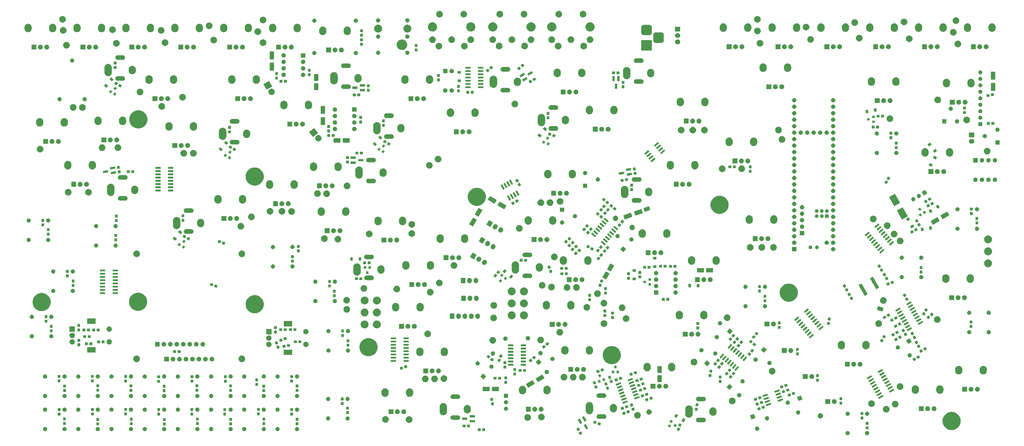
<source format=gbr>
G04 #@! TF.GenerationSoftware,KiCad,Pcbnew,(5.1.2-1)-1*
G04 #@! TF.CreationDate,2022-11-16T18:05:27-05:00*
G04 #@! TF.ProjectId,DrumMachineControlBoard,4472756d-4d61-4636-9869-6e65436f6e74,rev?*
G04 #@! TF.SameCoordinates,Original*
G04 #@! TF.FileFunction,Soldermask,Bot*
G04 #@! TF.FilePolarity,Negative*
%FSLAX46Y46*%
G04 Gerber Fmt 4.6, Leading zero omitted, Abs format (unit mm)*
G04 Created by KiCad (PCBNEW (5.1.2-1)-1) date 2022-11-16 18:05:27*
%MOMM*%
%LPD*%
G04 APERTURE LIST*
%ADD10C,0.100000*%
G04 APERTURE END LIST*
D10*
G36*
X345457142Y-161038242D02*
G01*
X345605101Y-161099529D01*
X345738255Y-161188499D01*
X345851501Y-161301745D01*
X345940471Y-161434899D01*
X346001758Y-161582858D01*
X346033000Y-161739925D01*
X346033000Y-161900075D01*
X346001758Y-162057142D01*
X345940471Y-162205101D01*
X345851501Y-162338255D01*
X345738255Y-162451501D01*
X345605101Y-162540471D01*
X345457142Y-162601758D01*
X345300075Y-162633000D01*
X345139925Y-162633000D01*
X344982858Y-162601758D01*
X344834899Y-162540471D01*
X344701745Y-162451501D01*
X344588499Y-162338255D01*
X344499529Y-162205101D01*
X344438242Y-162057142D01*
X344407000Y-161900075D01*
X344407000Y-161739925D01*
X344438242Y-161582858D01*
X344499529Y-161434899D01*
X344588499Y-161301745D01*
X344701745Y-161188499D01*
X344834899Y-161099529D01*
X344982858Y-161038242D01*
X345139925Y-161007000D01*
X345300075Y-161007000D01*
X345457142Y-161038242D01*
X345457142Y-161038242D01*
G37*
G36*
X337827142Y-161028242D02*
G01*
X337975101Y-161089529D01*
X338108255Y-161178499D01*
X338221501Y-161291745D01*
X338310471Y-161424899D01*
X338371758Y-161572858D01*
X338403000Y-161729925D01*
X338403000Y-161890075D01*
X338371758Y-162047142D01*
X338310471Y-162195101D01*
X338221501Y-162328255D01*
X338108255Y-162441501D01*
X337975101Y-162530471D01*
X337827142Y-162591758D01*
X337670075Y-162623000D01*
X337509925Y-162623000D01*
X337352858Y-162591758D01*
X337204899Y-162530471D01*
X337071745Y-162441501D01*
X336958499Y-162328255D01*
X336869529Y-162195101D01*
X336808242Y-162047142D01*
X336777000Y-161890075D01*
X336777000Y-161729925D01*
X336808242Y-161572858D01*
X336869529Y-161424899D01*
X336958499Y-161291745D01*
X337071745Y-161178499D01*
X337204899Y-161089529D01*
X337352858Y-161028242D01*
X337509925Y-160997000D01*
X337670075Y-160997000D01*
X337827142Y-161028242D01*
X337827142Y-161028242D01*
G37*
G36*
X233133375Y-161126744D02*
G01*
X233170053Y-161140549D01*
X233203329Y-161161241D01*
X233231931Y-161188030D01*
X233258353Y-161224901D01*
X233400133Y-161470472D01*
X233562039Y-161750901D01*
X233627707Y-161864643D01*
X233646428Y-161905960D01*
X233655326Y-161944124D01*
X233656608Y-161983287D01*
X233650224Y-162021954D01*
X233636421Y-162058629D01*
X233615731Y-162091901D01*
X233588942Y-162120503D01*
X233552069Y-162146926D01*
X232998927Y-162466283D01*
X232957614Y-162485002D01*
X232919450Y-162493900D01*
X232880283Y-162495182D01*
X232841625Y-162488800D01*
X232804947Y-162474995D01*
X232771671Y-162454303D01*
X232743069Y-162427514D01*
X232716647Y-162390643D01*
X232481461Y-161983287D01*
X232375470Y-161799706D01*
X232375468Y-161799702D01*
X232347293Y-161750901D01*
X232328572Y-161709584D01*
X232319674Y-161671420D01*
X232318392Y-161632257D01*
X232324776Y-161593590D01*
X232338579Y-161556915D01*
X232359269Y-161523643D01*
X232386058Y-161495041D01*
X232422931Y-161468618D01*
X232976073Y-161149261D01*
X233017386Y-161130542D01*
X233055550Y-161121644D01*
X233094717Y-161120362D01*
X233133375Y-161126744D01*
X233133375Y-161126744D01*
G37*
G36*
X83257142Y-159438242D02*
G01*
X83405101Y-159499529D01*
X83538255Y-159588499D01*
X83651501Y-159701745D01*
X83740471Y-159834899D01*
X83801758Y-159982858D01*
X83833000Y-160139925D01*
X83833000Y-160300075D01*
X83801758Y-160457142D01*
X83740471Y-160605101D01*
X83651501Y-160738255D01*
X83538255Y-160851501D01*
X83405101Y-160940471D01*
X83257142Y-161001758D01*
X83100075Y-161033000D01*
X82939925Y-161033000D01*
X82782858Y-161001758D01*
X82634899Y-160940471D01*
X82501745Y-160851501D01*
X82388499Y-160738255D01*
X82299529Y-160605101D01*
X82238242Y-160457142D01*
X82207000Y-160300075D01*
X82207000Y-160139925D01*
X82238242Y-159982858D01*
X82299529Y-159834899D01*
X82388499Y-159701745D01*
X82501745Y-159588499D01*
X82634899Y-159499529D01*
X82782858Y-159438242D01*
X82939925Y-159407000D01*
X83100075Y-159407000D01*
X83257142Y-159438242D01*
X83257142Y-159438242D01*
G37*
G36*
X70257142Y-159438242D02*
G01*
X70405101Y-159499529D01*
X70538255Y-159588499D01*
X70651501Y-159701745D01*
X70740471Y-159834899D01*
X70801758Y-159982858D01*
X70833000Y-160139925D01*
X70833000Y-160300075D01*
X70801758Y-160457142D01*
X70740471Y-160605101D01*
X70651501Y-160738255D01*
X70538255Y-160851501D01*
X70405101Y-160940471D01*
X70257142Y-161001758D01*
X70100075Y-161033000D01*
X69939925Y-161033000D01*
X69782858Y-161001758D01*
X69634899Y-160940471D01*
X69501745Y-160851501D01*
X69388499Y-160738255D01*
X69299529Y-160605101D01*
X69238242Y-160457142D01*
X69207000Y-160300075D01*
X69207000Y-160139925D01*
X69238242Y-159982858D01*
X69299529Y-159834899D01*
X69388499Y-159701745D01*
X69501745Y-159588499D01*
X69634899Y-159499529D01*
X69782858Y-159438242D01*
X69939925Y-159407000D01*
X70100075Y-159407000D01*
X70257142Y-159438242D01*
X70257142Y-159438242D01*
G37*
G36*
X57257142Y-159438242D02*
G01*
X57405101Y-159499529D01*
X57538255Y-159588499D01*
X57651501Y-159701745D01*
X57740471Y-159834899D01*
X57801758Y-159982858D01*
X57833000Y-160139925D01*
X57833000Y-160300075D01*
X57801758Y-160457142D01*
X57740471Y-160605101D01*
X57651501Y-160738255D01*
X57538255Y-160851501D01*
X57405101Y-160940471D01*
X57257142Y-161001758D01*
X57100075Y-161033000D01*
X56939925Y-161033000D01*
X56782858Y-161001758D01*
X56634899Y-160940471D01*
X56501745Y-160851501D01*
X56388499Y-160738255D01*
X56299529Y-160605101D01*
X56238242Y-160457142D01*
X56207000Y-160300075D01*
X56207000Y-160139925D01*
X56238242Y-159982858D01*
X56299529Y-159834899D01*
X56388499Y-159701745D01*
X56501745Y-159588499D01*
X56634899Y-159499529D01*
X56782858Y-159438242D01*
X56939925Y-159407000D01*
X57100075Y-159407000D01*
X57257142Y-159438242D01*
X57257142Y-159438242D01*
G37*
G36*
X44257142Y-159438242D02*
G01*
X44405101Y-159499529D01*
X44538255Y-159588499D01*
X44651501Y-159701745D01*
X44740471Y-159834899D01*
X44801758Y-159982858D01*
X44833000Y-160139925D01*
X44833000Y-160300075D01*
X44801758Y-160457142D01*
X44740471Y-160605101D01*
X44651501Y-160738255D01*
X44538255Y-160851501D01*
X44405101Y-160940471D01*
X44257142Y-161001758D01*
X44100075Y-161033000D01*
X43939925Y-161033000D01*
X43782858Y-161001758D01*
X43634899Y-160940471D01*
X43501745Y-160851501D01*
X43388499Y-160738255D01*
X43299529Y-160605101D01*
X43238242Y-160457142D01*
X43207000Y-160300075D01*
X43207000Y-160139925D01*
X43238242Y-159982858D01*
X43299529Y-159834899D01*
X43388499Y-159701745D01*
X43501745Y-159588499D01*
X43634899Y-159499529D01*
X43782858Y-159438242D01*
X43939925Y-159407000D01*
X44100075Y-159407000D01*
X44257142Y-159438242D01*
X44257142Y-159438242D01*
G37*
G36*
X31257142Y-159438242D02*
G01*
X31405101Y-159499529D01*
X31538255Y-159588499D01*
X31651501Y-159701745D01*
X31740471Y-159834899D01*
X31801758Y-159982858D01*
X31833000Y-160139925D01*
X31833000Y-160300075D01*
X31801758Y-160457142D01*
X31740471Y-160605101D01*
X31651501Y-160738255D01*
X31538255Y-160851501D01*
X31405101Y-160940471D01*
X31257142Y-161001758D01*
X31100075Y-161033000D01*
X30939925Y-161033000D01*
X30782858Y-161001758D01*
X30634899Y-160940471D01*
X30501745Y-160851501D01*
X30388499Y-160738255D01*
X30299529Y-160605101D01*
X30238242Y-160457142D01*
X30207000Y-160300075D01*
X30207000Y-160139925D01*
X30238242Y-159982858D01*
X30299529Y-159834899D01*
X30388499Y-159701745D01*
X30501745Y-159588499D01*
X30634899Y-159499529D01*
X30782858Y-159438242D01*
X30939925Y-159407000D01*
X31100075Y-159407000D01*
X31257142Y-159438242D01*
X31257142Y-159438242D01*
G37*
G36*
X122257142Y-159438242D02*
G01*
X122405101Y-159499529D01*
X122538255Y-159588499D01*
X122651501Y-159701745D01*
X122740471Y-159834899D01*
X122801758Y-159982858D01*
X122833000Y-160139925D01*
X122833000Y-160300075D01*
X122801758Y-160457142D01*
X122740471Y-160605101D01*
X122651501Y-160738255D01*
X122538255Y-160851501D01*
X122405101Y-160940471D01*
X122257142Y-161001758D01*
X122100075Y-161033000D01*
X121939925Y-161033000D01*
X121782858Y-161001758D01*
X121634899Y-160940471D01*
X121501745Y-160851501D01*
X121388499Y-160738255D01*
X121299529Y-160605101D01*
X121238242Y-160457142D01*
X121207000Y-160300075D01*
X121207000Y-160139925D01*
X121238242Y-159982858D01*
X121299529Y-159834899D01*
X121388499Y-159701745D01*
X121501745Y-159588499D01*
X121634899Y-159499529D01*
X121782858Y-159438242D01*
X121939925Y-159407000D01*
X122100075Y-159407000D01*
X122257142Y-159438242D01*
X122257142Y-159438242D01*
G37*
G36*
X109257142Y-159438242D02*
G01*
X109405101Y-159499529D01*
X109538255Y-159588499D01*
X109651501Y-159701745D01*
X109740471Y-159834899D01*
X109801758Y-159982858D01*
X109833000Y-160139925D01*
X109833000Y-160300075D01*
X109801758Y-160457142D01*
X109740471Y-160605101D01*
X109651501Y-160738255D01*
X109538255Y-160851501D01*
X109405101Y-160940471D01*
X109257142Y-161001758D01*
X109100075Y-161033000D01*
X108939925Y-161033000D01*
X108782858Y-161001758D01*
X108634899Y-160940471D01*
X108501745Y-160851501D01*
X108388499Y-160738255D01*
X108299529Y-160605101D01*
X108238242Y-160457142D01*
X108207000Y-160300075D01*
X108207000Y-160139925D01*
X108238242Y-159982858D01*
X108299529Y-159834899D01*
X108388499Y-159701745D01*
X108501745Y-159588499D01*
X108634899Y-159499529D01*
X108782858Y-159438242D01*
X108939925Y-159407000D01*
X109100075Y-159407000D01*
X109257142Y-159438242D01*
X109257142Y-159438242D01*
G37*
G36*
X96257142Y-159438242D02*
G01*
X96405101Y-159499529D01*
X96538255Y-159588499D01*
X96651501Y-159701745D01*
X96740471Y-159834899D01*
X96801758Y-159982858D01*
X96833000Y-160139925D01*
X96833000Y-160300075D01*
X96801758Y-160457142D01*
X96740471Y-160605101D01*
X96651501Y-160738255D01*
X96538255Y-160851501D01*
X96405101Y-160940471D01*
X96257142Y-161001758D01*
X96100075Y-161033000D01*
X95939925Y-161033000D01*
X95782858Y-161001758D01*
X95634899Y-160940471D01*
X95501745Y-160851501D01*
X95388499Y-160738255D01*
X95299529Y-160605101D01*
X95238242Y-160457142D01*
X95207000Y-160300075D01*
X95207000Y-160139925D01*
X95238242Y-159982858D01*
X95299529Y-159834899D01*
X95388499Y-159701745D01*
X95501745Y-159588499D01*
X95634899Y-159499529D01*
X95782858Y-159438242D01*
X95939925Y-159407000D01*
X96100075Y-159407000D01*
X96257142Y-159438242D01*
X96257142Y-159438242D01*
G37*
G36*
X75627142Y-159428242D02*
G01*
X75775101Y-159489529D01*
X75908255Y-159578499D01*
X76021501Y-159691745D01*
X76110471Y-159824899D01*
X76171758Y-159972858D01*
X76203000Y-160129925D01*
X76203000Y-160290075D01*
X76171758Y-160447142D01*
X76110471Y-160595101D01*
X76021501Y-160728255D01*
X75908255Y-160841501D01*
X75775101Y-160930471D01*
X75627142Y-160991758D01*
X75470075Y-161023000D01*
X75309925Y-161023000D01*
X75152858Y-160991758D01*
X75004899Y-160930471D01*
X74871745Y-160841501D01*
X74758499Y-160728255D01*
X74669529Y-160595101D01*
X74608242Y-160447142D01*
X74577000Y-160290075D01*
X74577000Y-160129925D01*
X74608242Y-159972858D01*
X74669529Y-159824899D01*
X74758499Y-159691745D01*
X74871745Y-159578499D01*
X75004899Y-159489529D01*
X75152858Y-159428242D01*
X75309925Y-159397000D01*
X75470075Y-159397000D01*
X75627142Y-159428242D01*
X75627142Y-159428242D01*
G37*
G36*
X88627142Y-159428242D02*
G01*
X88775101Y-159489529D01*
X88908255Y-159578499D01*
X89021501Y-159691745D01*
X89110471Y-159824899D01*
X89171758Y-159972858D01*
X89203000Y-160129925D01*
X89203000Y-160290075D01*
X89171758Y-160447142D01*
X89110471Y-160595101D01*
X89021501Y-160728255D01*
X88908255Y-160841501D01*
X88775101Y-160930471D01*
X88627142Y-160991758D01*
X88470075Y-161023000D01*
X88309925Y-161023000D01*
X88152858Y-160991758D01*
X88004899Y-160930471D01*
X87871745Y-160841501D01*
X87758499Y-160728255D01*
X87669529Y-160595101D01*
X87608242Y-160447142D01*
X87577000Y-160290075D01*
X87577000Y-160129925D01*
X87608242Y-159972858D01*
X87669529Y-159824899D01*
X87758499Y-159691745D01*
X87871745Y-159578499D01*
X88004899Y-159489529D01*
X88152858Y-159428242D01*
X88309925Y-159397000D01*
X88470075Y-159397000D01*
X88627142Y-159428242D01*
X88627142Y-159428242D01*
G37*
G36*
X62627142Y-159428242D02*
G01*
X62775101Y-159489529D01*
X62908255Y-159578499D01*
X63021501Y-159691745D01*
X63110471Y-159824899D01*
X63171758Y-159972858D01*
X63203000Y-160129925D01*
X63203000Y-160290075D01*
X63171758Y-160447142D01*
X63110471Y-160595101D01*
X63021501Y-160728255D01*
X62908255Y-160841501D01*
X62775101Y-160930471D01*
X62627142Y-160991758D01*
X62470075Y-161023000D01*
X62309925Y-161023000D01*
X62152858Y-160991758D01*
X62004899Y-160930471D01*
X61871745Y-160841501D01*
X61758499Y-160728255D01*
X61669529Y-160595101D01*
X61608242Y-160447142D01*
X61577000Y-160290075D01*
X61577000Y-160129925D01*
X61608242Y-159972858D01*
X61669529Y-159824899D01*
X61758499Y-159691745D01*
X61871745Y-159578499D01*
X62004899Y-159489529D01*
X62152858Y-159428242D01*
X62309925Y-159397000D01*
X62470075Y-159397000D01*
X62627142Y-159428242D01*
X62627142Y-159428242D01*
G37*
G36*
X23627142Y-159428242D02*
G01*
X23775101Y-159489529D01*
X23908255Y-159578499D01*
X24021501Y-159691745D01*
X24110471Y-159824899D01*
X24171758Y-159972858D01*
X24203000Y-160129925D01*
X24203000Y-160290075D01*
X24171758Y-160447142D01*
X24110471Y-160595101D01*
X24021501Y-160728255D01*
X23908255Y-160841501D01*
X23775101Y-160930471D01*
X23627142Y-160991758D01*
X23470075Y-161023000D01*
X23309925Y-161023000D01*
X23152858Y-160991758D01*
X23004899Y-160930471D01*
X22871745Y-160841501D01*
X22758499Y-160728255D01*
X22669529Y-160595101D01*
X22608242Y-160447142D01*
X22577000Y-160290075D01*
X22577000Y-160129925D01*
X22608242Y-159972858D01*
X22669529Y-159824899D01*
X22758499Y-159691745D01*
X22871745Y-159578499D01*
X23004899Y-159489529D01*
X23152858Y-159428242D01*
X23309925Y-159397000D01*
X23470075Y-159397000D01*
X23627142Y-159428242D01*
X23627142Y-159428242D01*
G37*
G36*
X36627142Y-159428242D02*
G01*
X36775101Y-159489529D01*
X36908255Y-159578499D01*
X37021501Y-159691745D01*
X37110471Y-159824899D01*
X37171758Y-159972858D01*
X37203000Y-160129925D01*
X37203000Y-160290075D01*
X37171758Y-160447142D01*
X37110471Y-160595101D01*
X37021501Y-160728255D01*
X36908255Y-160841501D01*
X36775101Y-160930471D01*
X36627142Y-160991758D01*
X36470075Y-161023000D01*
X36309925Y-161023000D01*
X36152858Y-160991758D01*
X36004899Y-160930471D01*
X35871745Y-160841501D01*
X35758499Y-160728255D01*
X35669529Y-160595101D01*
X35608242Y-160447142D01*
X35577000Y-160290075D01*
X35577000Y-160129925D01*
X35608242Y-159972858D01*
X35669529Y-159824899D01*
X35758499Y-159691745D01*
X35871745Y-159578499D01*
X36004899Y-159489529D01*
X36152858Y-159428242D01*
X36309925Y-159397000D01*
X36470075Y-159397000D01*
X36627142Y-159428242D01*
X36627142Y-159428242D01*
G37*
G36*
X101627142Y-159428242D02*
G01*
X101775101Y-159489529D01*
X101908255Y-159578499D01*
X102021501Y-159691745D01*
X102110471Y-159824899D01*
X102171758Y-159972858D01*
X102203000Y-160129925D01*
X102203000Y-160290075D01*
X102171758Y-160447142D01*
X102110471Y-160595101D01*
X102021501Y-160728255D01*
X101908255Y-160841501D01*
X101775101Y-160930471D01*
X101627142Y-160991758D01*
X101470075Y-161023000D01*
X101309925Y-161023000D01*
X101152858Y-160991758D01*
X101004899Y-160930471D01*
X100871745Y-160841501D01*
X100758499Y-160728255D01*
X100669529Y-160595101D01*
X100608242Y-160447142D01*
X100577000Y-160290075D01*
X100577000Y-160129925D01*
X100608242Y-159972858D01*
X100669529Y-159824899D01*
X100758499Y-159691745D01*
X100871745Y-159578499D01*
X101004899Y-159489529D01*
X101152858Y-159428242D01*
X101309925Y-159397000D01*
X101470075Y-159397000D01*
X101627142Y-159428242D01*
X101627142Y-159428242D01*
G37*
G36*
X49627142Y-159428242D02*
G01*
X49775101Y-159489529D01*
X49908255Y-159578499D01*
X50021501Y-159691745D01*
X50110471Y-159824899D01*
X50171758Y-159972858D01*
X50203000Y-160129925D01*
X50203000Y-160290075D01*
X50171758Y-160447142D01*
X50110471Y-160595101D01*
X50021501Y-160728255D01*
X49908255Y-160841501D01*
X49775101Y-160930471D01*
X49627142Y-160991758D01*
X49470075Y-161023000D01*
X49309925Y-161023000D01*
X49152858Y-160991758D01*
X49004899Y-160930471D01*
X48871745Y-160841501D01*
X48758499Y-160728255D01*
X48669529Y-160595101D01*
X48608242Y-160447142D01*
X48577000Y-160290075D01*
X48577000Y-160129925D01*
X48608242Y-159972858D01*
X48669529Y-159824899D01*
X48758499Y-159691745D01*
X48871745Y-159578499D01*
X49004899Y-159489529D01*
X49152858Y-159428242D01*
X49309925Y-159397000D01*
X49470075Y-159397000D01*
X49627142Y-159428242D01*
X49627142Y-159428242D01*
G37*
G36*
X114627142Y-159428242D02*
G01*
X114775101Y-159489529D01*
X114908255Y-159578499D01*
X115021501Y-159691745D01*
X115110471Y-159824899D01*
X115171758Y-159972858D01*
X115203000Y-160129925D01*
X115203000Y-160290075D01*
X115171758Y-160447142D01*
X115110471Y-160595101D01*
X115021501Y-160728255D01*
X114908255Y-160841501D01*
X114775101Y-160930471D01*
X114627142Y-160991758D01*
X114470075Y-161023000D01*
X114309925Y-161023000D01*
X114152858Y-160991758D01*
X114004899Y-160930471D01*
X113871745Y-160841501D01*
X113758499Y-160728255D01*
X113669529Y-160595101D01*
X113608242Y-160447142D01*
X113577000Y-160290075D01*
X113577000Y-160129925D01*
X113608242Y-159972858D01*
X113669529Y-159824899D01*
X113758499Y-159691745D01*
X113871745Y-159578499D01*
X114004899Y-159489529D01*
X114152858Y-159428242D01*
X114309925Y-159397000D01*
X114470075Y-159397000D01*
X114627142Y-159428242D01*
X114627142Y-159428242D01*
G37*
G36*
X195509499Y-159948445D02*
G01*
X195546995Y-159959820D01*
X195581554Y-159978292D01*
X195611847Y-160003153D01*
X195636708Y-160033446D01*
X195655180Y-160068005D01*
X195666555Y-160105501D01*
X195671000Y-160150638D01*
X195671000Y-160789362D01*
X195666555Y-160834499D01*
X195655180Y-160871995D01*
X195636708Y-160906554D01*
X195611847Y-160936847D01*
X195581554Y-160961708D01*
X195546995Y-160980180D01*
X195509499Y-160991555D01*
X195464362Y-160996000D01*
X194725638Y-160996000D01*
X194680501Y-160991555D01*
X194643005Y-160980180D01*
X194608446Y-160961708D01*
X194578153Y-160936847D01*
X194553292Y-160906554D01*
X194534820Y-160871995D01*
X194523445Y-160834499D01*
X194519000Y-160789362D01*
X194519000Y-160150638D01*
X194523445Y-160105501D01*
X194534820Y-160068005D01*
X194553292Y-160033446D01*
X194578153Y-160003153D01*
X194608446Y-159978292D01*
X194643005Y-159959820D01*
X194680501Y-159948445D01*
X194725638Y-159944000D01*
X195464362Y-159944000D01*
X195509499Y-159948445D01*
X195509499Y-159948445D01*
G37*
G36*
X193759499Y-159948445D02*
G01*
X193796995Y-159959820D01*
X193831554Y-159978292D01*
X193861847Y-160003153D01*
X193886708Y-160033446D01*
X193905180Y-160068005D01*
X193916555Y-160105501D01*
X193921000Y-160150638D01*
X193921000Y-160789362D01*
X193916555Y-160834499D01*
X193905180Y-160871995D01*
X193886708Y-160906554D01*
X193861847Y-160936847D01*
X193831554Y-160961708D01*
X193796995Y-160980180D01*
X193759499Y-160991555D01*
X193714362Y-160996000D01*
X192975638Y-160996000D01*
X192930501Y-160991555D01*
X192893005Y-160980180D01*
X192858446Y-160961708D01*
X192828153Y-160936847D01*
X192803292Y-160906554D01*
X192784820Y-160871995D01*
X192773445Y-160834499D01*
X192769000Y-160789362D01*
X192769000Y-160150638D01*
X192773445Y-160105501D01*
X192784820Y-160068005D01*
X192803292Y-160033446D01*
X192828153Y-160003153D01*
X192858446Y-159978292D01*
X192893005Y-159959820D01*
X192930501Y-159948445D01*
X192975638Y-159944000D01*
X193714362Y-159944000D01*
X193759499Y-159948445D01*
X193759499Y-159948445D01*
G37*
G36*
X232258375Y-159611200D02*
G01*
X232295053Y-159625005D01*
X232328329Y-159645697D01*
X232356931Y-159672486D01*
X232383353Y-159709357D01*
X232546859Y-159992558D01*
X232724404Y-160300075D01*
X232752707Y-160349099D01*
X232771428Y-160390416D01*
X232780326Y-160428580D01*
X232781608Y-160467743D01*
X232775224Y-160506410D01*
X232761421Y-160543085D01*
X232740731Y-160576357D01*
X232713942Y-160604959D01*
X232677069Y-160631382D01*
X232123927Y-160950739D01*
X232082614Y-160969458D01*
X232044450Y-160978356D01*
X232005283Y-160979638D01*
X231966625Y-160973256D01*
X231929947Y-160959451D01*
X231896671Y-160938759D01*
X231868069Y-160911970D01*
X231841647Y-160875099D01*
X231620427Y-160491933D01*
X231500470Y-160284162D01*
X231500468Y-160284158D01*
X231472293Y-160235357D01*
X231453572Y-160194040D01*
X231444674Y-160155876D01*
X231443392Y-160116713D01*
X231449776Y-160078046D01*
X231463579Y-160041371D01*
X231484269Y-160008099D01*
X231511058Y-159979497D01*
X231547931Y-159953074D01*
X232101073Y-159633717D01*
X232142386Y-159614998D01*
X232180550Y-159606100D01*
X232219717Y-159604818D01*
X232258375Y-159611200D01*
X232258375Y-159611200D01*
G37*
G36*
X271201915Y-159614538D02*
G01*
X271245846Y-159625797D01*
X271298811Y-159645075D01*
X271298812Y-159645075D01*
X271322742Y-159653785D01*
X271846051Y-159844254D01*
X271886946Y-159863869D01*
X271918296Y-159887386D01*
X271944451Y-159916562D01*
X271964411Y-159950280D01*
X271977413Y-159987252D01*
X271982951Y-160026042D01*
X271980815Y-160065173D01*
X271969557Y-160109101D01*
X271780136Y-160629528D01*
X271740562Y-160738257D01*
X271716896Y-160803277D01*
X271697280Y-160844172D01*
X271673766Y-160875519D01*
X271644587Y-160901676D01*
X271610869Y-160921636D01*
X271573897Y-160934638D01*
X271535108Y-160940176D01*
X271495979Y-160938040D01*
X271452048Y-160926781D01*
X271383073Y-160901676D01*
X271225082Y-160844172D01*
X270851843Y-160708324D01*
X270810948Y-160688709D01*
X270779598Y-160665192D01*
X270753443Y-160636016D01*
X270733483Y-160602298D01*
X270720481Y-160565326D01*
X270714943Y-160526536D01*
X270717079Y-160487405D01*
X270728337Y-160443477D01*
X270949842Y-159834900D01*
X270961721Y-159802263D01*
X270961722Y-159802261D01*
X270980998Y-159749301D01*
X271000614Y-159708406D01*
X271024128Y-159677059D01*
X271053307Y-159650902D01*
X271087025Y-159630942D01*
X271123997Y-159617940D01*
X271162786Y-159612402D01*
X271201915Y-159614538D01*
X271201915Y-159614538D01*
G37*
G36*
X302411036Y-159264205D02*
G01*
X302561359Y-159326471D01*
X302696646Y-159416867D01*
X302811697Y-159531918D01*
X302902093Y-159667205D01*
X302964359Y-159817528D01*
X302996101Y-159977109D01*
X302996101Y-160139817D01*
X302964359Y-160299398D01*
X302902093Y-160449721D01*
X302811697Y-160585008D01*
X302696646Y-160700059D01*
X302561359Y-160790455D01*
X302411036Y-160852721D01*
X302251455Y-160884463D01*
X302088747Y-160884463D01*
X301929166Y-160852721D01*
X301778843Y-160790455D01*
X301643556Y-160700059D01*
X301528505Y-160585008D01*
X301438109Y-160449721D01*
X301375843Y-160299398D01*
X301344101Y-160139817D01*
X301344101Y-159977109D01*
X301375843Y-159817528D01*
X301438109Y-159667205D01*
X301528505Y-159531918D01*
X301643556Y-159416867D01*
X301778843Y-159326471D01*
X301929166Y-159264205D01*
X302088747Y-159232463D01*
X302251455Y-159232463D01*
X302411036Y-159264205D01*
X302411036Y-159264205D01*
G37*
G36*
X379335787Y-153635462D02*
G01*
X379440897Y-153679000D01*
X379982029Y-153903144D01*
X380563631Y-154291758D01*
X381058242Y-154786369D01*
X381446856Y-155367971D01*
X381619203Y-155784053D01*
X381714538Y-156014213D01*
X381851000Y-156700256D01*
X381851000Y-157399744D01*
X381714538Y-158085787D01*
X381659191Y-158219407D01*
X381446856Y-158732029D01*
X381058242Y-159313631D01*
X380563631Y-159808242D01*
X379982029Y-160196856D01*
X379732307Y-160300294D01*
X379335787Y-160464538D01*
X378649744Y-160601000D01*
X377950256Y-160601000D01*
X377264213Y-160464538D01*
X376867693Y-160300294D01*
X376617971Y-160196856D01*
X376036369Y-159808242D01*
X375541758Y-159313631D01*
X375153144Y-158732029D01*
X374940809Y-158219407D01*
X374885462Y-158085787D01*
X374749000Y-157399744D01*
X374749000Y-156700256D01*
X374885462Y-156014213D01*
X374980797Y-155784053D01*
X375153144Y-155367971D01*
X375541758Y-154786369D01*
X376036369Y-154291758D01*
X376617971Y-153903144D01*
X377159103Y-153679000D01*
X377264213Y-153635462D01*
X377950256Y-153499000D01*
X378649744Y-153499000D01*
X379335787Y-153635462D01*
X379335787Y-153635462D01*
G37*
G36*
X236029697Y-159910137D02*
G01*
X235248543Y-160361137D01*
X234247543Y-158627355D01*
X235028697Y-158176355D01*
X236029697Y-159910137D01*
X236029697Y-159910137D01*
G37*
G36*
X345594499Y-159133445D02*
G01*
X345631995Y-159144820D01*
X345666554Y-159163292D01*
X345696847Y-159188153D01*
X345721708Y-159218446D01*
X345740180Y-159253005D01*
X345751555Y-159290501D01*
X345756000Y-159335638D01*
X345756000Y-160074362D01*
X345751555Y-160119499D01*
X345740180Y-160156995D01*
X345721708Y-160191554D01*
X345696847Y-160221847D01*
X345666554Y-160246708D01*
X345631995Y-160265180D01*
X345594499Y-160276555D01*
X345549362Y-160281000D01*
X344910638Y-160281000D01*
X344865501Y-160276555D01*
X344828005Y-160265180D01*
X344793446Y-160246708D01*
X344763153Y-160221847D01*
X344738292Y-160191554D01*
X344719820Y-160156995D01*
X344708445Y-160119499D01*
X344704000Y-160074362D01*
X344704000Y-159335638D01*
X344708445Y-159290501D01*
X344719820Y-159253005D01*
X344738292Y-159218446D01*
X344763153Y-159188153D01*
X344793446Y-159163292D01*
X344828005Y-159144820D01*
X344865501Y-159133445D01*
X344910638Y-159129000D01*
X345549362Y-159129000D01*
X345594499Y-159133445D01*
X345594499Y-159133445D01*
G37*
G36*
X268397003Y-158705180D02*
G01*
X268462250Y-158728928D01*
X268153748Y-159576530D01*
X268153747Y-159576530D01*
X267212176Y-159233826D01*
X267244572Y-159144820D01*
X267520678Y-158386224D01*
X267520679Y-158386224D01*
X268397003Y-158705180D01*
X268397003Y-158705180D01*
G37*
G36*
X187839499Y-158438445D02*
G01*
X187876995Y-158449820D01*
X187911554Y-158468292D01*
X187941847Y-158493153D01*
X187966708Y-158523446D01*
X187985180Y-158558005D01*
X187996555Y-158595501D01*
X188001000Y-158640638D01*
X188001000Y-159279362D01*
X187996555Y-159324499D01*
X187985180Y-159361995D01*
X187966708Y-159396554D01*
X187941847Y-159426847D01*
X187911554Y-159451708D01*
X187876995Y-159470180D01*
X187839499Y-159481555D01*
X187794362Y-159486000D01*
X187055638Y-159486000D01*
X187010501Y-159481555D01*
X186973005Y-159470180D01*
X186938446Y-159451708D01*
X186908153Y-159426847D01*
X186883292Y-159396554D01*
X186864820Y-159361995D01*
X186853445Y-159324499D01*
X186849000Y-159279362D01*
X186849000Y-158640638D01*
X186853445Y-158595501D01*
X186864820Y-158558005D01*
X186883292Y-158523446D01*
X186908153Y-158493153D01*
X186938446Y-158468292D01*
X186973005Y-158449820D01*
X187010501Y-158438445D01*
X187055638Y-158434000D01*
X187794362Y-158434000D01*
X187839499Y-158438445D01*
X187839499Y-158438445D01*
G37*
G36*
X189589499Y-158438445D02*
G01*
X189626995Y-158449820D01*
X189661554Y-158468292D01*
X189691847Y-158493153D01*
X189716708Y-158523446D01*
X189735180Y-158558005D01*
X189746555Y-158595501D01*
X189751000Y-158640638D01*
X189751000Y-159279362D01*
X189746555Y-159324499D01*
X189735180Y-159361995D01*
X189716708Y-159396554D01*
X189691847Y-159426847D01*
X189661554Y-159451708D01*
X189626995Y-159470180D01*
X189589499Y-159481555D01*
X189544362Y-159486000D01*
X188805638Y-159486000D01*
X188760501Y-159481555D01*
X188723005Y-159470180D01*
X188688446Y-159451708D01*
X188658153Y-159426847D01*
X188633292Y-159396554D01*
X188614820Y-159361995D01*
X188603445Y-159324499D01*
X188599000Y-159279362D01*
X188599000Y-158640638D01*
X188603445Y-158595501D01*
X188614820Y-158558005D01*
X188633292Y-158523446D01*
X188658153Y-158493153D01*
X188688446Y-158468292D01*
X188723005Y-158449820D01*
X188760501Y-158438445D01*
X188805638Y-158434000D01*
X189544362Y-158434000D01*
X189589499Y-158438445D01*
X189589499Y-158438445D01*
G37*
G36*
X270592079Y-158493153D02*
G01*
X270666555Y-158520260D01*
X270358053Y-159367862D01*
X270358052Y-159367862D01*
X269416481Y-159025158D01*
X269462577Y-158898510D01*
X269724983Y-158177556D01*
X269724984Y-158177556D01*
X270592079Y-158493153D01*
X270592079Y-158493153D01*
G37*
G36*
X271800451Y-157970076D02*
G01*
X271844382Y-157981335D01*
X271897347Y-158000613D01*
X271897348Y-158000613D01*
X271916844Y-158007709D01*
X272444587Y-158199792D01*
X272485482Y-158219407D01*
X272516832Y-158242924D01*
X272542987Y-158272100D01*
X272562947Y-158305818D01*
X272575949Y-158342790D01*
X272581487Y-158381580D01*
X272579351Y-158420711D01*
X272568093Y-158464639D01*
X272388583Y-158957836D01*
X272342977Y-159083138D01*
X272315432Y-159158815D01*
X272295816Y-159199710D01*
X272272302Y-159231057D01*
X272243123Y-159257214D01*
X272209405Y-159277174D01*
X272172433Y-159290176D01*
X272133644Y-159295714D01*
X272094515Y-159293578D01*
X272050584Y-159282319D01*
X271981609Y-159257214D01*
X271806971Y-159193651D01*
X271450379Y-159063862D01*
X271409484Y-159044247D01*
X271378134Y-159020730D01*
X271351979Y-158991554D01*
X271332019Y-158957836D01*
X271319017Y-158920864D01*
X271313479Y-158882074D01*
X271315615Y-158842943D01*
X271326873Y-158799015D01*
X271537834Y-158219407D01*
X271560257Y-158157801D01*
X271560258Y-158157799D01*
X271579534Y-158104839D01*
X271599150Y-158063944D01*
X271622664Y-158032597D01*
X271651843Y-158006440D01*
X271685561Y-157986480D01*
X271722533Y-157973478D01*
X271761322Y-157967940D01*
X271800451Y-157970076D01*
X271800451Y-157970076D01*
G37*
G36*
X70434499Y-157653445D02*
G01*
X70471995Y-157664820D01*
X70506554Y-157683292D01*
X70536847Y-157708153D01*
X70561708Y-157738446D01*
X70580180Y-157773005D01*
X70591555Y-157810501D01*
X70596000Y-157855638D01*
X70596000Y-158594362D01*
X70591555Y-158639499D01*
X70580180Y-158676995D01*
X70561708Y-158711554D01*
X70536847Y-158741847D01*
X70506554Y-158766708D01*
X70471995Y-158785180D01*
X70434499Y-158796555D01*
X70389362Y-158801000D01*
X69750638Y-158801000D01*
X69705501Y-158796555D01*
X69668005Y-158785180D01*
X69633446Y-158766708D01*
X69603153Y-158741847D01*
X69578292Y-158711554D01*
X69559820Y-158676995D01*
X69548445Y-158639499D01*
X69544000Y-158594362D01*
X69544000Y-157855638D01*
X69548445Y-157810501D01*
X69559820Y-157773005D01*
X69578292Y-157738446D01*
X69603153Y-157708153D01*
X69633446Y-157683292D01*
X69668005Y-157664820D01*
X69705501Y-157653445D01*
X69750638Y-157649000D01*
X70389362Y-157649000D01*
X70434499Y-157653445D01*
X70434499Y-157653445D01*
G37*
G36*
X240101115Y-157527400D02*
G01*
X240145043Y-157538658D01*
X240686238Y-157735638D01*
X240786257Y-157772042D01*
X240786259Y-157772043D01*
X240839219Y-157791319D01*
X240880114Y-157810935D01*
X240911461Y-157834449D01*
X240937618Y-157863628D01*
X240957578Y-157897346D01*
X240970580Y-157934318D01*
X240976118Y-157973107D01*
X240973982Y-158012236D01*
X240962723Y-158056167D01*
X240943445Y-158109132D01*
X240943445Y-158109133D01*
X240927376Y-158153282D01*
X240744266Y-158656372D01*
X240724651Y-158697267D01*
X240701134Y-158728617D01*
X240671958Y-158754772D01*
X240638240Y-158774732D01*
X240601268Y-158787734D01*
X240562478Y-158793272D01*
X240523347Y-158791136D01*
X240479419Y-158779878D01*
X239926542Y-158578646D01*
X239838205Y-158546494D01*
X239838203Y-158546493D01*
X239785243Y-158527217D01*
X239744348Y-158507601D01*
X239713001Y-158484087D01*
X239686844Y-158454908D01*
X239666884Y-158421190D01*
X239653882Y-158384218D01*
X239648344Y-158345429D01*
X239650480Y-158306300D01*
X239661739Y-158262369D01*
X239880196Y-157662164D01*
X239899811Y-157621269D01*
X239923328Y-157589919D01*
X239952504Y-157563764D01*
X239986222Y-157543804D01*
X240023194Y-157530802D01*
X240061984Y-157525264D01*
X240101115Y-157527400D01*
X240101115Y-157527400D01*
G37*
G36*
X44374499Y-157593445D02*
G01*
X44411995Y-157604820D01*
X44446554Y-157623292D01*
X44476847Y-157648153D01*
X44501708Y-157678446D01*
X44520180Y-157713005D01*
X44531555Y-157750501D01*
X44536000Y-157795638D01*
X44536000Y-158534362D01*
X44531555Y-158579499D01*
X44520180Y-158616995D01*
X44501708Y-158651554D01*
X44476847Y-158681847D01*
X44446554Y-158706708D01*
X44411995Y-158725180D01*
X44374499Y-158736555D01*
X44329362Y-158741000D01*
X43690638Y-158741000D01*
X43645501Y-158736555D01*
X43608005Y-158725180D01*
X43573446Y-158706708D01*
X43543153Y-158681847D01*
X43518292Y-158651554D01*
X43499820Y-158616995D01*
X43488445Y-158579499D01*
X43484000Y-158534362D01*
X43484000Y-157795638D01*
X43488445Y-157750501D01*
X43499820Y-157713005D01*
X43518292Y-157678446D01*
X43543153Y-157648153D01*
X43573446Y-157623292D01*
X43608005Y-157604820D01*
X43645501Y-157593445D01*
X43690638Y-157589000D01*
X44329362Y-157589000D01*
X44374499Y-157593445D01*
X44374499Y-157593445D01*
G37*
G36*
X96414499Y-157573445D02*
G01*
X96451995Y-157584820D01*
X96486554Y-157603292D01*
X96516847Y-157628153D01*
X96541708Y-157658446D01*
X96560180Y-157693005D01*
X96571555Y-157730501D01*
X96576000Y-157775638D01*
X96576000Y-158514362D01*
X96571555Y-158559499D01*
X96560180Y-158596995D01*
X96541708Y-158631554D01*
X96516847Y-158661847D01*
X96486554Y-158686708D01*
X96451995Y-158705180D01*
X96414499Y-158716555D01*
X96369362Y-158721000D01*
X95730638Y-158721000D01*
X95685501Y-158716555D01*
X95648005Y-158705180D01*
X95613446Y-158686708D01*
X95583153Y-158661847D01*
X95558292Y-158631554D01*
X95539820Y-158596995D01*
X95528445Y-158559499D01*
X95524000Y-158514362D01*
X95524000Y-157775638D01*
X95528445Y-157730501D01*
X95539820Y-157693005D01*
X95558292Y-157658446D01*
X95583153Y-157628153D01*
X95613446Y-157603292D01*
X95648005Y-157584820D01*
X95685501Y-157573445D01*
X95730638Y-157569000D01*
X96369362Y-157569000D01*
X96414499Y-157573445D01*
X96414499Y-157573445D01*
G37*
G36*
X122384499Y-157533445D02*
G01*
X122421995Y-157544820D01*
X122456554Y-157563292D01*
X122486847Y-157588153D01*
X122511708Y-157618446D01*
X122530180Y-157653005D01*
X122541555Y-157690501D01*
X122546000Y-157735638D01*
X122546000Y-158474362D01*
X122541555Y-158519499D01*
X122530180Y-158556995D01*
X122511708Y-158591554D01*
X122486847Y-158621847D01*
X122456554Y-158646708D01*
X122421995Y-158665180D01*
X122384499Y-158676555D01*
X122339362Y-158681000D01*
X121700638Y-158681000D01*
X121655501Y-158676555D01*
X121618005Y-158665180D01*
X121583446Y-158646708D01*
X121553153Y-158621847D01*
X121528292Y-158591554D01*
X121509820Y-158556995D01*
X121498445Y-158519499D01*
X121494000Y-158474362D01*
X121494000Y-157735638D01*
X121498445Y-157690501D01*
X121509820Y-157653005D01*
X121528292Y-157618446D01*
X121553153Y-157588153D01*
X121583446Y-157563292D01*
X121618005Y-157544820D01*
X121655501Y-157533445D01*
X121700638Y-157529000D01*
X122339362Y-157529000D01*
X122384499Y-157533445D01*
X122384499Y-157533445D01*
G37*
G36*
X57484499Y-157523445D02*
G01*
X57521995Y-157534820D01*
X57556554Y-157553292D01*
X57586847Y-157578153D01*
X57611708Y-157608446D01*
X57630180Y-157643005D01*
X57641555Y-157680501D01*
X57646000Y-157725638D01*
X57646000Y-158464362D01*
X57641555Y-158509499D01*
X57630180Y-158546995D01*
X57611708Y-158581554D01*
X57586847Y-158611847D01*
X57556554Y-158636708D01*
X57521995Y-158655180D01*
X57484499Y-158666555D01*
X57439362Y-158671000D01*
X56800638Y-158671000D01*
X56755501Y-158666555D01*
X56718005Y-158655180D01*
X56683446Y-158636708D01*
X56653153Y-158611847D01*
X56628292Y-158581554D01*
X56609820Y-158546995D01*
X56598445Y-158509499D01*
X56594000Y-158464362D01*
X56594000Y-157725638D01*
X56598445Y-157680501D01*
X56609820Y-157643005D01*
X56628292Y-157608446D01*
X56653153Y-157578153D01*
X56683446Y-157553292D01*
X56718005Y-157534820D01*
X56755501Y-157523445D01*
X56800638Y-157519000D01*
X57439362Y-157519000D01*
X57484499Y-157523445D01*
X57484499Y-157523445D01*
G37*
G36*
X83394499Y-157493445D02*
G01*
X83431995Y-157504820D01*
X83466554Y-157523292D01*
X83496847Y-157548153D01*
X83521708Y-157578446D01*
X83540180Y-157613005D01*
X83551555Y-157650501D01*
X83556000Y-157695638D01*
X83556000Y-158434362D01*
X83551555Y-158479499D01*
X83540180Y-158516995D01*
X83521708Y-158551554D01*
X83496847Y-158581847D01*
X83466554Y-158606708D01*
X83431995Y-158625180D01*
X83394499Y-158636555D01*
X83349362Y-158641000D01*
X82710638Y-158641000D01*
X82665501Y-158636555D01*
X82628005Y-158625180D01*
X82593446Y-158606708D01*
X82563153Y-158581847D01*
X82538292Y-158551554D01*
X82519820Y-158516995D01*
X82508445Y-158479499D01*
X82504000Y-158434362D01*
X82504000Y-157695638D01*
X82508445Y-157650501D01*
X82519820Y-157613005D01*
X82538292Y-157578446D01*
X82563153Y-157548153D01*
X82593446Y-157523292D01*
X82628005Y-157504820D01*
X82665501Y-157493445D01*
X82710638Y-157489000D01*
X83349362Y-157489000D01*
X83394499Y-157493445D01*
X83394499Y-157493445D01*
G37*
G36*
X109384499Y-157493445D02*
G01*
X109421995Y-157504820D01*
X109456554Y-157523292D01*
X109486847Y-157548153D01*
X109511708Y-157578446D01*
X109530180Y-157613005D01*
X109541555Y-157650501D01*
X109546000Y-157695638D01*
X109546000Y-158434362D01*
X109541555Y-158479499D01*
X109530180Y-158516995D01*
X109511708Y-158551554D01*
X109486847Y-158581847D01*
X109456554Y-158606708D01*
X109421995Y-158625180D01*
X109384499Y-158636555D01*
X109339362Y-158641000D01*
X108700638Y-158641000D01*
X108655501Y-158636555D01*
X108618005Y-158625180D01*
X108583446Y-158606708D01*
X108553153Y-158581847D01*
X108528292Y-158551554D01*
X108509820Y-158516995D01*
X108498445Y-158479499D01*
X108494000Y-158434362D01*
X108494000Y-157695638D01*
X108498445Y-157650501D01*
X108509820Y-157613005D01*
X108528292Y-157578446D01*
X108553153Y-157548153D01*
X108583446Y-157523292D01*
X108618005Y-157504820D01*
X108655501Y-157493445D01*
X108700638Y-157489000D01*
X109339362Y-157489000D01*
X109384499Y-157493445D01*
X109384499Y-157493445D01*
G37*
G36*
X31344499Y-157413445D02*
G01*
X31381995Y-157424820D01*
X31416554Y-157443292D01*
X31446847Y-157468153D01*
X31471708Y-157498446D01*
X31490180Y-157533005D01*
X31501555Y-157570501D01*
X31506000Y-157615638D01*
X31506000Y-158354362D01*
X31501555Y-158399499D01*
X31490180Y-158436995D01*
X31471708Y-158471554D01*
X31446847Y-158501847D01*
X31416554Y-158526708D01*
X31381995Y-158545180D01*
X31344499Y-158556555D01*
X31299362Y-158561000D01*
X30660638Y-158561000D01*
X30615501Y-158556555D01*
X30578005Y-158545180D01*
X30543446Y-158526708D01*
X30513153Y-158501847D01*
X30488292Y-158471554D01*
X30469820Y-158436995D01*
X30458445Y-158399499D01*
X30454000Y-158354362D01*
X30454000Y-157615638D01*
X30458445Y-157570501D01*
X30469820Y-157533005D01*
X30488292Y-157498446D01*
X30513153Y-157468153D01*
X30543446Y-157443292D01*
X30578005Y-157424820D01*
X30615501Y-157413445D01*
X30660638Y-157409000D01*
X31299362Y-157409000D01*
X31344499Y-157413445D01*
X31344499Y-157413445D01*
G37*
G36*
X345594499Y-157383445D02*
G01*
X345631995Y-157394820D01*
X345666554Y-157413292D01*
X345696847Y-157438153D01*
X345721708Y-157468446D01*
X345740180Y-157503005D01*
X345751555Y-157540501D01*
X345756000Y-157585638D01*
X345756000Y-158324362D01*
X345751555Y-158369499D01*
X345740180Y-158406995D01*
X345721708Y-158441554D01*
X345696847Y-158471847D01*
X345666554Y-158496708D01*
X345631995Y-158515180D01*
X345594499Y-158526555D01*
X345549362Y-158531000D01*
X344910638Y-158531000D01*
X344865501Y-158526555D01*
X344828005Y-158515180D01*
X344793446Y-158496708D01*
X344763153Y-158471847D01*
X344738292Y-158441554D01*
X344719820Y-158406995D01*
X344708445Y-158369499D01*
X344704000Y-158324362D01*
X344704000Y-157585638D01*
X344708445Y-157540501D01*
X344719820Y-157503005D01*
X344738292Y-157468446D01*
X344763153Y-157438153D01*
X344793446Y-157413292D01*
X344828005Y-157394820D01*
X344865501Y-157383445D01*
X344910638Y-157379000D01*
X345549362Y-157379000D01*
X345594499Y-157383445D01*
X345594499Y-157383445D01*
G37*
G36*
X233706973Y-157787061D02*
G01*
X232925819Y-158238061D01*
X231924819Y-156504279D01*
X232705973Y-156053279D01*
X233706973Y-157787061D01*
X233706973Y-157787061D01*
G37*
G36*
X238456653Y-156928864D02*
G01*
X238500581Y-156940122D01*
X239003006Y-157122991D01*
X239141795Y-157173506D01*
X239141797Y-157173507D01*
X239194757Y-157192783D01*
X239235652Y-157212399D01*
X239266999Y-157235913D01*
X239293156Y-157265092D01*
X239313116Y-157298810D01*
X239326118Y-157335782D01*
X239331656Y-157374571D01*
X239329520Y-157413700D01*
X239318261Y-157457631D01*
X239298983Y-157510596D01*
X239298983Y-157510597D01*
X239279792Y-157563323D01*
X239099804Y-158057836D01*
X239080189Y-158098731D01*
X239056672Y-158130081D01*
X239027496Y-158156236D01*
X238993778Y-158176196D01*
X238956806Y-158189198D01*
X238918016Y-158194736D01*
X238878885Y-158192600D01*
X238834957Y-158181342D01*
X238263859Y-157973478D01*
X238193743Y-157947958D01*
X238193741Y-157947957D01*
X238140781Y-157928681D01*
X238099886Y-157909065D01*
X238068539Y-157885551D01*
X238042382Y-157856372D01*
X238022422Y-157822654D01*
X238009420Y-157785682D01*
X238003882Y-157746893D01*
X238006018Y-157707764D01*
X238017277Y-157663833D01*
X238043899Y-157590691D01*
X238091229Y-157460653D01*
X238235734Y-157063628D01*
X238255349Y-157022733D01*
X238278866Y-156991383D01*
X238308042Y-156965228D01*
X238341760Y-156945268D01*
X238378732Y-156932266D01*
X238417522Y-156926728D01*
X238456653Y-156928864D01*
X238456653Y-156928864D01*
G37*
G36*
X269036355Y-156915947D02*
G01*
X269112089Y-156943512D01*
X268803587Y-157791114D01*
X268803586Y-157791114D01*
X267862015Y-157448410D01*
X267879728Y-157399743D01*
X268170517Y-156600808D01*
X268170518Y-156600808D01*
X269036355Y-156915947D01*
X269036355Y-156915947D01*
G37*
G36*
X166289393Y-155209304D02*
G01*
X166510708Y-155300976D01*
X166526103Y-155307353D01*
X166739135Y-155449696D01*
X166920304Y-155630865D01*
X167059638Y-155839394D01*
X167062648Y-155843899D01*
X167160696Y-156080607D01*
X167210680Y-156331893D01*
X167210680Y-156588107D01*
X167160696Y-156839393D01*
X167065132Y-157070103D01*
X167062647Y-157076103D01*
X166920304Y-157289135D01*
X166739135Y-157470304D01*
X166526103Y-157612647D01*
X166526102Y-157612648D01*
X166526101Y-157612648D01*
X166289393Y-157710696D01*
X166038107Y-157760680D01*
X165781893Y-157760680D01*
X165530607Y-157710696D01*
X165293899Y-157612648D01*
X165293898Y-157612648D01*
X165293897Y-157612647D01*
X165080865Y-157470304D01*
X164899696Y-157289135D01*
X164757353Y-157076103D01*
X164754868Y-157070103D01*
X164659304Y-156839393D01*
X164609320Y-156588107D01*
X164609320Y-156331893D01*
X164659304Y-156080607D01*
X164757352Y-155843899D01*
X164760362Y-155839394D01*
X164899696Y-155630865D01*
X165080865Y-155449696D01*
X165293897Y-155307353D01*
X165309292Y-155300976D01*
X165530607Y-155209304D01*
X165781893Y-155159320D01*
X166038107Y-155159320D01*
X166289393Y-155209304D01*
X166289393Y-155209304D01*
G37*
G36*
X157029393Y-155169304D02*
G01*
X157266101Y-155267352D01*
X157266103Y-155267353D01*
X157479135Y-155409696D01*
X157660304Y-155590865D01*
X157802647Y-155803897D01*
X157802648Y-155803899D01*
X157900696Y-156040607D01*
X157950680Y-156291893D01*
X157950680Y-156548107D01*
X157900696Y-156799393D01*
X157819902Y-156994446D01*
X157802647Y-157036103D01*
X157660304Y-157249135D01*
X157479135Y-157430304D01*
X157266103Y-157572647D01*
X157266102Y-157572648D01*
X157266101Y-157572648D01*
X157029393Y-157670696D01*
X156778107Y-157720680D01*
X156521893Y-157720680D01*
X156270607Y-157670696D01*
X156033899Y-157572648D01*
X156033898Y-157572648D01*
X156033897Y-157572647D01*
X155820865Y-157430304D01*
X155639696Y-157249135D01*
X155497353Y-157036103D01*
X155480098Y-156994446D01*
X155399304Y-156799393D01*
X155349320Y-156548107D01*
X155349320Y-156291893D01*
X155399304Y-156040607D01*
X155497352Y-155803899D01*
X155497353Y-155803897D01*
X155639696Y-155590865D01*
X155820865Y-155409696D01*
X156033897Y-155267353D01*
X156033899Y-155267352D01*
X156270607Y-155169304D01*
X156521893Y-155119320D01*
X156778107Y-155119320D01*
X157029393Y-155169304D01*
X157029393Y-155169304D01*
G37*
G36*
X191651000Y-157560997D02*
G01*
X189649000Y-157560997D01*
X189649000Y-156658997D01*
X191651000Y-156658997D01*
X191651000Y-157560997D01*
X191651000Y-157560997D01*
G37*
G36*
X281270442Y-155725518D02*
G01*
X281336627Y-155732037D01*
X281506466Y-155783557D01*
X281506468Y-155783558D01*
X281542824Y-155802991D01*
X281662991Y-155867222D01*
X281694407Y-155893005D01*
X281800186Y-155979814D01*
X281882803Y-156080485D01*
X281912778Y-156117009D01*
X281996443Y-156273534D01*
X282047963Y-156443373D01*
X282065359Y-156620000D01*
X282047963Y-156796627D01*
X281996600Y-156965947D01*
X281996442Y-156966468D01*
X281981487Y-156994446D01*
X281912778Y-157122991D01*
X281883448Y-157158729D01*
X281800186Y-157260186D01*
X281705982Y-157337496D01*
X281662991Y-157372778D01*
X281584729Y-157414610D01*
X281519136Y-157449671D01*
X281506466Y-157456443D01*
X281336627Y-157507963D01*
X281270442Y-157514482D01*
X281204260Y-157521000D01*
X279115740Y-157521000D01*
X279049558Y-157514482D01*
X278983373Y-157507963D01*
X278813534Y-157456443D01*
X278800865Y-157449671D01*
X278735272Y-157414611D01*
X278657009Y-157372778D01*
X278614018Y-157337496D01*
X278519814Y-157260186D01*
X278436552Y-157158729D01*
X278407222Y-157122991D01*
X278338513Y-156994446D01*
X278323558Y-156966468D01*
X278323400Y-156965947D01*
X278272037Y-156796627D01*
X278254641Y-156620000D01*
X278272037Y-156443373D01*
X278323557Y-156273534D01*
X278407222Y-156117009D01*
X278437197Y-156080485D01*
X278519814Y-155979814D01*
X278625593Y-155893005D01*
X278657009Y-155867222D01*
X278777176Y-155802991D01*
X278813532Y-155783558D01*
X278813534Y-155783557D01*
X278983373Y-155732037D01*
X279049558Y-155725518D01*
X279115740Y-155719000D01*
X281204260Y-155719000D01*
X281270442Y-155725518D01*
X281270442Y-155725518D01*
G37*
G36*
X274077439Y-156379458D02*
G01*
X273426439Y-157507024D01*
X272558681Y-157006024D01*
X273209681Y-155878458D01*
X274077439Y-156379458D01*
X274077439Y-156379458D01*
G37*
G36*
X235352421Y-156837061D02*
G01*
X234571267Y-157288061D01*
X233570267Y-155554279D01*
X234351421Y-155103279D01*
X235352421Y-156837061D01*
X235352421Y-156837061D01*
G37*
G36*
X70434499Y-155903445D02*
G01*
X70471995Y-155914820D01*
X70506554Y-155933292D01*
X70536847Y-155958153D01*
X70561708Y-155988446D01*
X70580180Y-156023005D01*
X70591555Y-156060501D01*
X70596000Y-156105638D01*
X70596000Y-156844362D01*
X70591555Y-156889499D01*
X70580180Y-156926995D01*
X70561708Y-156961554D01*
X70536847Y-156991847D01*
X70506554Y-157016708D01*
X70471995Y-157035180D01*
X70434499Y-157046555D01*
X70389362Y-157051000D01*
X69750638Y-157051000D01*
X69705501Y-157046555D01*
X69668005Y-157035180D01*
X69633446Y-157016708D01*
X69603153Y-156991847D01*
X69578292Y-156961554D01*
X69559820Y-156926995D01*
X69548445Y-156889499D01*
X69544000Y-156844362D01*
X69544000Y-156105638D01*
X69548445Y-156060501D01*
X69559820Y-156023005D01*
X69578292Y-155988446D01*
X69603153Y-155958153D01*
X69633446Y-155933292D01*
X69668005Y-155914820D01*
X69705501Y-155903445D01*
X69750638Y-155899000D01*
X70389362Y-155899000D01*
X70434499Y-155903445D01*
X70434499Y-155903445D01*
G37*
G36*
X44374499Y-155843445D02*
G01*
X44411995Y-155854820D01*
X44446554Y-155873292D01*
X44476847Y-155898153D01*
X44501708Y-155928446D01*
X44520180Y-155963005D01*
X44531555Y-156000501D01*
X44536000Y-156045638D01*
X44536000Y-156784362D01*
X44531555Y-156829499D01*
X44520180Y-156866995D01*
X44501708Y-156901554D01*
X44476847Y-156931847D01*
X44446554Y-156956708D01*
X44411995Y-156975180D01*
X44374499Y-156986555D01*
X44329362Y-156991000D01*
X43690638Y-156991000D01*
X43645501Y-156986555D01*
X43608005Y-156975180D01*
X43573446Y-156956708D01*
X43543153Y-156931847D01*
X43518292Y-156901554D01*
X43499820Y-156866995D01*
X43488445Y-156829499D01*
X43484000Y-156784362D01*
X43484000Y-156045638D01*
X43488445Y-156000501D01*
X43499820Y-155963005D01*
X43518292Y-155928446D01*
X43543153Y-155898153D01*
X43573446Y-155873292D01*
X43608005Y-155854820D01*
X43645501Y-155843445D01*
X43690638Y-155839000D01*
X44329362Y-155839000D01*
X44374499Y-155843445D01*
X44374499Y-155843445D01*
G37*
G36*
X96414499Y-155823445D02*
G01*
X96451995Y-155834820D01*
X96486554Y-155853292D01*
X96516847Y-155878153D01*
X96541708Y-155908446D01*
X96560180Y-155943005D01*
X96571555Y-155980501D01*
X96576000Y-156025638D01*
X96576000Y-156764362D01*
X96571555Y-156809499D01*
X96560180Y-156846995D01*
X96541708Y-156881554D01*
X96516847Y-156911847D01*
X96486554Y-156936708D01*
X96451995Y-156955180D01*
X96414499Y-156966555D01*
X96369362Y-156971000D01*
X95730638Y-156971000D01*
X95685501Y-156966555D01*
X95648005Y-156955180D01*
X95613446Y-156936708D01*
X95583153Y-156911847D01*
X95558292Y-156881554D01*
X95539820Y-156846995D01*
X95528445Y-156809499D01*
X95524000Y-156764362D01*
X95524000Y-156025638D01*
X95528445Y-155980501D01*
X95539820Y-155943005D01*
X95558292Y-155908446D01*
X95583153Y-155878153D01*
X95613446Y-155853292D01*
X95648005Y-155834820D01*
X95685501Y-155823445D01*
X95730638Y-155819000D01*
X96369362Y-155819000D01*
X96414499Y-155823445D01*
X96414499Y-155823445D01*
G37*
G36*
X212699393Y-154399304D02*
G01*
X212933737Y-154496373D01*
X212936103Y-154497353D01*
X213149135Y-154639696D01*
X213330304Y-154820865D01*
X213452002Y-155003000D01*
X213472648Y-155033899D01*
X213570696Y-155270607D01*
X213620680Y-155521893D01*
X213620680Y-155778107D01*
X213570696Y-156029393D01*
X213472648Y-156266101D01*
X213472647Y-156266103D01*
X213330304Y-156479135D01*
X213149135Y-156660304D01*
X212936103Y-156802647D01*
X212936102Y-156802648D01*
X212936101Y-156802648D01*
X212699393Y-156900696D01*
X212448107Y-156950680D01*
X212191893Y-156950680D01*
X211940607Y-156900696D01*
X211703899Y-156802648D01*
X211703898Y-156802648D01*
X211703897Y-156802647D01*
X211490865Y-156660304D01*
X211309696Y-156479135D01*
X211167353Y-156266103D01*
X211167352Y-156266101D01*
X211069304Y-156029393D01*
X211019320Y-155778107D01*
X211019320Y-155521893D01*
X211069304Y-155270607D01*
X211167352Y-155033899D01*
X211187998Y-155003000D01*
X211309696Y-154820865D01*
X211490865Y-154639696D01*
X211703897Y-154497353D01*
X211706263Y-154496373D01*
X211940607Y-154399304D01*
X212191893Y-154349320D01*
X212448107Y-154349320D01*
X212699393Y-154399304D01*
X212699393Y-154399304D01*
G37*
G36*
X122384499Y-155783445D02*
G01*
X122421995Y-155794820D01*
X122456554Y-155813292D01*
X122486847Y-155838153D01*
X122511708Y-155868446D01*
X122530180Y-155903005D01*
X122541555Y-155940501D01*
X122546000Y-155985638D01*
X122546000Y-156724362D01*
X122541555Y-156769499D01*
X122530180Y-156806995D01*
X122511708Y-156841554D01*
X122486847Y-156871847D01*
X122456554Y-156896708D01*
X122421995Y-156915180D01*
X122384499Y-156926555D01*
X122339362Y-156931000D01*
X121700638Y-156931000D01*
X121655501Y-156926555D01*
X121618005Y-156915180D01*
X121583446Y-156896708D01*
X121553153Y-156871847D01*
X121528292Y-156841554D01*
X121509820Y-156806995D01*
X121498445Y-156769499D01*
X121494000Y-156724362D01*
X121494000Y-155985638D01*
X121498445Y-155940501D01*
X121509820Y-155903005D01*
X121528292Y-155868446D01*
X121553153Y-155838153D01*
X121583446Y-155813292D01*
X121618005Y-155794820D01*
X121655501Y-155783445D01*
X121700638Y-155779000D01*
X122339362Y-155779000D01*
X122384499Y-155783445D01*
X122384499Y-155783445D01*
G37*
G36*
X57484499Y-155773445D02*
G01*
X57521995Y-155784820D01*
X57556554Y-155803292D01*
X57586847Y-155828153D01*
X57611708Y-155858446D01*
X57630180Y-155893005D01*
X57641555Y-155930501D01*
X57646000Y-155975638D01*
X57646000Y-156714362D01*
X57641555Y-156759499D01*
X57630180Y-156796995D01*
X57611708Y-156831554D01*
X57586847Y-156861847D01*
X57556554Y-156886708D01*
X57521995Y-156905180D01*
X57484499Y-156916555D01*
X57439362Y-156921000D01*
X56800638Y-156921000D01*
X56755501Y-156916555D01*
X56718005Y-156905180D01*
X56683446Y-156886708D01*
X56653153Y-156861847D01*
X56628292Y-156831554D01*
X56609820Y-156796995D01*
X56598445Y-156759499D01*
X56594000Y-156714362D01*
X56594000Y-155975638D01*
X56598445Y-155930501D01*
X56609820Y-155893005D01*
X56628292Y-155858446D01*
X56653153Y-155828153D01*
X56683446Y-155803292D01*
X56718005Y-155784820D01*
X56755501Y-155773445D01*
X56800638Y-155769000D01*
X57439362Y-155769000D01*
X57484499Y-155773445D01*
X57484499Y-155773445D01*
G37*
G36*
X83394499Y-155743445D02*
G01*
X83431995Y-155754820D01*
X83466554Y-155773292D01*
X83496847Y-155798153D01*
X83521708Y-155828446D01*
X83540180Y-155863005D01*
X83551555Y-155900501D01*
X83556000Y-155945638D01*
X83556000Y-156684362D01*
X83551555Y-156729499D01*
X83540180Y-156766995D01*
X83521708Y-156801554D01*
X83496847Y-156831847D01*
X83466554Y-156856708D01*
X83431995Y-156875180D01*
X83394499Y-156886555D01*
X83349362Y-156891000D01*
X82710638Y-156891000D01*
X82665501Y-156886555D01*
X82628005Y-156875180D01*
X82593446Y-156856708D01*
X82563153Y-156831847D01*
X82538292Y-156801554D01*
X82519820Y-156766995D01*
X82508445Y-156729499D01*
X82504000Y-156684362D01*
X82504000Y-155945638D01*
X82508445Y-155900501D01*
X82519820Y-155863005D01*
X82538292Y-155828446D01*
X82563153Y-155798153D01*
X82593446Y-155773292D01*
X82628005Y-155754820D01*
X82665501Y-155743445D01*
X82710638Y-155739000D01*
X83349362Y-155739000D01*
X83394499Y-155743445D01*
X83394499Y-155743445D01*
G37*
G36*
X109384499Y-155743445D02*
G01*
X109421995Y-155754820D01*
X109456554Y-155773292D01*
X109486847Y-155798153D01*
X109511708Y-155828446D01*
X109530180Y-155863005D01*
X109541555Y-155900501D01*
X109546000Y-155945638D01*
X109546000Y-156684362D01*
X109541555Y-156729499D01*
X109530180Y-156766995D01*
X109511708Y-156801554D01*
X109486847Y-156831847D01*
X109456554Y-156856708D01*
X109421995Y-156875180D01*
X109384499Y-156886555D01*
X109339362Y-156891000D01*
X108700638Y-156891000D01*
X108655501Y-156886555D01*
X108618005Y-156875180D01*
X108583446Y-156856708D01*
X108553153Y-156831847D01*
X108528292Y-156801554D01*
X108509820Y-156766995D01*
X108498445Y-156729499D01*
X108494000Y-156684362D01*
X108494000Y-155945638D01*
X108498445Y-155900501D01*
X108509820Y-155863005D01*
X108528292Y-155828446D01*
X108553153Y-155798153D01*
X108583446Y-155773292D01*
X108618005Y-155754820D01*
X108655501Y-155743445D01*
X108700638Y-155739000D01*
X109339362Y-155739000D01*
X109384499Y-155743445D01*
X109384499Y-155743445D01*
G37*
G36*
X142057142Y-155238242D02*
G01*
X142205101Y-155299529D01*
X142338255Y-155388499D01*
X142451501Y-155501745D01*
X142540471Y-155634899D01*
X142601758Y-155782858D01*
X142633000Y-155939925D01*
X142633000Y-156100075D01*
X142601758Y-156257142D01*
X142540471Y-156405101D01*
X142451501Y-156538255D01*
X142338255Y-156651501D01*
X142205101Y-156740471D01*
X142057142Y-156801758D01*
X141900075Y-156833000D01*
X141739925Y-156833000D01*
X141582858Y-156801758D01*
X141434899Y-156740471D01*
X141301745Y-156651501D01*
X141188499Y-156538255D01*
X141099529Y-156405101D01*
X141038242Y-156257142D01*
X141007000Y-156100075D01*
X141007000Y-155939925D01*
X141038242Y-155782858D01*
X141099529Y-155634899D01*
X141188499Y-155501745D01*
X141301745Y-155388499D01*
X141434899Y-155299529D01*
X141582858Y-155238242D01*
X141739925Y-155207000D01*
X141900075Y-155207000D01*
X142057142Y-155238242D01*
X142057142Y-155238242D01*
G37*
G36*
X306254448Y-155204873D02*
G01*
X306404771Y-155267139D01*
X306540058Y-155357535D01*
X306655109Y-155472586D01*
X306745505Y-155607873D01*
X306807771Y-155758196D01*
X306839513Y-155917777D01*
X306839513Y-156080485D01*
X306807771Y-156240066D01*
X306745505Y-156390389D01*
X306655109Y-156525676D01*
X306540058Y-156640727D01*
X306404771Y-156731123D01*
X306254448Y-156793389D01*
X306094867Y-156825131D01*
X305932159Y-156825131D01*
X305772578Y-156793389D01*
X305622255Y-156731123D01*
X305486968Y-156640727D01*
X305371917Y-156525676D01*
X305281521Y-156390389D01*
X305219255Y-156240066D01*
X305187513Y-156080485D01*
X305187513Y-155917777D01*
X305219255Y-155758196D01*
X305281521Y-155607873D01*
X305371917Y-155472586D01*
X305486968Y-155357535D01*
X305622255Y-155267139D01*
X305772578Y-155204873D01*
X305932159Y-155173131D01*
X306094867Y-155173131D01*
X306254448Y-155204873D01*
X306254448Y-155204873D01*
G37*
G36*
X134427142Y-155228242D02*
G01*
X134575101Y-155289529D01*
X134708255Y-155378499D01*
X134821501Y-155491745D01*
X134910471Y-155624899D01*
X134971758Y-155772858D01*
X135003000Y-155929925D01*
X135003000Y-156090075D01*
X134971758Y-156247142D01*
X134910471Y-156395101D01*
X134821501Y-156528255D01*
X134708255Y-156641501D01*
X134575101Y-156730471D01*
X134427142Y-156791758D01*
X134270075Y-156823000D01*
X134109925Y-156823000D01*
X133952858Y-156791758D01*
X133804899Y-156730471D01*
X133671745Y-156641501D01*
X133558499Y-156528255D01*
X133469529Y-156395101D01*
X133408242Y-156247142D01*
X133377000Y-156090075D01*
X133377000Y-155929925D01*
X133408242Y-155772858D01*
X133469529Y-155624899D01*
X133558499Y-155491745D01*
X133671745Y-155378499D01*
X133804899Y-155289529D01*
X133952858Y-155228242D01*
X134109925Y-155197000D01*
X134270075Y-155197000D01*
X134427142Y-155228242D01*
X134427142Y-155228242D01*
G37*
G36*
X31344499Y-155663445D02*
G01*
X31381995Y-155674820D01*
X31416554Y-155693292D01*
X31446847Y-155718153D01*
X31471708Y-155748446D01*
X31490180Y-155783005D01*
X31501555Y-155820501D01*
X31506000Y-155865638D01*
X31506000Y-156604362D01*
X31501555Y-156649499D01*
X31490180Y-156686995D01*
X31471708Y-156721554D01*
X31446847Y-156751847D01*
X31416554Y-156776708D01*
X31381995Y-156795180D01*
X31344499Y-156806555D01*
X31299362Y-156811000D01*
X30660638Y-156811000D01*
X30615501Y-156806555D01*
X30578005Y-156795180D01*
X30543446Y-156776708D01*
X30513153Y-156751847D01*
X30488292Y-156721554D01*
X30469820Y-156686995D01*
X30458445Y-156649499D01*
X30454000Y-156604362D01*
X30454000Y-155865638D01*
X30458445Y-155820501D01*
X30469820Y-155783005D01*
X30488292Y-155748446D01*
X30513153Y-155718153D01*
X30543446Y-155693292D01*
X30578005Y-155674820D01*
X30615501Y-155663445D01*
X30660638Y-155659000D01*
X31299362Y-155659000D01*
X31344499Y-155663445D01*
X31344499Y-155663445D01*
G37*
G36*
X218069393Y-154209304D02*
G01*
X218306101Y-154307352D01*
X218306103Y-154307353D01*
X218519135Y-154449696D01*
X218700304Y-154630865D01*
X218837843Y-154836708D01*
X218842648Y-154843899D01*
X218940696Y-155080607D01*
X218990680Y-155331893D01*
X218990680Y-155588107D01*
X218940696Y-155839393D01*
X218857313Y-156040696D01*
X218842647Y-156076103D01*
X218700304Y-156289135D01*
X218519135Y-156470304D01*
X218306103Y-156612647D01*
X218306102Y-156612648D01*
X218306101Y-156612648D01*
X218069393Y-156710696D01*
X217818107Y-156760680D01*
X217561893Y-156760680D01*
X217310607Y-156710696D01*
X217073899Y-156612648D01*
X217073898Y-156612648D01*
X217073897Y-156612647D01*
X216860865Y-156470304D01*
X216679696Y-156289135D01*
X216537353Y-156076103D01*
X216522687Y-156040696D01*
X216439304Y-155839393D01*
X216389320Y-155588107D01*
X216389320Y-155331893D01*
X216439304Y-155080607D01*
X216537352Y-154843899D01*
X216542157Y-154836708D01*
X216679696Y-154630865D01*
X216860865Y-154449696D01*
X217073897Y-154307353D01*
X217073899Y-154307352D01*
X217310607Y-154209304D01*
X217561893Y-154159320D01*
X217818107Y-154159320D01*
X218069393Y-154209304D01*
X218069393Y-154209304D01*
G37*
G36*
X188651000Y-156610997D02*
G01*
X186649000Y-156610997D01*
X186649000Y-155708997D01*
X188651000Y-155708997D01*
X188651000Y-156610997D01*
X188651000Y-156610997D01*
G37*
G36*
X185094710Y-154803969D02*
G01*
X185176627Y-154812037D01*
X185346466Y-154863557D01*
X185346468Y-154863558D01*
X185407063Y-154895947D01*
X185502991Y-154947222D01*
X185520703Y-154961758D01*
X185640186Y-155059814D01*
X185713727Y-155149425D01*
X185752778Y-155197009D01*
X185836443Y-155353534D01*
X185887963Y-155523373D01*
X185905359Y-155700000D01*
X185887963Y-155876627D01*
X185836443Y-156046466D01*
X185752778Y-156202991D01*
X185739386Y-156219309D01*
X185640186Y-156340186D01*
X185553922Y-156410980D01*
X185502991Y-156452778D01*
X185502989Y-156452779D01*
X185366610Y-156525676D01*
X185346466Y-156536443D01*
X185176627Y-156587963D01*
X185110443Y-156594481D01*
X185044260Y-156601000D01*
X182955740Y-156601000D01*
X182889557Y-156594481D01*
X182823373Y-156587963D01*
X182653534Y-156536443D01*
X182633391Y-156525676D01*
X182497011Y-156452779D01*
X182497009Y-156452778D01*
X182446078Y-156410980D01*
X182359814Y-156340186D01*
X182260614Y-156219309D01*
X182247222Y-156202991D01*
X182163557Y-156046466D01*
X182112037Y-155876627D01*
X182094641Y-155700000D01*
X182112037Y-155523373D01*
X182163557Y-155353534D01*
X182247222Y-155197009D01*
X182286273Y-155149425D01*
X182359814Y-155059814D01*
X182479297Y-154961758D01*
X182497009Y-154947222D01*
X182592937Y-154895947D01*
X182653532Y-154863558D01*
X182653534Y-154863557D01*
X182823373Y-154812037D01*
X182905290Y-154803969D01*
X182955740Y-154799000D01*
X185044260Y-154799000D01*
X185094710Y-154803969D01*
X185094710Y-154803969D01*
G37*
G36*
X343584499Y-155283445D02*
G01*
X343621995Y-155294820D01*
X343656554Y-155313292D01*
X343686847Y-155338153D01*
X343711708Y-155368446D01*
X343730180Y-155403005D01*
X343741555Y-155440501D01*
X343746000Y-155485638D01*
X343746000Y-156224362D01*
X343741555Y-156269499D01*
X343730180Y-156306995D01*
X343711708Y-156341554D01*
X343686847Y-156371847D01*
X343656554Y-156396708D01*
X343621995Y-156415180D01*
X343584499Y-156426555D01*
X343539362Y-156431000D01*
X342900638Y-156431000D01*
X342855501Y-156426555D01*
X342818005Y-156415180D01*
X342783446Y-156396708D01*
X342753153Y-156371847D01*
X342728292Y-156341554D01*
X342709820Y-156306995D01*
X342698445Y-156269499D01*
X342694000Y-156224362D01*
X342694000Y-155485638D01*
X342698445Y-155440501D01*
X342709820Y-155403005D01*
X342728292Y-155368446D01*
X342753153Y-155338153D01*
X342783446Y-155313292D01*
X342818005Y-155294820D01*
X342855501Y-155283445D01*
X342900638Y-155279000D01*
X343539362Y-155279000D01*
X343584499Y-155283445D01*
X343584499Y-155283445D01*
G37*
G36*
X301518695Y-155853677D02*
G01*
X299966323Y-156418695D01*
X299401305Y-154866323D01*
X300953677Y-154301305D01*
X301518695Y-155853677D01*
X301518695Y-155853677D01*
G37*
G36*
X242310442Y-154405518D02*
G01*
X242376627Y-154412037D01*
X242546466Y-154463557D01*
X242702991Y-154547222D01*
X242725328Y-154565554D01*
X242840186Y-154659814D01*
X242915474Y-154751554D01*
X242952778Y-154797009D01*
X243036443Y-154953534D01*
X243087963Y-155123373D01*
X243105359Y-155300000D01*
X243087963Y-155476627D01*
X243036443Y-155646466D01*
X243036442Y-155646468D01*
X243021287Y-155674820D01*
X242952778Y-155802991D01*
X242932128Y-155828153D01*
X242840186Y-155940186D01*
X242747945Y-156015885D01*
X242702991Y-156052778D01*
X242659357Y-156076101D01*
X242582821Y-156117011D01*
X242546466Y-156136443D01*
X242376627Y-156187963D01*
X242310442Y-156194482D01*
X242244260Y-156201000D01*
X240155740Y-156201000D01*
X240089558Y-156194482D01*
X240023373Y-156187963D01*
X239853534Y-156136443D01*
X239817180Y-156117011D01*
X239740643Y-156076101D01*
X239697009Y-156052778D01*
X239652055Y-156015885D01*
X239559814Y-155940186D01*
X239467872Y-155828153D01*
X239447222Y-155802991D01*
X239378713Y-155674820D01*
X239363558Y-155646468D01*
X239363557Y-155646466D01*
X239312037Y-155476627D01*
X239294641Y-155300000D01*
X239312037Y-155123373D01*
X239363557Y-154953534D01*
X239447222Y-154797009D01*
X239484526Y-154751554D01*
X239559814Y-154659814D01*
X239674672Y-154565554D01*
X239697009Y-154547222D01*
X239853534Y-154463557D01*
X240023373Y-154412037D01*
X240089558Y-154405518D01*
X240155740Y-154399000D01*
X242244260Y-154399000D01*
X242310442Y-154405518D01*
X242310442Y-154405518D01*
G37*
G36*
X255689393Y-153539304D02*
G01*
X255926101Y-153637352D01*
X255926103Y-153637353D01*
X256139135Y-153779696D01*
X256320304Y-153960865D01*
X256447232Y-154150827D01*
X256462648Y-154173899D01*
X256560696Y-154410607D01*
X256610680Y-154661893D01*
X256610680Y-154918107D01*
X256560696Y-155169393D01*
X256463930Y-155403005D01*
X256462647Y-155406103D01*
X256320304Y-155619135D01*
X256139135Y-155800304D01*
X255926103Y-155942647D01*
X255926102Y-155942648D01*
X255926101Y-155942648D01*
X255689393Y-156040696D01*
X255438107Y-156090680D01*
X255181893Y-156090680D01*
X254930607Y-156040696D01*
X254693899Y-155942648D01*
X254693898Y-155942648D01*
X254693897Y-155942647D01*
X254480865Y-155800304D01*
X254299696Y-155619135D01*
X254157353Y-155406103D01*
X254156070Y-155403005D01*
X254059304Y-155169393D01*
X254009320Y-154918107D01*
X254009320Y-154661893D01*
X254059304Y-154410607D01*
X254157352Y-154173899D01*
X254172768Y-154150827D01*
X254299696Y-153960865D01*
X254480865Y-153779696D01*
X254693897Y-153637353D01*
X254693899Y-153637352D01*
X254930607Y-153539304D01*
X255181893Y-153489320D01*
X255438107Y-153489320D01*
X255689393Y-153539304D01*
X255689393Y-153539304D01*
G37*
G36*
X327226564Y-154019389D02*
G01*
X327417833Y-154098615D01*
X327417835Y-154098616D01*
X327589973Y-154213635D01*
X327736365Y-154360027D01*
X327828123Y-154497352D01*
X327851385Y-154532167D01*
X327930611Y-154723436D01*
X327971000Y-154926484D01*
X327971000Y-155133516D01*
X327930611Y-155336564D01*
X327851385Y-155527833D01*
X327851384Y-155527835D01*
X327736365Y-155699973D01*
X327589973Y-155846365D01*
X327417835Y-155961384D01*
X327417834Y-155961385D01*
X327417833Y-155961385D01*
X327226564Y-156040611D01*
X327023516Y-156081000D01*
X326816484Y-156081000D01*
X326613436Y-156040611D01*
X326422167Y-155961385D01*
X326422166Y-155961385D01*
X326422165Y-155961384D01*
X326250027Y-155846365D01*
X326103635Y-155699973D01*
X325988616Y-155527835D01*
X325988615Y-155527833D01*
X325909389Y-155336564D01*
X325869000Y-155133516D01*
X325869000Y-154926484D01*
X325909389Y-154723436D01*
X325988615Y-154532167D01*
X326011878Y-154497352D01*
X326103635Y-154360027D01*
X326250027Y-154213635D01*
X326422165Y-154098616D01*
X326422167Y-154098615D01*
X326613436Y-154019389D01*
X326816484Y-153979000D01*
X327023516Y-153979000D01*
X327226564Y-154019389D01*
X327226564Y-154019389D01*
G37*
G36*
X271219555Y-154729458D02*
G01*
X270568555Y-155857024D01*
X269700797Y-155356024D01*
X270351797Y-154228458D01*
X271219555Y-154729458D01*
X271219555Y-154729458D01*
G37*
G36*
X275744445Y-150939995D02*
G01*
X276017959Y-151022965D01*
X276017962Y-151022966D01*
X276211633Y-151126486D01*
X276270032Y-151157701D01*
X276410261Y-151272784D01*
X276474678Y-151325649D01*
X276490975Y-151339024D01*
X276672299Y-151559967D01*
X276672301Y-151559971D01*
X276672302Y-151559972D01*
X276807034Y-151812037D01*
X276807034Y-151812038D01*
X276807035Y-151812040D01*
X276890005Y-152085554D01*
X276898578Y-152172603D01*
X276911000Y-152298722D01*
X276911000Y-154341278D01*
X276902543Y-154427142D01*
X276890005Y-154554446D01*
X276813482Y-154806708D01*
X276807034Y-154827963D01*
X276672302Y-155080028D01*
X276672299Y-155080033D01*
X276490976Y-155300976D01*
X276270033Y-155482299D01*
X276270029Y-155482301D01*
X276270028Y-155482302D01*
X276017963Y-155617034D01*
X276017960Y-155617035D01*
X275744446Y-155700005D01*
X275460000Y-155728020D01*
X275175555Y-155700005D01*
X274902041Y-155617035D01*
X274902038Y-155617034D01*
X274649973Y-155482302D01*
X274649972Y-155482301D01*
X274649968Y-155482299D01*
X274429025Y-155300976D01*
X274247702Y-155080033D01*
X274247699Y-155080028D01*
X274112967Y-154827963D01*
X274106519Y-154806708D01*
X274029996Y-154554446D01*
X274017458Y-154427142D01*
X274009001Y-154341278D01*
X274009000Y-152298723D01*
X274023358Y-152152940D01*
X274029995Y-152085555D01*
X274112965Y-151812041D01*
X274112966Y-151812038D01*
X274247700Y-151559970D01*
X274247701Y-151559968D01*
X274387603Y-151389497D01*
X274429022Y-151339027D01*
X274429024Y-151339025D01*
X274649967Y-151157701D01*
X274649971Y-151157699D01*
X274649972Y-151157698D01*
X274902037Y-151022966D01*
X274902040Y-151022965D01*
X275175554Y-150939995D01*
X275460000Y-150911980D01*
X275744445Y-150939995D01*
X275744445Y-150939995D01*
G37*
G36*
X191651000Y-155660997D02*
G01*
X189649000Y-155660997D01*
X189649000Y-154758997D01*
X191651000Y-154758997D01*
X191651000Y-155660997D01*
X191651000Y-155660997D01*
G37*
G36*
X337827142Y-153408242D02*
G01*
X337975101Y-153469529D01*
X338108255Y-153558499D01*
X338221501Y-153671745D01*
X338310471Y-153804899D01*
X338371758Y-153952858D01*
X338403000Y-154109925D01*
X338403000Y-154270075D01*
X338371758Y-154427142D01*
X338310471Y-154575101D01*
X338221501Y-154708255D01*
X338108255Y-154821501D01*
X337975101Y-154910471D01*
X337827142Y-154971758D01*
X337670075Y-155003000D01*
X337509925Y-155003000D01*
X337352858Y-154971758D01*
X337204899Y-154910471D01*
X337071745Y-154821501D01*
X336958499Y-154708255D01*
X336869529Y-154575101D01*
X336808242Y-154427142D01*
X336777000Y-154270075D01*
X336777000Y-154109925D01*
X336808242Y-153952858D01*
X336869529Y-153804899D01*
X336958499Y-153671745D01*
X337071745Y-153558499D01*
X337204899Y-153469529D01*
X337352858Y-153408242D01*
X337509925Y-153377000D01*
X337670075Y-153377000D01*
X337827142Y-153408242D01*
X337827142Y-153408242D01*
G37*
G36*
X345457142Y-153398242D02*
G01*
X345605101Y-153459529D01*
X345738255Y-153548499D01*
X345851501Y-153661745D01*
X345940471Y-153794899D01*
X346001758Y-153942858D01*
X346033000Y-154099925D01*
X346033000Y-154260075D01*
X346001758Y-154417142D01*
X345940471Y-154565101D01*
X345851501Y-154698255D01*
X345738255Y-154811501D01*
X345605101Y-154900471D01*
X345457142Y-154961758D01*
X345300075Y-154993000D01*
X345139925Y-154993000D01*
X344982858Y-154961758D01*
X344834899Y-154900471D01*
X344701745Y-154811501D01*
X344588499Y-154698255D01*
X344499529Y-154565101D01*
X344438242Y-154417142D01*
X344407000Y-154260075D01*
X344407000Y-154099925D01*
X344438242Y-153942858D01*
X344499529Y-153794899D01*
X344588499Y-153661745D01*
X344701745Y-153548499D01*
X344834899Y-153459529D01*
X344982858Y-153398242D01*
X345139925Y-153367000D01*
X345300075Y-153367000D01*
X345457142Y-153398242D01*
X345457142Y-153398242D01*
G37*
G36*
X285134643Y-151689272D02*
G01*
X285303452Y-151740480D01*
X285398736Y-151769384D01*
X285596995Y-151875356D01*
X285642119Y-151899475D01*
X285670303Y-151922605D01*
X285855450Y-152074550D01*
X285967177Y-152210691D01*
X286030525Y-152287880D01*
X286033617Y-152293665D01*
X286160616Y-152531263D01*
X286170572Y-152564085D01*
X286240728Y-152795356D01*
X286244319Y-152831818D01*
X286261000Y-153001180D01*
X286261000Y-153638819D01*
X286255910Y-153690501D01*
X286240728Y-153844643D01*
X286209031Y-153949133D01*
X286160616Y-154108737D01*
X286057686Y-154301305D01*
X286030525Y-154352120D01*
X285992051Y-154399000D01*
X285855450Y-154565450D01*
X285720808Y-154675947D01*
X285642120Y-154740525D01*
X285630015Y-154746995D01*
X285398737Y-154870616D01*
X285364571Y-154880980D01*
X285134644Y-154950728D01*
X284860000Y-154977778D01*
X284585357Y-154950728D01*
X284355430Y-154880980D01*
X284321264Y-154870616D01*
X284089986Y-154746995D01*
X284077881Y-154740525D01*
X284026375Y-154698255D01*
X283864550Y-154565450D01*
X283712360Y-154380005D01*
X283689475Y-154352120D01*
X283662314Y-154301305D01*
X283559384Y-154108737D01*
X283514528Y-153960866D01*
X283479272Y-153844644D01*
X283463395Y-153683445D01*
X283459000Y-153638820D01*
X283459000Y-153001181D01*
X283470506Y-152884362D01*
X283479272Y-152795357D01*
X283556592Y-152540467D01*
X283559384Y-152531264D01*
X283687331Y-152291893D01*
X283689475Y-152287881D01*
X283727129Y-152242000D01*
X283864550Y-152074550D01*
X284043951Y-151927320D01*
X284077880Y-151899475D01*
X284123004Y-151875356D01*
X284321263Y-151769384D01*
X284416547Y-151740480D01*
X284585356Y-151689272D01*
X284860000Y-151662222D01*
X285134643Y-151689272D01*
X285134643Y-151689272D01*
G37*
G36*
X94074499Y-153753445D02*
G01*
X94111995Y-153764820D01*
X94146554Y-153783292D01*
X94176847Y-153808153D01*
X94201708Y-153838446D01*
X94220180Y-153873005D01*
X94231555Y-153910501D01*
X94236000Y-153955638D01*
X94236000Y-154694362D01*
X94231555Y-154739499D01*
X94220180Y-154776995D01*
X94201708Y-154811554D01*
X94176847Y-154841847D01*
X94146554Y-154866708D01*
X94111995Y-154885180D01*
X94074499Y-154896555D01*
X94029362Y-154901000D01*
X93390638Y-154901000D01*
X93345501Y-154896555D01*
X93308005Y-154885180D01*
X93273446Y-154866708D01*
X93243153Y-154841847D01*
X93218292Y-154811554D01*
X93199820Y-154776995D01*
X93188445Y-154739499D01*
X93184000Y-154694362D01*
X93184000Y-153955638D01*
X93188445Y-153910501D01*
X93199820Y-153873005D01*
X93218292Y-153838446D01*
X93243153Y-153808153D01*
X93273446Y-153783292D01*
X93308005Y-153764820D01*
X93345501Y-153753445D01*
X93390638Y-153749000D01*
X94029362Y-153749000D01*
X94074499Y-153753445D01*
X94074499Y-153753445D01*
G37*
G36*
X29264499Y-153753445D02*
G01*
X29301995Y-153764820D01*
X29336554Y-153783292D01*
X29366847Y-153808153D01*
X29391708Y-153838446D01*
X29410180Y-153873005D01*
X29421555Y-153910501D01*
X29426000Y-153955638D01*
X29426000Y-154694362D01*
X29421555Y-154739499D01*
X29410180Y-154776995D01*
X29391708Y-154811554D01*
X29366847Y-154841847D01*
X29336554Y-154866708D01*
X29301995Y-154885180D01*
X29264499Y-154896555D01*
X29219362Y-154901000D01*
X28580638Y-154901000D01*
X28535501Y-154896555D01*
X28498005Y-154885180D01*
X28463446Y-154866708D01*
X28433153Y-154841847D01*
X28408292Y-154811554D01*
X28389820Y-154776995D01*
X28378445Y-154739499D01*
X28374000Y-154694362D01*
X28374000Y-153955638D01*
X28378445Y-153910501D01*
X28389820Y-153873005D01*
X28408292Y-153838446D01*
X28433153Y-153808153D01*
X28463446Y-153783292D01*
X28498005Y-153764820D01*
X28535501Y-153753445D01*
X28580638Y-153749000D01*
X29219362Y-153749000D01*
X29264499Y-153753445D01*
X29264499Y-153753445D01*
G37*
G36*
X120294499Y-153753445D02*
G01*
X120331995Y-153764820D01*
X120366554Y-153783292D01*
X120396847Y-153808153D01*
X120421708Y-153838446D01*
X120440180Y-153873005D01*
X120451555Y-153910501D01*
X120456000Y-153955638D01*
X120456000Y-154694362D01*
X120451555Y-154739499D01*
X120440180Y-154776995D01*
X120421708Y-154811554D01*
X120396847Y-154841847D01*
X120366554Y-154866708D01*
X120331995Y-154885180D01*
X120294499Y-154896555D01*
X120249362Y-154901000D01*
X119610638Y-154901000D01*
X119565501Y-154896555D01*
X119528005Y-154885180D01*
X119493446Y-154866708D01*
X119463153Y-154841847D01*
X119438292Y-154811554D01*
X119419820Y-154776995D01*
X119408445Y-154739499D01*
X119404000Y-154694362D01*
X119404000Y-153955638D01*
X119408445Y-153910501D01*
X119419820Y-153873005D01*
X119438292Y-153838446D01*
X119463153Y-153808153D01*
X119493446Y-153783292D01*
X119528005Y-153764820D01*
X119565501Y-153753445D01*
X119610638Y-153749000D01*
X120249362Y-153749000D01*
X120294499Y-153753445D01*
X120294499Y-153753445D01*
G37*
G36*
X68264499Y-153733445D02*
G01*
X68301995Y-153744820D01*
X68336554Y-153763292D01*
X68366847Y-153788153D01*
X68391708Y-153818446D01*
X68410180Y-153853005D01*
X68421555Y-153890501D01*
X68426000Y-153935638D01*
X68426000Y-154674362D01*
X68421555Y-154719499D01*
X68410180Y-154756995D01*
X68391708Y-154791554D01*
X68366847Y-154821847D01*
X68336554Y-154846708D01*
X68301995Y-154865180D01*
X68264499Y-154876555D01*
X68219362Y-154881000D01*
X67580638Y-154881000D01*
X67535501Y-154876555D01*
X67498005Y-154865180D01*
X67463446Y-154846708D01*
X67433153Y-154821847D01*
X67408292Y-154791554D01*
X67389820Y-154756995D01*
X67378445Y-154719499D01*
X67374000Y-154674362D01*
X67374000Y-153935638D01*
X67378445Y-153890501D01*
X67389820Y-153853005D01*
X67408292Y-153818446D01*
X67433153Y-153788153D01*
X67463446Y-153763292D01*
X67498005Y-153744820D01*
X67535501Y-153733445D01*
X67580638Y-153729000D01*
X68219362Y-153729000D01*
X68264499Y-153733445D01*
X68264499Y-153733445D01*
G37*
G36*
X81184499Y-153723445D02*
G01*
X81221995Y-153734820D01*
X81256554Y-153753292D01*
X81286847Y-153778153D01*
X81311708Y-153808446D01*
X81330180Y-153843005D01*
X81341555Y-153880501D01*
X81346000Y-153925638D01*
X81346000Y-154664362D01*
X81341555Y-154709499D01*
X81330180Y-154746995D01*
X81311708Y-154781554D01*
X81286847Y-154811847D01*
X81256554Y-154836708D01*
X81221995Y-154855180D01*
X81184499Y-154866555D01*
X81139362Y-154871000D01*
X80500638Y-154871000D01*
X80455501Y-154866555D01*
X80418005Y-154855180D01*
X80383446Y-154836708D01*
X80353153Y-154811847D01*
X80328292Y-154781554D01*
X80309820Y-154746995D01*
X80298445Y-154709499D01*
X80294000Y-154664362D01*
X80294000Y-153925638D01*
X80298445Y-153880501D01*
X80309820Y-153843005D01*
X80328292Y-153808446D01*
X80353153Y-153778153D01*
X80383446Y-153753292D01*
X80418005Y-153734820D01*
X80455501Y-153723445D01*
X80500638Y-153719000D01*
X81139362Y-153719000D01*
X81184499Y-153723445D01*
X81184499Y-153723445D01*
G37*
G36*
X42294499Y-153693445D02*
G01*
X42331995Y-153704820D01*
X42366554Y-153723292D01*
X42396847Y-153748153D01*
X42421708Y-153778446D01*
X42440180Y-153813005D01*
X42451555Y-153850501D01*
X42456000Y-153895638D01*
X42456000Y-154634362D01*
X42451555Y-154679499D01*
X42440180Y-154716995D01*
X42421708Y-154751554D01*
X42396847Y-154781847D01*
X42366554Y-154806708D01*
X42331995Y-154825180D01*
X42294499Y-154836555D01*
X42249362Y-154841000D01*
X41610638Y-154841000D01*
X41565501Y-154836555D01*
X41528005Y-154825180D01*
X41493446Y-154806708D01*
X41463153Y-154781847D01*
X41438292Y-154751554D01*
X41419820Y-154716995D01*
X41408445Y-154679499D01*
X41404000Y-154634362D01*
X41404000Y-153895638D01*
X41408445Y-153850501D01*
X41419820Y-153813005D01*
X41438292Y-153778446D01*
X41463153Y-153748153D01*
X41493446Y-153723292D01*
X41528005Y-153704820D01*
X41565501Y-153693445D01*
X41610638Y-153689000D01*
X42249362Y-153689000D01*
X42294499Y-153693445D01*
X42294499Y-153693445D01*
G37*
G36*
X107264499Y-153683445D02*
G01*
X107301995Y-153694820D01*
X107336554Y-153713292D01*
X107366847Y-153738153D01*
X107391708Y-153768446D01*
X107410180Y-153803005D01*
X107421555Y-153840501D01*
X107426000Y-153885638D01*
X107426000Y-154624362D01*
X107421555Y-154669499D01*
X107410180Y-154706995D01*
X107391708Y-154741554D01*
X107366847Y-154771847D01*
X107336554Y-154796708D01*
X107301995Y-154815180D01*
X107264499Y-154826555D01*
X107219362Y-154831000D01*
X106580638Y-154831000D01*
X106535501Y-154826555D01*
X106498005Y-154815180D01*
X106463446Y-154796708D01*
X106433153Y-154771847D01*
X106408292Y-154741554D01*
X106389820Y-154706995D01*
X106378445Y-154669499D01*
X106374000Y-154624362D01*
X106374000Y-153885638D01*
X106378445Y-153840501D01*
X106389820Y-153803005D01*
X106408292Y-153768446D01*
X106433153Y-153738153D01*
X106463446Y-153713292D01*
X106498005Y-153694820D01*
X106535501Y-153683445D01*
X106580638Y-153679000D01*
X107219362Y-153679000D01*
X107264499Y-153683445D01*
X107264499Y-153683445D01*
G37*
G36*
X55274499Y-153683445D02*
G01*
X55311995Y-153694820D01*
X55346554Y-153713292D01*
X55376847Y-153738153D01*
X55401708Y-153768446D01*
X55420180Y-153803005D01*
X55431555Y-153840501D01*
X55436000Y-153885638D01*
X55436000Y-154624362D01*
X55431555Y-154669499D01*
X55420180Y-154706995D01*
X55401708Y-154741554D01*
X55376847Y-154771847D01*
X55346554Y-154796708D01*
X55311995Y-154815180D01*
X55274499Y-154826555D01*
X55229362Y-154831000D01*
X54590638Y-154831000D01*
X54545501Y-154826555D01*
X54508005Y-154815180D01*
X54473446Y-154796708D01*
X54443153Y-154771847D01*
X54418292Y-154741554D01*
X54399820Y-154706995D01*
X54388445Y-154669499D01*
X54384000Y-154624362D01*
X54384000Y-153885638D01*
X54388445Y-153840501D01*
X54399820Y-153803005D01*
X54418292Y-153768446D01*
X54443153Y-153738153D01*
X54473446Y-153713292D01*
X54508005Y-153694820D01*
X54545501Y-153683445D01*
X54590638Y-153679000D01*
X55229362Y-153679000D01*
X55274499Y-153683445D01*
X55274499Y-153683445D01*
G37*
G36*
X179584445Y-150019995D02*
G01*
X179857959Y-150102965D01*
X179857962Y-150102966D01*
X179998261Y-150177958D01*
X180110032Y-150237701D01*
X180220191Y-150328106D01*
X180327152Y-150415886D01*
X180330975Y-150419024D01*
X180512299Y-150639967D01*
X180512301Y-150639971D01*
X180512302Y-150639972D01*
X180647034Y-150892037D01*
X180647034Y-150892038D01*
X180647035Y-150892040D01*
X180730005Y-151165554D01*
X180733176Y-151197751D01*
X180751000Y-151378722D01*
X180751000Y-153421278D01*
X180742869Y-153503833D01*
X180730005Y-153634446D01*
X180650773Y-153895638D01*
X180647034Y-153907963D01*
X180517930Y-154149499D01*
X180512299Y-154160033D01*
X180330976Y-154380976D01*
X180110033Y-154562299D01*
X180110029Y-154562301D01*
X180110028Y-154562302D01*
X179857963Y-154697034D01*
X179857960Y-154697035D01*
X179584446Y-154780005D01*
X179300000Y-154808020D01*
X179015555Y-154780005D01*
X178742041Y-154697035D01*
X178742038Y-154697034D01*
X178489973Y-154562302D01*
X178489972Y-154562301D01*
X178489968Y-154562299D01*
X178269025Y-154380976D01*
X178087702Y-154160033D01*
X178082071Y-154149499D01*
X177952967Y-153907963D01*
X177949228Y-153895638D01*
X177869996Y-153634446D01*
X177857132Y-153503833D01*
X177849001Y-153421278D01*
X177849000Y-151378723D01*
X177866824Y-151197751D01*
X177869995Y-151165555D01*
X177952965Y-150892041D01*
X177952966Y-150892038D01*
X178084423Y-150646101D01*
X178087701Y-150639968D01*
X178217050Y-150482356D01*
X178269022Y-150419027D01*
X178269024Y-150419025D01*
X178489967Y-150237701D01*
X178489971Y-150237699D01*
X178489972Y-150237698D01*
X178742037Y-150102966D01*
X178742040Y-150102965D01*
X179015554Y-150019995D01*
X179300000Y-149991980D01*
X179584445Y-150019995D01*
X179584445Y-150019995D01*
G37*
G36*
X343584499Y-153533445D02*
G01*
X343621995Y-153544820D01*
X343656554Y-153563292D01*
X343686847Y-153588153D01*
X343711708Y-153618446D01*
X343730180Y-153653005D01*
X343741555Y-153690501D01*
X343746000Y-153735638D01*
X343746000Y-154474362D01*
X343741555Y-154519499D01*
X343730180Y-154556995D01*
X343711708Y-154591554D01*
X343686847Y-154621847D01*
X343656554Y-154646708D01*
X343621995Y-154665180D01*
X343584499Y-154676555D01*
X343539362Y-154681000D01*
X342900638Y-154681000D01*
X342855501Y-154676555D01*
X342818005Y-154665180D01*
X342783446Y-154646708D01*
X342753153Y-154621847D01*
X342728292Y-154591554D01*
X342709820Y-154556995D01*
X342698445Y-154519499D01*
X342694000Y-154474362D01*
X342694000Y-153735638D01*
X342698445Y-153690501D01*
X342709820Y-153653005D01*
X342728292Y-153618446D01*
X342753153Y-153588153D01*
X342783446Y-153563292D01*
X342818005Y-153544820D01*
X342855501Y-153533445D01*
X342900638Y-153529000D01*
X343539362Y-153529000D01*
X343584499Y-153533445D01*
X343584499Y-153533445D01*
G37*
G36*
X250286805Y-153370802D02*
G01*
X250323777Y-153383804D01*
X250357495Y-153403764D01*
X250386674Y-153429921D01*
X250410188Y-153461267D01*
X250429804Y-153502163D01*
X250648261Y-154102369D01*
X250659520Y-154146300D01*
X250661656Y-154185429D01*
X250656118Y-154224219D01*
X250643116Y-154261191D01*
X250623156Y-154294909D01*
X250597001Y-154324085D01*
X250565649Y-154347603D01*
X250524761Y-154367216D01*
X249830581Y-154619878D01*
X249786653Y-154631136D01*
X249747522Y-154633272D01*
X249708733Y-154627734D01*
X249671761Y-154614732D01*
X249638043Y-154594772D01*
X249608864Y-154568615D01*
X249585350Y-154537269D01*
X249565734Y-154496373D01*
X249347277Y-153896167D01*
X249336018Y-153852236D01*
X249333882Y-153813107D01*
X249339420Y-153774317D01*
X249352422Y-153737345D01*
X249372382Y-153703627D01*
X249398537Y-153674451D01*
X249429889Y-153650933D01*
X249470777Y-153631320D01*
X250164957Y-153378658D01*
X250208885Y-153367400D01*
X250248016Y-153365264D01*
X250286805Y-153370802D01*
X250286805Y-153370802D01*
G37*
G36*
X260166564Y-152499389D02*
G01*
X260344902Y-152573259D01*
X260357835Y-152578616D01*
X260529973Y-152693635D01*
X260676365Y-152840027D01*
X260790606Y-153011000D01*
X260791385Y-153012167D01*
X260870611Y-153203436D01*
X260911000Y-153406484D01*
X260911000Y-153613516D01*
X260870611Y-153816564D01*
X260793775Y-154002062D01*
X260791384Y-154007835D01*
X260676365Y-154179973D01*
X260529973Y-154326365D01*
X260357835Y-154441384D01*
X260357834Y-154441385D01*
X260357833Y-154441385D01*
X260166564Y-154520611D01*
X259963516Y-154561000D01*
X259756484Y-154561000D01*
X259553436Y-154520611D01*
X259362167Y-154441385D01*
X259362166Y-154441385D01*
X259362165Y-154441384D01*
X259190027Y-154326365D01*
X259043635Y-154179973D01*
X258928616Y-154007835D01*
X258926225Y-154002062D01*
X258849389Y-153816564D01*
X258809000Y-153613516D01*
X258809000Y-153406484D01*
X258849389Y-153203436D01*
X258928615Y-153012167D01*
X258929395Y-153011000D01*
X259043635Y-152840027D01*
X259190027Y-152693635D01*
X259362165Y-152578616D01*
X259375098Y-152573259D01*
X259553436Y-152499389D01*
X259756484Y-152459000D01*
X259963516Y-152459000D01*
X260166564Y-152499389D01*
X260166564Y-152499389D01*
G37*
G36*
X318431804Y-152869255D02*
G01*
X318582127Y-152931521D01*
X318717414Y-153021917D01*
X318832465Y-153136968D01*
X318922861Y-153272255D01*
X318985127Y-153422578D01*
X319016869Y-153582159D01*
X319016869Y-153744867D01*
X318985127Y-153904448D01*
X318922861Y-154054771D01*
X318832465Y-154190058D01*
X318717414Y-154305109D01*
X318582127Y-154395505D01*
X318431804Y-154457771D01*
X318272223Y-154489513D01*
X318109515Y-154489513D01*
X317949934Y-154457771D01*
X317799611Y-154395505D01*
X317664324Y-154305109D01*
X317549273Y-154190058D01*
X317458877Y-154054771D01*
X317396611Y-153904448D01*
X317364869Y-153744867D01*
X317364869Y-153582159D01*
X317396611Y-153422578D01*
X317458877Y-153272255D01*
X317549273Y-153136968D01*
X317664324Y-153021917D01*
X317799611Y-152931521D01*
X317949934Y-152869255D01*
X318109515Y-152837513D01*
X318272223Y-152837513D01*
X318431804Y-152869255D01*
X318431804Y-152869255D01*
G37*
G36*
X236784445Y-149619995D02*
G01*
X237057959Y-149702965D01*
X237057962Y-149702966D01*
X237239336Y-149799913D01*
X237310032Y-149837701D01*
X237431458Y-149937353D01*
X237523879Y-150013200D01*
X237530975Y-150019024D01*
X237712299Y-150239967D01*
X237712301Y-150239971D01*
X237712302Y-150239972D01*
X237847034Y-150492037D01*
X237847034Y-150492038D01*
X237847035Y-150492040D01*
X237930005Y-150765554D01*
X237937872Y-150845428D01*
X237951000Y-150978722D01*
X237951000Y-153021278D01*
X237942433Y-153108257D01*
X237930005Y-153234446D01*
X237848287Y-153503833D01*
X237847034Y-153507963D01*
X237714438Y-153756031D01*
X237712299Y-153760033D01*
X237530976Y-153980976D01*
X237310033Y-154162299D01*
X237310029Y-154162301D01*
X237310028Y-154162302D01*
X237057963Y-154297034D01*
X237057960Y-154297035D01*
X236784446Y-154380005D01*
X236500000Y-154408020D01*
X236215555Y-154380005D01*
X235942041Y-154297035D01*
X235942038Y-154297034D01*
X235689973Y-154162302D01*
X235689972Y-154162301D01*
X235689968Y-154162299D01*
X235469025Y-153980976D01*
X235287702Y-153760033D01*
X235285563Y-153756031D01*
X235152967Y-153507963D01*
X235151714Y-153503833D01*
X235069996Y-153234446D01*
X235057568Y-153108257D01*
X235049001Y-153021278D01*
X235049000Y-150978723D01*
X235065677Y-150809394D01*
X235069995Y-150765555D01*
X235152965Y-150492041D01*
X235152966Y-150492038D01*
X235287700Y-150239970D01*
X235287701Y-150239968D01*
X235422779Y-150075375D01*
X235469022Y-150019027D01*
X235469024Y-150019025D01*
X235689967Y-149837701D01*
X235689971Y-149837699D01*
X235689972Y-149837698D01*
X235942037Y-149702966D01*
X235942040Y-149702965D01*
X236215554Y-149619995D01*
X236500000Y-149591980D01*
X236784445Y-149619995D01*
X236784445Y-149619995D01*
G37*
G36*
X159751000Y-154351000D02*
G01*
X157849000Y-154351000D01*
X157849000Y-152449000D01*
X159751000Y-152449000D01*
X159751000Y-154351000D01*
X159751000Y-154351000D01*
G37*
G36*
X161577395Y-152485546D02*
G01*
X161750466Y-152557234D01*
X161750467Y-152557235D01*
X161906227Y-152661310D01*
X162038690Y-152793773D01*
X162078530Y-152853398D01*
X162142766Y-152949534D01*
X162214454Y-153122605D01*
X162251000Y-153306333D01*
X162251000Y-153493667D01*
X162214454Y-153677395D01*
X162142766Y-153850466D01*
X162109207Y-153900691D01*
X162038690Y-154006227D01*
X161906227Y-154138690D01*
X161870893Y-154162299D01*
X161750466Y-154242766D01*
X161577395Y-154314454D01*
X161393667Y-154351000D01*
X161206333Y-154351000D01*
X161022605Y-154314454D01*
X160849534Y-154242766D01*
X160729107Y-154162299D01*
X160693773Y-154138690D01*
X160561310Y-154006227D01*
X160490793Y-153900691D01*
X160457234Y-153850466D01*
X160385546Y-153677395D01*
X160349000Y-153493667D01*
X160349000Y-153306333D01*
X160385546Y-153122605D01*
X160457234Y-152949534D01*
X160521470Y-152853398D01*
X160561310Y-152793773D01*
X160693773Y-152661310D01*
X160849533Y-152557235D01*
X160849534Y-152557234D01*
X161022605Y-152485546D01*
X161206333Y-152449000D01*
X161393667Y-152449000D01*
X161577395Y-152485546D01*
X161577395Y-152485546D01*
G37*
G36*
X164077395Y-152485546D02*
G01*
X164250466Y-152557234D01*
X164250467Y-152557235D01*
X164406227Y-152661310D01*
X164538690Y-152793773D01*
X164578530Y-152853398D01*
X164642766Y-152949534D01*
X164714454Y-153122605D01*
X164751000Y-153306333D01*
X164751000Y-153493667D01*
X164714454Y-153677395D01*
X164642766Y-153850466D01*
X164609207Y-153900691D01*
X164538690Y-154006227D01*
X164406227Y-154138690D01*
X164370893Y-154162299D01*
X164250466Y-154242766D01*
X164077395Y-154314454D01*
X163893667Y-154351000D01*
X163706333Y-154351000D01*
X163522605Y-154314454D01*
X163349534Y-154242766D01*
X163229107Y-154162299D01*
X163193773Y-154138690D01*
X163061310Y-154006227D01*
X162990793Y-153900691D01*
X162957234Y-153850466D01*
X162885546Y-153677395D01*
X162849000Y-153493667D01*
X162849000Y-153306333D01*
X162885546Y-153122605D01*
X162957234Y-152949534D01*
X163021470Y-152853398D01*
X163061310Y-152793773D01*
X163193773Y-152661310D01*
X163349533Y-152557235D01*
X163349534Y-152557234D01*
X163522605Y-152485546D01*
X163706333Y-152449000D01*
X163893667Y-152449000D01*
X164077395Y-152485546D01*
X164077395Y-152485546D01*
G37*
G36*
X142164499Y-153163445D02*
G01*
X142201995Y-153174820D01*
X142236554Y-153193292D01*
X142266847Y-153218153D01*
X142291708Y-153248446D01*
X142310180Y-153283005D01*
X142321555Y-153320501D01*
X142326000Y-153365638D01*
X142326000Y-154104362D01*
X142321555Y-154149499D01*
X142310180Y-154186995D01*
X142291708Y-154221554D01*
X142266847Y-154251847D01*
X142236554Y-154276708D01*
X142201995Y-154295180D01*
X142164499Y-154306555D01*
X142119362Y-154311000D01*
X141480638Y-154311000D01*
X141435501Y-154306555D01*
X141398005Y-154295180D01*
X141363446Y-154276708D01*
X141333153Y-154251847D01*
X141308292Y-154221554D01*
X141289820Y-154186995D01*
X141278445Y-154149499D01*
X141274000Y-154104362D01*
X141274000Y-153365638D01*
X141278445Y-153320501D01*
X141289820Y-153283005D01*
X141308292Y-153248446D01*
X141333153Y-153218153D01*
X141363446Y-153193292D01*
X141398005Y-153174820D01*
X141435501Y-153163445D01*
X141480638Y-153159000D01*
X142119362Y-153159000D01*
X142164499Y-153163445D01*
X142164499Y-153163445D01*
G37*
G36*
X188974643Y-150769272D02*
G01*
X189139892Y-150819400D01*
X189238736Y-150849384D01*
X189446993Y-150960700D01*
X189482119Y-150979475D01*
X189515853Y-151007160D01*
X189695450Y-151154550D01*
X189820349Y-151306741D01*
X189870525Y-151367880D01*
X189870526Y-151367882D01*
X190000616Y-151611263D01*
X190016074Y-151662222D01*
X190080728Y-151875356D01*
X190086449Y-151933445D01*
X190101000Y-152081180D01*
X190101000Y-152718819D01*
X190099909Y-152729896D01*
X190080728Y-152924643D01*
X190041974Y-153052397D01*
X190000616Y-153188737D01*
X189883288Y-153408242D01*
X189870525Y-153432120D01*
X189839824Y-153469529D01*
X189695450Y-153645450D01*
X189548521Y-153766031D01*
X189482120Y-153820525D01*
X189482118Y-153820526D01*
X189238737Y-153950616D01*
X189174576Y-153970079D01*
X188974644Y-154030728D01*
X188700000Y-154057778D01*
X188425357Y-154030728D01*
X188225425Y-153970079D01*
X188161264Y-153950616D01*
X187917883Y-153820526D01*
X187917881Y-153820525D01*
X187861577Y-153774317D01*
X187704550Y-153645450D01*
X187560176Y-153469529D01*
X187529475Y-153432120D01*
X187515772Y-153406484D01*
X187399384Y-153188737D01*
X187374037Y-153105180D01*
X187319272Y-152924644D01*
X187307543Y-152805554D01*
X187299000Y-152718820D01*
X187299000Y-152081181D01*
X187313004Y-151939000D01*
X187319272Y-151875357D01*
X187393818Y-151629614D01*
X187399384Y-151611264D01*
X187529474Y-151367883D01*
X187529475Y-151367881D01*
X187572123Y-151315915D01*
X187704550Y-151154550D01*
X187885305Y-151006209D01*
X187917880Y-150979475D01*
X187953006Y-150960700D01*
X188161263Y-150849384D01*
X188260107Y-150819400D01*
X188425356Y-150769272D01*
X188700000Y-150742222D01*
X188974643Y-150769272D01*
X188974643Y-150769272D01*
G37*
G36*
X251931267Y-152772266D02*
G01*
X251968239Y-152785268D01*
X252001957Y-152805228D01*
X252031136Y-152831385D01*
X252054650Y-152862731D01*
X252074266Y-152903627D01*
X252292723Y-153503833D01*
X252303982Y-153547764D01*
X252306118Y-153586893D01*
X252300580Y-153625683D01*
X252287578Y-153662655D01*
X252267618Y-153696373D01*
X252241463Y-153725549D01*
X252210111Y-153749067D01*
X252169223Y-153768680D01*
X251475043Y-154021342D01*
X251431115Y-154032600D01*
X251391984Y-154034736D01*
X251353195Y-154029198D01*
X251316223Y-154016196D01*
X251282505Y-153996236D01*
X251253326Y-153970079D01*
X251229812Y-153938733D01*
X251210196Y-153897837D01*
X251016987Y-153367000D01*
X251011017Y-153350597D01*
X250991739Y-153297631D01*
X250980480Y-153253700D01*
X250978344Y-153214571D01*
X250983882Y-153175781D01*
X250996884Y-153138809D01*
X251016844Y-153105091D01*
X251042999Y-153075915D01*
X251074351Y-153052397D01*
X251115239Y-153032784D01*
X251809419Y-152780122D01*
X251853347Y-152768864D01*
X251892478Y-152766728D01*
X251931267Y-152772266D01*
X251931267Y-152772266D01*
G37*
G36*
X353069393Y-151169304D02*
G01*
X353306101Y-151267352D01*
X353306103Y-151267353D01*
X353519135Y-151409696D01*
X353700304Y-151590865D01*
X353842047Y-151802999D01*
X353842648Y-151803899D01*
X353940696Y-152040607D01*
X353990680Y-152291893D01*
X353990680Y-152548107D01*
X353940696Y-152799393D01*
X353842771Y-153035803D01*
X353842647Y-153036103D01*
X353700304Y-153249135D01*
X353519135Y-153430304D01*
X353306103Y-153572647D01*
X353306102Y-153572648D01*
X353306101Y-153572648D01*
X353069393Y-153670696D01*
X352818107Y-153720680D01*
X352561893Y-153720680D01*
X352310607Y-153670696D01*
X352073899Y-153572648D01*
X352073898Y-153572648D01*
X352073897Y-153572647D01*
X351860865Y-153430304D01*
X351679696Y-153249135D01*
X351537353Y-153036103D01*
X351537229Y-153035803D01*
X351439304Y-152799393D01*
X351389320Y-152548107D01*
X351389320Y-152291893D01*
X351439304Y-152040607D01*
X351537352Y-151803899D01*
X351537953Y-151802999D01*
X351679696Y-151590865D01*
X351860865Y-151409696D01*
X352073897Y-151267353D01*
X352073899Y-151267352D01*
X352310607Y-151169304D01*
X352561893Y-151119320D01*
X352818107Y-151119320D01*
X353069393Y-151169304D01*
X353069393Y-151169304D01*
G37*
G36*
X246174643Y-150369272D02*
G01*
X246338662Y-150419027D01*
X246438736Y-150449384D01*
X246642140Y-150558106D01*
X246682119Y-150579475D01*
X246723797Y-150613680D01*
X246895450Y-150754550D01*
X247030764Y-150919432D01*
X247070525Y-150967880D01*
X247070526Y-150967882D01*
X247200616Y-151211263D01*
X247201693Y-151214813D01*
X247280728Y-151475356D01*
X247289062Y-151559970D01*
X247300193Y-151672982D01*
X247301000Y-151681182D01*
X247301000Y-152318817D01*
X247280728Y-152524643D01*
X247241949Y-152652478D01*
X247200616Y-152788737D01*
X247081814Y-153011000D01*
X247070525Y-153032120D01*
X247036180Y-153073969D01*
X246895450Y-153245450D01*
X246741542Y-153371758D01*
X246682120Y-153420525D01*
X246682118Y-153420526D01*
X246438737Y-153550616D01*
X246370017Y-153571462D01*
X246174644Y-153630728D01*
X245900000Y-153657778D01*
X245625357Y-153630728D01*
X245429984Y-153571462D01*
X245361264Y-153550616D01*
X245117883Y-153420526D01*
X245117881Y-153420525D01*
X245064846Y-153377000D01*
X244904550Y-153245450D01*
X244749654Y-153056708D01*
X244729475Y-153032120D01*
X244718186Y-153011000D01*
X244599384Y-152788737D01*
X244563388Y-152670074D01*
X244519272Y-152524644D01*
X244505403Y-152383830D01*
X244499000Y-152318820D01*
X244499000Y-151681181D01*
X244513594Y-151533005D01*
X244519272Y-151475357D01*
X244587937Y-151249000D01*
X244599384Y-151211264D01*
X244729474Y-150967883D01*
X244729475Y-150967881D01*
X244780917Y-150905199D01*
X244904550Y-150754550D01*
X245086559Y-150605180D01*
X245117880Y-150579475D01*
X245157859Y-150558106D01*
X245361263Y-150449384D01*
X245461337Y-150419027D01*
X245625356Y-150369272D01*
X245900000Y-150342222D01*
X246174643Y-150369272D01*
X246174643Y-150369272D01*
G37*
G36*
X88627142Y-151808242D02*
G01*
X88775101Y-151869529D01*
X88908255Y-151958499D01*
X89021501Y-152071745D01*
X89110471Y-152204899D01*
X89171758Y-152352858D01*
X89203000Y-152509925D01*
X89203000Y-152670075D01*
X89171758Y-152827142D01*
X89110471Y-152975101D01*
X89021501Y-153108255D01*
X88908255Y-153221501D01*
X88775101Y-153310471D01*
X88627142Y-153371758D01*
X88470075Y-153403000D01*
X88309925Y-153403000D01*
X88152858Y-153371758D01*
X88004899Y-153310471D01*
X87871745Y-153221501D01*
X87758499Y-153108255D01*
X87669529Y-152975101D01*
X87608242Y-152827142D01*
X87577000Y-152670075D01*
X87577000Y-152509925D01*
X87608242Y-152352858D01*
X87669529Y-152204899D01*
X87758499Y-152071745D01*
X87871745Y-151958499D01*
X88004899Y-151869529D01*
X88152858Y-151808242D01*
X88309925Y-151777000D01*
X88470075Y-151777000D01*
X88627142Y-151808242D01*
X88627142Y-151808242D01*
G37*
G36*
X23627142Y-151808242D02*
G01*
X23775101Y-151869529D01*
X23908255Y-151958499D01*
X24021501Y-152071745D01*
X24110471Y-152204899D01*
X24171758Y-152352858D01*
X24203000Y-152509925D01*
X24203000Y-152670075D01*
X24171758Y-152827142D01*
X24110471Y-152975101D01*
X24021501Y-153108255D01*
X23908255Y-153221501D01*
X23775101Y-153310471D01*
X23627142Y-153371758D01*
X23470075Y-153403000D01*
X23309925Y-153403000D01*
X23152858Y-153371758D01*
X23004899Y-153310471D01*
X22871745Y-153221501D01*
X22758499Y-153108255D01*
X22669529Y-152975101D01*
X22608242Y-152827142D01*
X22577000Y-152670075D01*
X22577000Y-152509925D01*
X22608242Y-152352858D01*
X22669529Y-152204899D01*
X22758499Y-152071745D01*
X22871745Y-151958499D01*
X23004899Y-151869529D01*
X23152858Y-151808242D01*
X23309925Y-151777000D01*
X23470075Y-151777000D01*
X23627142Y-151808242D01*
X23627142Y-151808242D01*
G37*
G36*
X36627142Y-151808242D02*
G01*
X36775101Y-151869529D01*
X36908255Y-151958499D01*
X37021501Y-152071745D01*
X37110471Y-152204899D01*
X37171758Y-152352858D01*
X37203000Y-152509925D01*
X37203000Y-152670075D01*
X37171758Y-152827142D01*
X37110471Y-152975101D01*
X37021501Y-153108255D01*
X36908255Y-153221501D01*
X36775101Y-153310471D01*
X36627142Y-153371758D01*
X36470075Y-153403000D01*
X36309925Y-153403000D01*
X36152858Y-153371758D01*
X36004899Y-153310471D01*
X35871745Y-153221501D01*
X35758499Y-153108255D01*
X35669529Y-152975101D01*
X35608242Y-152827142D01*
X35577000Y-152670075D01*
X35577000Y-152509925D01*
X35608242Y-152352858D01*
X35669529Y-152204899D01*
X35758499Y-152071745D01*
X35871745Y-151958499D01*
X36004899Y-151869529D01*
X36152858Y-151808242D01*
X36309925Y-151777000D01*
X36470075Y-151777000D01*
X36627142Y-151808242D01*
X36627142Y-151808242D01*
G37*
G36*
X49627142Y-151808242D02*
G01*
X49775101Y-151869529D01*
X49908255Y-151958499D01*
X50021501Y-152071745D01*
X50110471Y-152204899D01*
X50171758Y-152352858D01*
X50203000Y-152509925D01*
X50203000Y-152670075D01*
X50171758Y-152827142D01*
X50110471Y-152975101D01*
X50021501Y-153108255D01*
X49908255Y-153221501D01*
X49775101Y-153310471D01*
X49627142Y-153371758D01*
X49470075Y-153403000D01*
X49309925Y-153403000D01*
X49152858Y-153371758D01*
X49004899Y-153310471D01*
X48871745Y-153221501D01*
X48758499Y-153108255D01*
X48669529Y-152975101D01*
X48608242Y-152827142D01*
X48577000Y-152670075D01*
X48577000Y-152509925D01*
X48608242Y-152352858D01*
X48669529Y-152204899D01*
X48758499Y-152071745D01*
X48871745Y-151958499D01*
X49004899Y-151869529D01*
X49152858Y-151808242D01*
X49309925Y-151777000D01*
X49470075Y-151777000D01*
X49627142Y-151808242D01*
X49627142Y-151808242D01*
G37*
G36*
X101627142Y-151808242D02*
G01*
X101775101Y-151869529D01*
X101908255Y-151958499D01*
X102021501Y-152071745D01*
X102110471Y-152204899D01*
X102171758Y-152352858D01*
X102203000Y-152509925D01*
X102203000Y-152670075D01*
X102171758Y-152827142D01*
X102110471Y-152975101D01*
X102021501Y-153108255D01*
X101908255Y-153221501D01*
X101775101Y-153310471D01*
X101627142Y-153371758D01*
X101470075Y-153403000D01*
X101309925Y-153403000D01*
X101152858Y-153371758D01*
X101004899Y-153310471D01*
X100871745Y-153221501D01*
X100758499Y-153108255D01*
X100669529Y-152975101D01*
X100608242Y-152827142D01*
X100577000Y-152670075D01*
X100577000Y-152509925D01*
X100608242Y-152352858D01*
X100669529Y-152204899D01*
X100758499Y-152071745D01*
X100871745Y-151958499D01*
X101004899Y-151869529D01*
X101152858Y-151808242D01*
X101309925Y-151777000D01*
X101470075Y-151777000D01*
X101627142Y-151808242D01*
X101627142Y-151808242D01*
G37*
G36*
X62627142Y-151808242D02*
G01*
X62775101Y-151869529D01*
X62908255Y-151958499D01*
X63021501Y-152071745D01*
X63110471Y-152204899D01*
X63171758Y-152352858D01*
X63203000Y-152509925D01*
X63203000Y-152670075D01*
X63171758Y-152827142D01*
X63110471Y-152975101D01*
X63021501Y-153108255D01*
X62908255Y-153221501D01*
X62775101Y-153310471D01*
X62627142Y-153371758D01*
X62470075Y-153403000D01*
X62309925Y-153403000D01*
X62152858Y-153371758D01*
X62004899Y-153310471D01*
X61871745Y-153221501D01*
X61758499Y-153108255D01*
X61669529Y-152975101D01*
X61608242Y-152827142D01*
X61577000Y-152670075D01*
X61577000Y-152509925D01*
X61608242Y-152352858D01*
X61669529Y-152204899D01*
X61758499Y-152071745D01*
X61871745Y-151958499D01*
X62004899Y-151869529D01*
X62152858Y-151808242D01*
X62309925Y-151777000D01*
X62470075Y-151777000D01*
X62627142Y-151808242D01*
X62627142Y-151808242D01*
G37*
G36*
X114627142Y-151808242D02*
G01*
X114775101Y-151869529D01*
X114908255Y-151958499D01*
X115021501Y-152071745D01*
X115110471Y-152204899D01*
X115171758Y-152352858D01*
X115203000Y-152509925D01*
X115203000Y-152670075D01*
X115171758Y-152827142D01*
X115110471Y-152975101D01*
X115021501Y-153108255D01*
X114908255Y-153221501D01*
X114775101Y-153310471D01*
X114627142Y-153371758D01*
X114470075Y-153403000D01*
X114309925Y-153403000D01*
X114152858Y-153371758D01*
X114004899Y-153310471D01*
X113871745Y-153221501D01*
X113758499Y-153108255D01*
X113669529Y-152975101D01*
X113608242Y-152827142D01*
X113577000Y-152670075D01*
X113577000Y-152509925D01*
X113608242Y-152352858D01*
X113669529Y-152204899D01*
X113758499Y-152071745D01*
X113871745Y-151958499D01*
X114004899Y-151869529D01*
X114152858Y-151808242D01*
X114309925Y-151777000D01*
X114470075Y-151777000D01*
X114627142Y-151808242D01*
X114627142Y-151808242D01*
G37*
G36*
X75627142Y-151808242D02*
G01*
X75775101Y-151869529D01*
X75908255Y-151958499D01*
X76021501Y-152071745D01*
X76110471Y-152204899D01*
X76171758Y-152352858D01*
X76203000Y-152509925D01*
X76203000Y-152670075D01*
X76171758Y-152827142D01*
X76110471Y-152975101D01*
X76021501Y-153108255D01*
X75908255Y-153221501D01*
X75775101Y-153310471D01*
X75627142Y-153371758D01*
X75470075Y-153403000D01*
X75309925Y-153403000D01*
X75152858Y-153371758D01*
X75004899Y-153310471D01*
X74871745Y-153221501D01*
X74758499Y-153108255D01*
X74669529Y-152975101D01*
X74608242Y-152827142D01*
X74577000Y-152670075D01*
X74577000Y-152509925D01*
X74608242Y-152352858D01*
X74669529Y-152204899D01*
X74758499Y-152071745D01*
X74871745Y-151958499D01*
X75004899Y-151869529D01*
X75152858Y-151808242D01*
X75309925Y-151777000D01*
X75470075Y-151777000D01*
X75627142Y-151808242D01*
X75627142Y-151808242D01*
G37*
G36*
X57257142Y-151798242D02*
G01*
X57405101Y-151859529D01*
X57538255Y-151948499D01*
X57651501Y-152061745D01*
X57740471Y-152194899D01*
X57801758Y-152342858D01*
X57833000Y-152499925D01*
X57833000Y-152660075D01*
X57801758Y-152817142D01*
X57740471Y-152965101D01*
X57651501Y-153098255D01*
X57538255Y-153211501D01*
X57405101Y-153300471D01*
X57257142Y-153361758D01*
X57100075Y-153393000D01*
X56939925Y-153393000D01*
X56782858Y-153361758D01*
X56634899Y-153300471D01*
X56501745Y-153211501D01*
X56388499Y-153098255D01*
X56299529Y-152965101D01*
X56238242Y-152817142D01*
X56207000Y-152660075D01*
X56207000Y-152499925D01*
X56238242Y-152342858D01*
X56299529Y-152194899D01*
X56388499Y-152061745D01*
X56501745Y-151948499D01*
X56634899Y-151859529D01*
X56782858Y-151798242D01*
X56939925Y-151767000D01*
X57100075Y-151767000D01*
X57257142Y-151798242D01*
X57257142Y-151798242D01*
G37*
G36*
X70257142Y-151798242D02*
G01*
X70405101Y-151859529D01*
X70538255Y-151948499D01*
X70651501Y-152061745D01*
X70740471Y-152194899D01*
X70801758Y-152342858D01*
X70833000Y-152499925D01*
X70833000Y-152660075D01*
X70801758Y-152817142D01*
X70740471Y-152965101D01*
X70651501Y-153098255D01*
X70538255Y-153211501D01*
X70405101Y-153300471D01*
X70257142Y-153361758D01*
X70100075Y-153393000D01*
X69939925Y-153393000D01*
X69782858Y-153361758D01*
X69634899Y-153300471D01*
X69501745Y-153211501D01*
X69388499Y-153098255D01*
X69299529Y-152965101D01*
X69238242Y-152817142D01*
X69207000Y-152660075D01*
X69207000Y-152499925D01*
X69238242Y-152342858D01*
X69299529Y-152194899D01*
X69388499Y-152061745D01*
X69501745Y-151948499D01*
X69634899Y-151859529D01*
X69782858Y-151798242D01*
X69939925Y-151767000D01*
X70100075Y-151767000D01*
X70257142Y-151798242D01*
X70257142Y-151798242D01*
G37*
G36*
X44257142Y-151798242D02*
G01*
X44405101Y-151859529D01*
X44538255Y-151948499D01*
X44651501Y-152061745D01*
X44740471Y-152194899D01*
X44801758Y-152342858D01*
X44833000Y-152499925D01*
X44833000Y-152660075D01*
X44801758Y-152817142D01*
X44740471Y-152965101D01*
X44651501Y-153098255D01*
X44538255Y-153211501D01*
X44405101Y-153300471D01*
X44257142Y-153361758D01*
X44100075Y-153393000D01*
X43939925Y-153393000D01*
X43782858Y-153361758D01*
X43634899Y-153300471D01*
X43501745Y-153211501D01*
X43388499Y-153098255D01*
X43299529Y-152965101D01*
X43238242Y-152817142D01*
X43207000Y-152660075D01*
X43207000Y-152499925D01*
X43238242Y-152342858D01*
X43299529Y-152194899D01*
X43388499Y-152061745D01*
X43501745Y-151948499D01*
X43634899Y-151859529D01*
X43782858Y-151798242D01*
X43939925Y-151767000D01*
X44100075Y-151767000D01*
X44257142Y-151798242D01*
X44257142Y-151798242D01*
G37*
G36*
X122257142Y-151798242D02*
G01*
X122405101Y-151859529D01*
X122538255Y-151948499D01*
X122651501Y-152061745D01*
X122740471Y-152194899D01*
X122801758Y-152342858D01*
X122833000Y-152499925D01*
X122833000Y-152660075D01*
X122801758Y-152817142D01*
X122740471Y-152965101D01*
X122651501Y-153098255D01*
X122538255Y-153211501D01*
X122405101Y-153300471D01*
X122257142Y-153361758D01*
X122100075Y-153393000D01*
X121939925Y-153393000D01*
X121782858Y-153361758D01*
X121634899Y-153300471D01*
X121501745Y-153211501D01*
X121388499Y-153098255D01*
X121299529Y-152965101D01*
X121238242Y-152817142D01*
X121207000Y-152660075D01*
X121207000Y-152499925D01*
X121238242Y-152342858D01*
X121299529Y-152194899D01*
X121388499Y-152061745D01*
X121501745Y-151948499D01*
X121634899Y-151859529D01*
X121782858Y-151798242D01*
X121939925Y-151767000D01*
X122100075Y-151767000D01*
X122257142Y-151798242D01*
X122257142Y-151798242D01*
G37*
G36*
X109257142Y-151798242D02*
G01*
X109405101Y-151859529D01*
X109538255Y-151948499D01*
X109651501Y-152061745D01*
X109740471Y-152194899D01*
X109801758Y-152342858D01*
X109833000Y-152499925D01*
X109833000Y-152660075D01*
X109801758Y-152817142D01*
X109740471Y-152965101D01*
X109651501Y-153098255D01*
X109538255Y-153211501D01*
X109405101Y-153300471D01*
X109257142Y-153361758D01*
X109100075Y-153393000D01*
X108939925Y-153393000D01*
X108782858Y-153361758D01*
X108634899Y-153300471D01*
X108501745Y-153211501D01*
X108388499Y-153098255D01*
X108299529Y-152965101D01*
X108238242Y-152817142D01*
X108207000Y-152660075D01*
X108207000Y-152499925D01*
X108238242Y-152342858D01*
X108299529Y-152194899D01*
X108388499Y-152061745D01*
X108501745Y-151948499D01*
X108634899Y-151859529D01*
X108782858Y-151798242D01*
X108939925Y-151767000D01*
X109100075Y-151767000D01*
X109257142Y-151798242D01*
X109257142Y-151798242D01*
G37*
G36*
X83257142Y-151798242D02*
G01*
X83405101Y-151859529D01*
X83538255Y-151948499D01*
X83651501Y-152061745D01*
X83740471Y-152194899D01*
X83801758Y-152342858D01*
X83833000Y-152499925D01*
X83833000Y-152660075D01*
X83801758Y-152817142D01*
X83740471Y-152965101D01*
X83651501Y-153098255D01*
X83538255Y-153211501D01*
X83405101Y-153300471D01*
X83257142Y-153361758D01*
X83100075Y-153393000D01*
X82939925Y-153393000D01*
X82782858Y-153361758D01*
X82634899Y-153300471D01*
X82501745Y-153211501D01*
X82388499Y-153098255D01*
X82299529Y-152965101D01*
X82238242Y-152817142D01*
X82207000Y-152660075D01*
X82207000Y-152499925D01*
X82238242Y-152342858D01*
X82299529Y-152194899D01*
X82388499Y-152061745D01*
X82501745Y-151948499D01*
X82634899Y-151859529D01*
X82782858Y-151798242D01*
X82939925Y-151767000D01*
X83100075Y-151767000D01*
X83257142Y-151798242D01*
X83257142Y-151798242D01*
G37*
G36*
X96257142Y-151798242D02*
G01*
X96405101Y-151859529D01*
X96538255Y-151948499D01*
X96651501Y-152061745D01*
X96740471Y-152194899D01*
X96801758Y-152342858D01*
X96833000Y-152499925D01*
X96833000Y-152660075D01*
X96801758Y-152817142D01*
X96740471Y-152965101D01*
X96651501Y-153098255D01*
X96538255Y-153211501D01*
X96405101Y-153300471D01*
X96257142Y-153361758D01*
X96100075Y-153393000D01*
X95939925Y-153393000D01*
X95782858Y-153361758D01*
X95634899Y-153300471D01*
X95501745Y-153211501D01*
X95388499Y-153098255D01*
X95299529Y-152965101D01*
X95238242Y-152817142D01*
X95207000Y-152660075D01*
X95207000Y-152499925D01*
X95238242Y-152342858D01*
X95299529Y-152194899D01*
X95388499Y-152061745D01*
X95501745Y-151948499D01*
X95634899Y-151859529D01*
X95782858Y-151798242D01*
X95939925Y-151767000D01*
X96100075Y-151767000D01*
X96257142Y-151798242D01*
X96257142Y-151798242D01*
G37*
G36*
X31257142Y-151798242D02*
G01*
X31405101Y-151859529D01*
X31538255Y-151948499D01*
X31651501Y-152061745D01*
X31740471Y-152194899D01*
X31801758Y-152342858D01*
X31833000Y-152499925D01*
X31833000Y-152660075D01*
X31801758Y-152817142D01*
X31740471Y-152965101D01*
X31651501Y-153098255D01*
X31538255Y-153211501D01*
X31405101Y-153300471D01*
X31257142Y-153361758D01*
X31100075Y-153393000D01*
X30939925Y-153393000D01*
X30782858Y-153361758D01*
X30634899Y-153300471D01*
X30501745Y-153211501D01*
X30388499Y-153098255D01*
X30299529Y-152965101D01*
X30238242Y-152817142D01*
X30207000Y-152660075D01*
X30207000Y-152499925D01*
X30238242Y-152342858D01*
X30299529Y-152194899D01*
X30388499Y-152061745D01*
X30501745Y-151948499D01*
X30634899Y-151859529D01*
X30782858Y-151798242D01*
X30939925Y-151767000D01*
X31100075Y-151767000D01*
X31257142Y-151798242D01*
X31257142Y-151798242D01*
G37*
G36*
X213551000Y-153351000D02*
G01*
X211649000Y-153351000D01*
X211649000Y-151449000D01*
X213551000Y-151449000D01*
X213551000Y-153351000D01*
X213551000Y-153351000D01*
G37*
G36*
X215377395Y-151485546D02*
G01*
X215550466Y-151557234D01*
X215596244Y-151587822D01*
X215706227Y-151661310D01*
X215838690Y-151793773D01*
X215885399Y-151863678D01*
X215942766Y-151949534D01*
X216014454Y-152122605D01*
X216051000Y-152306333D01*
X216051000Y-152493667D01*
X216014454Y-152677395D01*
X215942766Y-152850466D01*
X215896706Y-152919400D01*
X215838690Y-153006227D01*
X215706227Y-153138690D01*
X215631333Y-153188732D01*
X215550466Y-153242766D01*
X215377395Y-153314454D01*
X215193667Y-153351000D01*
X215006333Y-153351000D01*
X214822605Y-153314454D01*
X214649534Y-153242766D01*
X214568667Y-153188732D01*
X214493773Y-153138690D01*
X214361310Y-153006227D01*
X214303294Y-152919400D01*
X214257234Y-152850466D01*
X214185546Y-152677395D01*
X214149000Y-152493667D01*
X214149000Y-152306333D01*
X214185546Y-152122605D01*
X214257234Y-151949534D01*
X214314601Y-151863678D01*
X214361310Y-151793773D01*
X214493773Y-151661310D01*
X214603756Y-151587822D01*
X214649534Y-151557234D01*
X214822605Y-151485546D01*
X215006333Y-151449000D01*
X215193667Y-151449000D01*
X215377395Y-151485546D01*
X215377395Y-151485546D01*
G37*
G36*
X217877395Y-151485546D02*
G01*
X218050466Y-151557234D01*
X218096244Y-151587822D01*
X218206227Y-151661310D01*
X218338690Y-151793773D01*
X218385399Y-151863678D01*
X218442766Y-151949534D01*
X218514454Y-152122605D01*
X218551000Y-152306333D01*
X218551000Y-152493667D01*
X218514454Y-152677395D01*
X218442766Y-152850466D01*
X218396706Y-152919400D01*
X218338690Y-153006227D01*
X218206227Y-153138690D01*
X218131333Y-153188732D01*
X218050466Y-153242766D01*
X217877395Y-153314454D01*
X217693667Y-153351000D01*
X217506333Y-153351000D01*
X217322605Y-153314454D01*
X217149534Y-153242766D01*
X217068667Y-153188732D01*
X216993773Y-153138690D01*
X216861310Y-153006227D01*
X216803294Y-152919400D01*
X216757234Y-152850466D01*
X216685546Y-152677395D01*
X216649000Y-152493667D01*
X216649000Y-152306333D01*
X216685546Y-152122605D01*
X216757234Y-151949534D01*
X216814601Y-151863678D01*
X216861310Y-151793773D01*
X216993773Y-151661310D01*
X217103756Y-151587822D01*
X217149534Y-151557234D01*
X217322605Y-151485546D01*
X217506333Y-151449000D01*
X217693667Y-151449000D01*
X217877395Y-151485546D01*
X217877395Y-151485546D01*
G37*
G36*
X369177395Y-151285546D02*
G01*
X369350466Y-151357234D01*
X369398751Y-151389497D01*
X369506227Y-151461310D01*
X369638690Y-151593773D01*
X369678866Y-151653901D01*
X369742766Y-151749534D01*
X369814454Y-151922605D01*
X369851000Y-152106333D01*
X369851000Y-152293667D01*
X369814454Y-152477395D01*
X369742766Y-152650466D01*
X369713921Y-152693635D01*
X369638690Y-152806227D01*
X369506227Y-152938690D01*
X369466701Y-152965100D01*
X369350466Y-153042766D01*
X369177395Y-153114454D01*
X368993667Y-153151000D01*
X368806333Y-153151000D01*
X368622605Y-153114454D01*
X368449534Y-153042766D01*
X368333299Y-152965100D01*
X368293773Y-152938690D01*
X368161310Y-152806227D01*
X368086079Y-152693635D01*
X368057234Y-152650466D01*
X367985546Y-152477395D01*
X367949000Y-152293667D01*
X367949000Y-152106333D01*
X367985546Y-151922605D01*
X368057234Y-151749534D01*
X368121134Y-151653901D01*
X368161310Y-151593773D01*
X368293773Y-151461310D01*
X368401249Y-151389497D01*
X368449534Y-151357234D01*
X368622605Y-151285546D01*
X368806333Y-151249000D01*
X368993667Y-151249000D01*
X369177395Y-151285546D01*
X369177395Y-151285546D01*
G37*
G36*
X367351000Y-153151000D02*
G01*
X365449000Y-153151000D01*
X365449000Y-151249000D01*
X367351000Y-151249000D01*
X367351000Y-153151000D01*
X367351000Y-153151000D01*
G37*
G36*
X371677395Y-151285546D02*
G01*
X371850466Y-151357234D01*
X371898751Y-151389497D01*
X372006227Y-151461310D01*
X372138690Y-151593773D01*
X372178866Y-151653901D01*
X372242766Y-151749534D01*
X372314454Y-151922605D01*
X372351000Y-152106333D01*
X372351000Y-152293667D01*
X372314454Y-152477395D01*
X372242766Y-152650466D01*
X372213921Y-152693635D01*
X372138690Y-152806227D01*
X372006227Y-152938690D01*
X371966701Y-152965100D01*
X371850466Y-153042766D01*
X371677395Y-153114454D01*
X371493667Y-153151000D01*
X371306333Y-153151000D01*
X371122605Y-153114454D01*
X370949534Y-153042766D01*
X370833299Y-152965100D01*
X370793773Y-152938690D01*
X370661310Y-152806227D01*
X370586079Y-152693635D01*
X370557234Y-152650466D01*
X370485546Y-152477395D01*
X370449000Y-152293667D01*
X370449000Y-152106333D01*
X370485546Y-151922605D01*
X370557234Y-151749534D01*
X370621134Y-151653901D01*
X370661310Y-151593773D01*
X370793773Y-151461310D01*
X370901249Y-151389497D01*
X370949534Y-151357234D01*
X371122605Y-151285546D01*
X371306333Y-151249000D01*
X371493667Y-151249000D01*
X371677395Y-151285546D01*
X371677395Y-151285546D01*
G37*
G36*
X120294499Y-152003445D02*
G01*
X120331995Y-152014820D01*
X120366554Y-152033292D01*
X120396847Y-152058153D01*
X120421708Y-152088446D01*
X120440180Y-152123005D01*
X120451555Y-152160501D01*
X120456000Y-152205638D01*
X120456000Y-152944362D01*
X120451555Y-152989499D01*
X120440180Y-153026995D01*
X120421708Y-153061554D01*
X120396847Y-153091847D01*
X120366554Y-153116708D01*
X120331995Y-153135180D01*
X120294499Y-153146555D01*
X120249362Y-153151000D01*
X119610638Y-153151000D01*
X119565501Y-153146555D01*
X119528005Y-153135180D01*
X119493446Y-153116708D01*
X119463153Y-153091847D01*
X119438292Y-153061554D01*
X119419820Y-153026995D01*
X119408445Y-152989499D01*
X119404000Y-152944362D01*
X119404000Y-152205638D01*
X119408445Y-152160501D01*
X119419820Y-152123005D01*
X119438292Y-152088446D01*
X119463153Y-152058153D01*
X119493446Y-152033292D01*
X119528005Y-152014820D01*
X119565501Y-152003445D01*
X119610638Y-151999000D01*
X120249362Y-151999000D01*
X120294499Y-152003445D01*
X120294499Y-152003445D01*
G37*
G36*
X94074499Y-152003445D02*
G01*
X94111995Y-152014820D01*
X94146554Y-152033292D01*
X94176847Y-152058153D01*
X94201708Y-152088446D01*
X94220180Y-152123005D01*
X94231555Y-152160501D01*
X94236000Y-152205638D01*
X94236000Y-152944362D01*
X94231555Y-152989499D01*
X94220180Y-153026995D01*
X94201708Y-153061554D01*
X94176847Y-153091847D01*
X94146554Y-153116708D01*
X94111995Y-153135180D01*
X94074499Y-153146555D01*
X94029362Y-153151000D01*
X93390638Y-153151000D01*
X93345501Y-153146555D01*
X93308005Y-153135180D01*
X93273446Y-153116708D01*
X93243153Y-153091847D01*
X93218292Y-153061554D01*
X93199820Y-153026995D01*
X93188445Y-152989499D01*
X93184000Y-152944362D01*
X93184000Y-152205638D01*
X93188445Y-152160501D01*
X93199820Y-152123005D01*
X93218292Y-152088446D01*
X93243153Y-152058153D01*
X93273446Y-152033292D01*
X93308005Y-152014820D01*
X93345501Y-152003445D01*
X93390638Y-151999000D01*
X94029362Y-151999000D01*
X94074499Y-152003445D01*
X94074499Y-152003445D01*
G37*
G36*
X29264499Y-152003445D02*
G01*
X29301995Y-152014820D01*
X29336554Y-152033292D01*
X29366847Y-152058153D01*
X29391708Y-152088446D01*
X29410180Y-152123005D01*
X29421555Y-152160501D01*
X29426000Y-152205638D01*
X29426000Y-152944362D01*
X29421555Y-152989499D01*
X29410180Y-153026995D01*
X29391708Y-153061554D01*
X29366847Y-153091847D01*
X29336554Y-153116708D01*
X29301995Y-153135180D01*
X29264499Y-153146555D01*
X29219362Y-153151000D01*
X28580638Y-153151000D01*
X28535501Y-153146555D01*
X28498005Y-153135180D01*
X28463446Y-153116708D01*
X28433153Y-153091847D01*
X28408292Y-153061554D01*
X28389820Y-153026995D01*
X28378445Y-152989499D01*
X28374000Y-152944362D01*
X28374000Y-152205638D01*
X28378445Y-152160501D01*
X28389820Y-152123005D01*
X28408292Y-152088446D01*
X28433153Y-152058153D01*
X28463446Y-152033292D01*
X28498005Y-152014820D01*
X28535501Y-152003445D01*
X28580638Y-151999000D01*
X29219362Y-151999000D01*
X29264499Y-152003445D01*
X29264499Y-152003445D01*
G37*
G36*
X68264499Y-151983445D02*
G01*
X68301995Y-151994820D01*
X68336554Y-152013292D01*
X68366847Y-152038153D01*
X68391708Y-152068446D01*
X68410180Y-152103005D01*
X68421555Y-152140501D01*
X68426000Y-152185638D01*
X68426000Y-152924362D01*
X68421555Y-152969499D01*
X68410180Y-153006995D01*
X68391708Y-153041554D01*
X68366847Y-153071847D01*
X68336554Y-153096708D01*
X68301995Y-153115180D01*
X68264499Y-153126555D01*
X68219362Y-153131000D01*
X67580638Y-153131000D01*
X67535501Y-153126555D01*
X67498005Y-153115180D01*
X67463446Y-153096708D01*
X67433153Y-153071847D01*
X67408292Y-153041554D01*
X67389820Y-153006995D01*
X67378445Y-152969499D01*
X67374000Y-152924362D01*
X67374000Y-152185638D01*
X67378445Y-152140501D01*
X67389820Y-152103005D01*
X67408292Y-152068446D01*
X67433153Y-152038153D01*
X67463446Y-152013292D01*
X67498005Y-151994820D01*
X67535501Y-151983445D01*
X67580638Y-151979000D01*
X68219362Y-151979000D01*
X68264499Y-151983445D01*
X68264499Y-151983445D01*
G37*
G36*
X81184499Y-151973445D02*
G01*
X81221995Y-151984820D01*
X81256554Y-152003292D01*
X81286847Y-152028153D01*
X81311708Y-152058446D01*
X81330180Y-152093005D01*
X81341555Y-152130501D01*
X81346000Y-152175638D01*
X81346000Y-152914362D01*
X81341555Y-152959499D01*
X81330180Y-152996995D01*
X81311708Y-153031554D01*
X81286847Y-153061847D01*
X81256554Y-153086708D01*
X81221995Y-153105180D01*
X81184499Y-153116555D01*
X81139362Y-153121000D01*
X80500638Y-153121000D01*
X80455501Y-153116555D01*
X80418005Y-153105180D01*
X80383446Y-153086708D01*
X80353153Y-153061847D01*
X80328292Y-153031554D01*
X80309820Y-152996995D01*
X80298445Y-152959499D01*
X80294000Y-152914362D01*
X80294000Y-152175638D01*
X80298445Y-152130501D01*
X80309820Y-152093005D01*
X80328292Y-152058446D01*
X80353153Y-152028153D01*
X80383446Y-152003292D01*
X80418005Y-151984820D01*
X80455501Y-151973445D01*
X80500638Y-151969000D01*
X81139362Y-151969000D01*
X81184499Y-151973445D01*
X81184499Y-151973445D01*
G37*
G36*
X42294499Y-151943445D02*
G01*
X42331995Y-151954820D01*
X42366554Y-151973292D01*
X42396847Y-151998153D01*
X42421708Y-152028446D01*
X42440180Y-152063005D01*
X42451555Y-152100501D01*
X42456000Y-152145638D01*
X42456000Y-152884362D01*
X42451555Y-152929499D01*
X42440180Y-152966995D01*
X42421708Y-153001554D01*
X42396847Y-153031847D01*
X42366554Y-153056708D01*
X42331995Y-153075180D01*
X42294499Y-153086555D01*
X42249362Y-153091000D01*
X41610638Y-153091000D01*
X41565501Y-153086555D01*
X41528005Y-153075180D01*
X41493446Y-153056708D01*
X41463153Y-153031847D01*
X41438292Y-153001554D01*
X41419820Y-152966995D01*
X41408445Y-152929499D01*
X41404000Y-152884362D01*
X41404000Y-152145638D01*
X41408445Y-152100501D01*
X41419820Y-152063005D01*
X41438292Y-152028446D01*
X41463153Y-151998153D01*
X41493446Y-151973292D01*
X41528005Y-151954820D01*
X41565501Y-151943445D01*
X41610638Y-151939000D01*
X42249362Y-151939000D01*
X42294499Y-151943445D01*
X42294499Y-151943445D01*
G37*
G36*
X107264499Y-151933445D02*
G01*
X107301995Y-151944820D01*
X107336554Y-151963292D01*
X107366847Y-151988153D01*
X107391708Y-152018446D01*
X107410180Y-152053005D01*
X107421555Y-152090501D01*
X107426000Y-152135638D01*
X107426000Y-152874362D01*
X107421555Y-152919499D01*
X107410180Y-152956995D01*
X107391708Y-152991554D01*
X107366847Y-153021847D01*
X107336554Y-153046708D01*
X107301995Y-153065180D01*
X107264499Y-153076555D01*
X107219362Y-153081000D01*
X106580638Y-153081000D01*
X106535501Y-153076555D01*
X106498005Y-153065180D01*
X106463446Y-153046708D01*
X106433153Y-153021847D01*
X106408292Y-152991554D01*
X106389820Y-152956995D01*
X106378445Y-152919499D01*
X106374000Y-152874362D01*
X106374000Y-152135638D01*
X106378445Y-152090501D01*
X106389820Y-152053005D01*
X106408292Y-152018446D01*
X106433153Y-151988153D01*
X106463446Y-151963292D01*
X106498005Y-151944820D01*
X106535501Y-151933445D01*
X106580638Y-151929000D01*
X107219362Y-151929000D01*
X107264499Y-151933445D01*
X107264499Y-151933445D01*
G37*
G36*
X55274499Y-151933445D02*
G01*
X55311995Y-151944820D01*
X55346554Y-151963292D01*
X55376847Y-151988153D01*
X55401708Y-152018446D01*
X55420180Y-152053005D01*
X55431555Y-152090501D01*
X55436000Y-152135638D01*
X55436000Y-152874362D01*
X55431555Y-152919499D01*
X55420180Y-152956995D01*
X55401708Y-152991554D01*
X55376847Y-153021847D01*
X55346554Y-153046708D01*
X55311995Y-153065180D01*
X55274499Y-153076555D01*
X55229362Y-153081000D01*
X54590638Y-153081000D01*
X54545501Y-153076555D01*
X54508005Y-153065180D01*
X54473446Y-153046708D01*
X54443153Y-153021847D01*
X54418292Y-152991554D01*
X54399820Y-152956995D01*
X54388445Y-152919499D01*
X54384000Y-152874362D01*
X54384000Y-152135638D01*
X54388445Y-152090501D01*
X54399820Y-152053005D01*
X54418292Y-152018446D01*
X54443153Y-151988153D01*
X54473446Y-151963292D01*
X54508005Y-151944820D01*
X54545501Y-151933445D01*
X54590638Y-151929000D01*
X55229362Y-151929000D01*
X55274499Y-151933445D01*
X55274499Y-151933445D01*
G37*
G36*
X253844219Y-151743882D02*
G01*
X253881191Y-151756884D01*
X253914909Y-151776844D01*
X253944085Y-151802999D01*
X253967603Y-151834351D01*
X253987216Y-151875239D01*
X254239878Y-152569419D01*
X254251136Y-152613347D01*
X254253272Y-152652478D01*
X254247734Y-152691267D01*
X254234732Y-152728239D01*
X254214772Y-152761957D01*
X254188615Y-152791136D01*
X254157269Y-152814650D01*
X254116373Y-152834266D01*
X253649716Y-153004115D01*
X253569856Y-153033182D01*
X253516167Y-153052723D01*
X253472236Y-153063982D01*
X253433107Y-153066118D01*
X253394317Y-153060580D01*
X253357345Y-153047578D01*
X253323627Y-153027618D01*
X253294451Y-153001463D01*
X253270933Y-152970111D01*
X253251320Y-152929223D01*
X252998658Y-152235043D01*
X252987400Y-152191115D01*
X252985264Y-152151984D01*
X252990802Y-152113195D01*
X253003804Y-152076223D01*
X253023764Y-152042505D01*
X253049921Y-152013326D01*
X253081267Y-151989812D01*
X253122163Y-151970196D01*
X253652965Y-151777000D01*
X253669403Y-151771017D01*
X253722369Y-151751739D01*
X253766300Y-151740480D01*
X253805429Y-151738344D01*
X253844219Y-151743882D01*
X253844219Y-151743882D01*
G37*
G36*
X278103574Y-151789002D02*
G01*
X278732585Y-151899913D01*
X278776269Y-151912130D01*
X278811221Y-151929844D01*
X278842049Y-151954037D01*
X278867564Y-151983780D01*
X278886783Y-152017923D01*
X278898975Y-152055170D01*
X278903666Y-152094072D01*
X278900205Y-152139300D01*
X278771929Y-152866792D01*
X278759711Y-152910478D01*
X278741999Y-152945428D01*
X278717806Y-152976255D01*
X278688062Y-153001771D01*
X278653919Y-153020990D01*
X278616672Y-153033182D01*
X278577770Y-153037873D01*
X278532542Y-153034412D01*
X277903531Y-152923501D01*
X277859847Y-152911284D01*
X277824895Y-152893570D01*
X277794067Y-152869377D01*
X277768552Y-152839634D01*
X277749333Y-152805491D01*
X277737141Y-152768244D01*
X277732450Y-152729342D01*
X277735911Y-152684114D01*
X277864187Y-151956622D01*
X277876405Y-151912936D01*
X277894117Y-151877986D01*
X277918310Y-151847159D01*
X277948054Y-151821643D01*
X277982197Y-151802424D01*
X278019444Y-151790232D01*
X278058346Y-151785541D01*
X278103574Y-151789002D01*
X278103574Y-151789002D01*
G37*
G36*
X204073642Y-151439781D02*
G01*
X204192884Y-151489173D01*
X204219416Y-151500163D01*
X204350608Y-151587822D01*
X204462178Y-151699392D01*
X204549837Y-151830584D01*
X204549838Y-151830586D01*
X204610219Y-151976358D01*
X204641000Y-152131107D01*
X204641000Y-152288893D01*
X204610219Y-152443642D01*
X204553029Y-152581710D01*
X204549837Y-152589416D01*
X204462178Y-152720608D01*
X204350608Y-152832178D01*
X204219416Y-152919837D01*
X204219415Y-152919838D01*
X204219414Y-152919838D01*
X204073642Y-152980219D01*
X203918893Y-153011000D01*
X203761107Y-153011000D01*
X203606358Y-152980219D01*
X203460586Y-152919838D01*
X203460585Y-152919838D01*
X203460584Y-152919837D01*
X203329392Y-152832178D01*
X203217822Y-152720608D01*
X203130163Y-152589416D01*
X203126971Y-152581710D01*
X203069781Y-152443642D01*
X203039000Y-152288893D01*
X203039000Y-152131107D01*
X203069781Y-151976358D01*
X203130162Y-151830586D01*
X203130163Y-151830584D01*
X203217822Y-151699392D01*
X203329392Y-151587822D01*
X203460584Y-151500163D01*
X203487116Y-151489173D01*
X203606358Y-151439781D01*
X203761107Y-151409000D01*
X203918893Y-151409000D01*
X204073642Y-151439781D01*
X204073642Y-151439781D01*
G37*
G36*
X303186805Y-151610802D02*
G01*
X303223777Y-151623804D01*
X303257495Y-151643764D01*
X303286674Y-151669921D01*
X303310188Y-151701267D01*
X303329804Y-151742163D01*
X303548261Y-152342369D01*
X303559520Y-152386300D01*
X303561656Y-152425429D01*
X303556118Y-152464219D01*
X303543116Y-152501191D01*
X303523156Y-152534909D01*
X303497001Y-152564085D01*
X303465649Y-152587603D01*
X303424761Y-152607216D01*
X302730581Y-152859878D01*
X302686653Y-152871136D01*
X302647522Y-152873272D01*
X302608733Y-152867734D01*
X302571761Y-152854732D01*
X302538043Y-152834772D01*
X302508864Y-152808615D01*
X302485350Y-152777269D01*
X302465734Y-152736373D01*
X302277318Y-152218704D01*
X302266555Y-152189133D01*
X302247277Y-152136167D01*
X302236018Y-152092236D01*
X302233882Y-152053107D01*
X302239420Y-152014317D01*
X302252422Y-151977345D01*
X302272382Y-151943627D01*
X302298537Y-151914451D01*
X302329889Y-151890933D01*
X302370777Y-151871320D01*
X303064957Y-151618658D01*
X303108885Y-151607400D01*
X303148016Y-151605264D01*
X303186805Y-151610802D01*
X303186805Y-151610802D01*
G37*
G36*
X249703620Y-151421373D02*
G01*
X249740592Y-151434375D01*
X249774310Y-151454335D01*
X249803489Y-151480492D01*
X249827003Y-151511838D01*
X249846619Y-151552734D01*
X250065076Y-152152940D01*
X250076335Y-152196871D01*
X250078471Y-152236000D01*
X250072933Y-152274790D01*
X250059931Y-152311762D01*
X250039971Y-152345480D01*
X250013816Y-152374656D01*
X249982464Y-152398174D01*
X249941576Y-152417787D01*
X249247396Y-152670449D01*
X249203468Y-152681707D01*
X249164337Y-152683843D01*
X249125548Y-152678305D01*
X249088576Y-152665303D01*
X249054858Y-152645343D01*
X249025679Y-152619186D01*
X249002165Y-152587840D01*
X248982549Y-152546944D01*
X248764092Y-151946738D01*
X248752833Y-151902807D01*
X248750697Y-151863678D01*
X248756235Y-151824888D01*
X248769237Y-151787916D01*
X248789197Y-151754198D01*
X248815352Y-151725022D01*
X248846704Y-151701504D01*
X248887592Y-151681891D01*
X249581772Y-151429229D01*
X249625700Y-151417971D01*
X249664831Y-151415835D01*
X249703620Y-151421373D01*
X249703620Y-151421373D01*
G37*
G36*
X142164499Y-151413445D02*
G01*
X142201995Y-151424820D01*
X142236554Y-151443292D01*
X142266847Y-151468153D01*
X142291708Y-151498446D01*
X142310180Y-151533005D01*
X142321555Y-151570501D01*
X142326000Y-151615638D01*
X142326000Y-152354362D01*
X142321555Y-152399499D01*
X142310180Y-152436995D01*
X142291708Y-152471554D01*
X142266847Y-152501847D01*
X142236554Y-152526708D01*
X142201995Y-152545180D01*
X142164499Y-152556555D01*
X142119362Y-152561000D01*
X141480638Y-152561000D01*
X141435501Y-152556555D01*
X141398005Y-152545180D01*
X141363446Y-152526708D01*
X141333153Y-152501847D01*
X141308292Y-152471554D01*
X141289820Y-152436995D01*
X141278445Y-152399499D01*
X141274000Y-152354362D01*
X141274000Y-151615638D01*
X141278445Y-151570501D01*
X141289820Y-151533005D01*
X141308292Y-151498446D01*
X141333153Y-151468153D01*
X141363446Y-151443292D01*
X141398005Y-151424820D01*
X141435501Y-151413445D01*
X141480638Y-151409000D01*
X142119362Y-151409000D01*
X142164499Y-151413445D01*
X142164499Y-151413445D01*
G37*
G36*
X304831267Y-151012266D02*
G01*
X304868239Y-151025268D01*
X304901957Y-151045228D01*
X304931136Y-151071385D01*
X304954650Y-151102731D01*
X304974266Y-151143627D01*
X305192723Y-151743833D01*
X305203982Y-151787764D01*
X305206118Y-151826893D01*
X305200580Y-151865683D01*
X305187578Y-151902655D01*
X305167618Y-151936373D01*
X305141463Y-151965549D01*
X305110111Y-151989067D01*
X305069223Y-152008680D01*
X304375043Y-152261342D01*
X304331115Y-152272600D01*
X304291984Y-152274736D01*
X304253195Y-152269198D01*
X304216223Y-152256196D01*
X304182505Y-152236236D01*
X304153326Y-152210079D01*
X304129812Y-152178733D01*
X304110196Y-152137837D01*
X303891739Y-151537631D01*
X303880480Y-151493700D01*
X303878344Y-151454571D01*
X303883882Y-151415781D01*
X303896884Y-151378809D01*
X303916844Y-151345091D01*
X303942999Y-151315915D01*
X303974351Y-151292397D01*
X304015239Y-151272784D01*
X304709419Y-151020122D01*
X304753347Y-151008864D01*
X304792478Y-151006728D01*
X304831267Y-151012266D01*
X304831267Y-151012266D01*
G37*
G36*
X251348082Y-150822837D02*
G01*
X251385054Y-150835839D01*
X251418772Y-150855799D01*
X251447951Y-150881956D01*
X251471465Y-150913302D01*
X251491081Y-150954198D01*
X251709538Y-151554404D01*
X251720797Y-151598335D01*
X251722933Y-151637464D01*
X251717395Y-151676254D01*
X251704393Y-151713226D01*
X251684433Y-151746944D01*
X251658278Y-151776120D01*
X251626926Y-151799638D01*
X251586038Y-151819251D01*
X250891858Y-152071913D01*
X250847930Y-152083171D01*
X250808799Y-152085307D01*
X250770010Y-152079769D01*
X250733038Y-152066767D01*
X250699320Y-152046807D01*
X250670141Y-152020650D01*
X250646627Y-151989304D01*
X250627011Y-151948408D01*
X250408554Y-151348202D01*
X250397295Y-151304271D01*
X250395159Y-151265142D01*
X250400697Y-151226352D01*
X250413699Y-151189380D01*
X250433659Y-151155662D01*
X250459814Y-151126486D01*
X250491166Y-151102968D01*
X250532054Y-151083355D01*
X251226234Y-150830693D01*
X251270162Y-150819435D01*
X251309293Y-150817299D01*
X251348082Y-150822837D01*
X251348082Y-150822837D01*
G37*
G36*
X356589393Y-149179304D02*
G01*
X356826101Y-149277352D01*
X356826103Y-149277353D01*
X357039135Y-149419696D01*
X357220304Y-149600865D01*
X357351168Y-149796718D01*
X357362648Y-149813899D01*
X357460696Y-150050607D01*
X357510680Y-150301893D01*
X357510680Y-150558107D01*
X357460696Y-150809393D01*
X357362648Y-151046101D01*
X357362647Y-151046103D01*
X357220304Y-151259135D01*
X357039135Y-151440304D01*
X356826103Y-151582647D01*
X356826102Y-151582648D01*
X356826101Y-151582648D01*
X356589393Y-151680696D01*
X356338107Y-151730680D01*
X356081893Y-151730680D01*
X355830607Y-151680696D01*
X355593899Y-151582648D01*
X355593898Y-151582648D01*
X355593897Y-151582647D01*
X355380865Y-151440304D01*
X355199696Y-151259135D01*
X355057353Y-151046103D01*
X355057352Y-151046101D01*
X354959304Y-150809393D01*
X354909320Y-150558107D01*
X354909320Y-150301893D01*
X354959304Y-150050607D01*
X355057352Y-149813899D01*
X355068832Y-149796718D01*
X355199696Y-149600865D01*
X355380865Y-149419696D01*
X355593897Y-149277353D01*
X355593899Y-149277352D01*
X355830607Y-149179304D01*
X356081893Y-149129320D01*
X356338107Y-149129320D01*
X356589393Y-149179304D01*
X356589393Y-149179304D01*
G37*
G36*
X347319393Y-148949304D02*
G01*
X347556101Y-149047352D01*
X347556103Y-149047353D01*
X347769135Y-149189696D01*
X347950304Y-149370865D01*
X348080542Y-149565781D01*
X348092648Y-149583899D01*
X348190696Y-149820607D01*
X348240680Y-150071893D01*
X348240680Y-150328107D01*
X348190696Y-150579393D01*
X348095426Y-150809394D01*
X348092647Y-150816103D01*
X347950304Y-151029135D01*
X347769135Y-151210304D01*
X347556103Y-151352647D01*
X347556102Y-151352648D01*
X347556101Y-151352648D01*
X347319393Y-151450696D01*
X347068107Y-151500680D01*
X346811893Y-151500680D01*
X346560607Y-151450696D01*
X346323899Y-151352648D01*
X346323898Y-151352648D01*
X346323897Y-151352647D01*
X346110865Y-151210304D01*
X345929696Y-151029135D01*
X345787353Y-150816103D01*
X345784574Y-150809394D01*
X345689304Y-150579393D01*
X345639320Y-150328107D01*
X345639320Y-150071893D01*
X345689304Y-149820607D01*
X345787352Y-149583899D01*
X345799458Y-149565781D01*
X345929696Y-149370865D01*
X346110865Y-149189696D01*
X346323897Y-149047353D01*
X346323899Y-149047352D01*
X346560607Y-148949304D01*
X346811893Y-148899320D01*
X347068107Y-148899320D01*
X347319393Y-148949304D01*
X347319393Y-148949304D01*
G37*
G36*
X253245683Y-150099420D02*
G01*
X253282655Y-150112422D01*
X253316373Y-150132382D01*
X253345549Y-150158537D01*
X253369067Y-150189889D01*
X253388680Y-150230777D01*
X253641342Y-150924957D01*
X253652600Y-150968885D01*
X253654736Y-151008016D01*
X253649198Y-151046805D01*
X253636196Y-151083777D01*
X253616236Y-151117495D01*
X253590079Y-151146674D01*
X253558733Y-151170188D01*
X253517837Y-151189804D01*
X253057824Y-151357235D01*
X252986607Y-151383156D01*
X252917631Y-151408261D01*
X252873700Y-151419520D01*
X252834571Y-151421656D01*
X252795781Y-151416118D01*
X252758809Y-151403116D01*
X252725091Y-151383156D01*
X252695915Y-151357001D01*
X252672397Y-151325649D01*
X252652784Y-151284761D01*
X252400122Y-150590581D01*
X252388864Y-150546653D01*
X252386728Y-150507522D01*
X252392266Y-150468733D01*
X252405268Y-150431761D01*
X252425228Y-150398043D01*
X252451385Y-150368864D01*
X252482731Y-150345350D01*
X252523627Y-150325734D01*
X253046744Y-150135335D01*
X253070867Y-150126555D01*
X253123833Y-150107277D01*
X253167764Y-150096018D01*
X253206893Y-150093882D01*
X253245683Y-150099420D01*
X253245683Y-150099420D01*
G37*
G36*
X278407458Y-150065588D02*
G01*
X279036469Y-150176499D01*
X279080153Y-150188716D01*
X279115105Y-150206430D01*
X279145933Y-150230623D01*
X279171448Y-150260366D01*
X279190667Y-150294509D01*
X279202859Y-150331756D01*
X279207550Y-150370658D01*
X279204089Y-150415886D01*
X279075813Y-151143378D01*
X279063595Y-151187064D01*
X279045883Y-151222014D01*
X279021690Y-151252841D01*
X278991946Y-151278357D01*
X278957803Y-151297576D01*
X278920556Y-151309768D01*
X278881654Y-151314459D01*
X278836426Y-151310998D01*
X278207415Y-151200087D01*
X278163731Y-151187870D01*
X278128779Y-151170156D01*
X278097951Y-151145963D01*
X278072436Y-151116220D01*
X278053217Y-151082077D01*
X278041025Y-151044830D01*
X278036334Y-151005928D01*
X278039795Y-150960700D01*
X278168071Y-150233208D01*
X278180289Y-150189522D01*
X278198001Y-150154572D01*
X278222194Y-150123745D01*
X278251938Y-150098229D01*
X278286081Y-150079010D01*
X278323328Y-150066818D01*
X278362230Y-150062127D01*
X278407458Y-150065588D01*
X278407458Y-150065588D01*
G37*
G36*
X307419062Y-149921529D02*
G01*
X307439850Y-149928839D01*
X307458805Y-149940060D01*
X307475216Y-149954772D01*
X307488435Y-149972394D01*
X307500633Y-149997824D01*
X307537177Y-150098229D01*
X307635829Y-150369272D01*
X307659233Y-150433576D01*
X307666236Y-150460901D01*
X307667437Y-150482899D01*
X307664323Y-150504711D01*
X307657013Y-150525498D01*
X307645792Y-150544453D01*
X307631082Y-150560862D01*
X307613454Y-150574085D01*
X307588031Y-150586279D01*
X307535081Y-150605551D01*
X307535067Y-150605558D01*
X305936650Y-151187334D01*
X305936642Y-151187336D01*
X305883690Y-151206609D01*
X305856365Y-151213612D01*
X305834367Y-151214813D01*
X305812556Y-151211699D01*
X305791768Y-151204389D01*
X305772813Y-151193168D01*
X305756402Y-151178456D01*
X305743183Y-151160834D01*
X305730985Y-151135404D01*
X305670012Y-150967881D01*
X305591660Y-150752611D01*
X305591659Y-150752607D01*
X305572385Y-150699652D01*
X305565382Y-150672327D01*
X305564181Y-150650329D01*
X305567295Y-150628517D01*
X305574605Y-150607730D01*
X305585826Y-150588775D01*
X305600536Y-150572366D01*
X305618164Y-150559143D01*
X305643587Y-150546949D01*
X305696537Y-150527677D01*
X305696551Y-150527670D01*
X307294968Y-149945894D01*
X307294976Y-149945892D01*
X307347928Y-149926619D01*
X307375253Y-149919616D01*
X307397251Y-149918415D01*
X307419062Y-149921529D01*
X307419062Y-149921529D01*
G37*
G36*
X302476805Y-149760802D02*
G01*
X302513777Y-149773804D01*
X302547495Y-149793764D01*
X302576674Y-149819921D01*
X302600188Y-149851267D01*
X302619804Y-149892163D01*
X302838261Y-150492369D01*
X302849520Y-150536300D01*
X302851656Y-150575429D01*
X302846118Y-150614219D01*
X302833116Y-150651191D01*
X302813156Y-150684909D01*
X302787001Y-150714085D01*
X302755649Y-150737603D01*
X302714761Y-150757216D01*
X302020581Y-151009878D01*
X301976653Y-151021136D01*
X301937522Y-151023272D01*
X301898733Y-151017734D01*
X301861761Y-151004732D01*
X301828043Y-150984772D01*
X301798864Y-150958615D01*
X301775350Y-150927269D01*
X301755734Y-150886373D01*
X301537277Y-150286167D01*
X301526018Y-150242236D01*
X301523882Y-150203107D01*
X301529420Y-150164317D01*
X301542422Y-150127345D01*
X301562382Y-150093627D01*
X301588537Y-150064451D01*
X301619889Y-150040933D01*
X301660777Y-150021320D01*
X302354957Y-149768658D01*
X302398885Y-149757400D01*
X302438016Y-149755264D01*
X302476805Y-149760802D01*
X302476805Y-149760802D01*
G37*
G36*
X198830556Y-149690232D02*
G01*
X198867803Y-149702424D01*
X198901946Y-149721643D01*
X198931689Y-149747158D01*
X198955882Y-149777986D01*
X198973596Y-149812938D01*
X198985813Y-149856622D01*
X199114089Y-150584114D01*
X199117550Y-150629342D01*
X199112859Y-150668244D01*
X199100667Y-150705491D01*
X199081448Y-150739634D01*
X199055932Y-150769378D01*
X199025105Y-150793571D01*
X198990155Y-150811283D01*
X198946469Y-150823501D01*
X198317458Y-150934412D01*
X198272230Y-150937873D01*
X198233328Y-150933182D01*
X198196081Y-150920990D01*
X198161938Y-150901771D01*
X198132195Y-150876256D01*
X198108002Y-150845428D01*
X198090288Y-150810476D01*
X198078071Y-150766792D01*
X197949795Y-150039300D01*
X197946334Y-149994072D01*
X197951025Y-149955170D01*
X197963217Y-149917923D01*
X197982436Y-149883780D01*
X198007952Y-149854036D01*
X198038779Y-149829843D01*
X198073729Y-149812131D01*
X198117415Y-149799913D01*
X198746426Y-149689002D01*
X198791654Y-149685541D01*
X198830556Y-149690232D01*
X198830556Y-149690232D01*
G37*
G36*
X140104499Y-149593445D02*
G01*
X140141995Y-149604820D01*
X140176554Y-149623292D01*
X140206847Y-149648153D01*
X140231708Y-149678446D01*
X140250180Y-149713005D01*
X140261555Y-149750501D01*
X140266000Y-149795638D01*
X140266000Y-150534362D01*
X140261555Y-150579499D01*
X140250180Y-150616995D01*
X140231708Y-150651554D01*
X140206847Y-150681847D01*
X140176554Y-150706708D01*
X140141995Y-150725180D01*
X140104499Y-150736555D01*
X140059362Y-150741000D01*
X139420638Y-150741000D01*
X139375501Y-150736555D01*
X139338005Y-150725180D01*
X139303446Y-150706708D01*
X139273153Y-150681847D01*
X139248292Y-150651554D01*
X139229820Y-150616995D01*
X139218445Y-150579499D01*
X139214000Y-150534362D01*
X139214000Y-149795638D01*
X139218445Y-149750501D01*
X139229820Y-149713005D01*
X139248292Y-149678446D01*
X139273153Y-149648153D01*
X139303446Y-149623292D01*
X139338005Y-149604820D01*
X139375501Y-149593445D01*
X139420638Y-149589000D01*
X140059362Y-149589000D01*
X140104499Y-149593445D01*
X140104499Y-149593445D01*
G37*
G36*
X314372472Y-149025843D02*
G01*
X314522795Y-149088109D01*
X314658082Y-149178505D01*
X314773133Y-149293556D01*
X314863529Y-149428843D01*
X314925795Y-149579166D01*
X314957537Y-149738747D01*
X314957537Y-149901455D01*
X314925795Y-150061036D01*
X314863529Y-150211359D01*
X314773133Y-150346646D01*
X314658082Y-150461697D01*
X314522795Y-150552093D01*
X314372472Y-150614359D01*
X314212891Y-150646101D01*
X314050183Y-150646101D01*
X313890602Y-150614359D01*
X313740279Y-150552093D01*
X313604992Y-150461697D01*
X313489941Y-150346646D01*
X313399545Y-150211359D01*
X313337279Y-150061036D01*
X313305537Y-149901455D01*
X313305537Y-149738747D01*
X313337279Y-149579166D01*
X313399545Y-149428843D01*
X313489941Y-149293556D01*
X313604992Y-149178505D01*
X313740279Y-149088109D01*
X313890602Y-149025843D01*
X314050183Y-148994101D01*
X314212891Y-148994101D01*
X314372472Y-149025843D01*
X314372472Y-149025843D01*
G37*
G36*
X335284499Y-149473445D02*
G01*
X335321995Y-149484820D01*
X335356554Y-149503292D01*
X335386847Y-149528153D01*
X335411708Y-149558446D01*
X335430180Y-149593005D01*
X335441555Y-149630501D01*
X335446000Y-149675638D01*
X335446000Y-150414362D01*
X335441555Y-150459499D01*
X335430180Y-150496995D01*
X335411708Y-150531554D01*
X335386847Y-150561847D01*
X335356554Y-150586708D01*
X335321995Y-150605180D01*
X335284499Y-150616555D01*
X335239362Y-150621000D01*
X334600638Y-150621000D01*
X334555501Y-150616555D01*
X334518005Y-150605180D01*
X334483446Y-150586708D01*
X334453153Y-150561847D01*
X334428292Y-150531554D01*
X334409820Y-150496995D01*
X334398445Y-150459499D01*
X334394000Y-150414362D01*
X334394000Y-149675638D01*
X334398445Y-149630501D01*
X334409820Y-149593005D01*
X334428292Y-149558446D01*
X334453153Y-149528153D01*
X334483446Y-149503292D01*
X334518005Y-149484820D01*
X334555501Y-149473445D01*
X334600638Y-149469000D01*
X335239362Y-149469000D01*
X335284499Y-149473445D01*
X335284499Y-149473445D01*
G37*
G36*
X204073642Y-148899781D02*
G01*
X204219414Y-148960162D01*
X204219416Y-148960163D01*
X204350608Y-149047822D01*
X204462178Y-149159392D01*
X204549106Y-149289490D01*
X204549838Y-149290586D01*
X204610219Y-149436358D01*
X204641000Y-149591107D01*
X204641000Y-149748893D01*
X204610219Y-149903642D01*
X204549838Y-150049414D01*
X204549837Y-150049416D01*
X204462178Y-150180608D01*
X204350608Y-150292178D01*
X204219416Y-150379837D01*
X204219415Y-150379838D01*
X204219414Y-150379838D01*
X204073642Y-150440219D01*
X203918893Y-150471000D01*
X203761107Y-150471000D01*
X203606358Y-150440219D01*
X203460586Y-150379838D01*
X203460585Y-150379838D01*
X203460584Y-150379837D01*
X203329392Y-150292178D01*
X203217822Y-150180608D01*
X203130163Y-150049416D01*
X203130162Y-150049414D01*
X203069781Y-149903642D01*
X203039000Y-149748893D01*
X203039000Y-149591107D01*
X203069781Y-149436358D01*
X203130162Y-149290586D01*
X203130894Y-149289490D01*
X203217822Y-149159392D01*
X203329392Y-149047822D01*
X203460584Y-148960163D01*
X203460586Y-148960162D01*
X203606358Y-148899781D01*
X203761107Y-148869000D01*
X203918893Y-148869000D01*
X204073642Y-148899781D01*
X204073642Y-148899781D01*
G37*
G36*
X292799393Y-147899304D02*
G01*
X293030179Y-147994899D01*
X293036103Y-147997353D01*
X293249135Y-148139696D01*
X293430304Y-148320865D01*
X293572647Y-148533897D01*
X293572648Y-148533899D01*
X293670696Y-148770607D01*
X293720680Y-149021893D01*
X293720680Y-149278107D01*
X293670696Y-149529393D01*
X293580494Y-149747158D01*
X293572647Y-149766103D01*
X293430304Y-149979135D01*
X293249135Y-150160304D01*
X293036103Y-150302647D01*
X293036102Y-150302648D01*
X293036101Y-150302648D01*
X292799393Y-150400696D01*
X292548107Y-150450680D01*
X292291893Y-150450680D01*
X292040607Y-150400696D01*
X291803899Y-150302648D01*
X291803898Y-150302648D01*
X291803897Y-150302647D01*
X291590865Y-150160304D01*
X291409696Y-149979135D01*
X291267353Y-149766103D01*
X291259506Y-149747158D01*
X291169304Y-149529393D01*
X291119320Y-149278107D01*
X291119320Y-149021893D01*
X291169304Y-148770607D01*
X291267352Y-148533899D01*
X291267353Y-148533897D01*
X291409696Y-148320865D01*
X291590865Y-148139696D01*
X291803897Y-147997353D01*
X291809821Y-147994899D01*
X292040607Y-147899304D01*
X292291893Y-147849320D01*
X292548107Y-147849320D01*
X292799393Y-147899304D01*
X292799393Y-147899304D01*
G37*
G36*
X304121267Y-149162266D02*
G01*
X304158239Y-149175268D01*
X304191957Y-149195228D01*
X304221136Y-149221385D01*
X304244650Y-149252731D01*
X304264266Y-149293627D01*
X304432288Y-149755264D01*
X304461238Y-149834802D01*
X304482723Y-149893833D01*
X304493982Y-149937764D01*
X304496118Y-149976893D01*
X304490580Y-150015683D01*
X304477578Y-150052655D01*
X304457618Y-150086373D01*
X304431463Y-150115549D01*
X304400111Y-150139067D01*
X304359223Y-150158680D01*
X303665043Y-150411342D01*
X303621115Y-150422600D01*
X303581984Y-150424736D01*
X303543195Y-150419198D01*
X303506223Y-150406196D01*
X303472505Y-150386236D01*
X303443326Y-150360079D01*
X303419812Y-150328733D01*
X303400196Y-150287837D01*
X303181739Y-149687631D01*
X303170480Y-149643700D01*
X303168344Y-149604571D01*
X303173882Y-149565781D01*
X303186884Y-149528809D01*
X303206844Y-149495091D01*
X303232999Y-149465915D01*
X303264351Y-149442397D01*
X303305239Y-149422784D01*
X303999419Y-149170122D01*
X304043347Y-149158864D01*
X304082478Y-149156728D01*
X304121267Y-149162266D01*
X304121267Y-149162266D01*
G37*
G36*
X330751000Y-150351000D02*
G01*
X328849000Y-150351000D01*
X328849000Y-148449000D01*
X330751000Y-148449000D01*
X330751000Y-150351000D01*
X330751000Y-150351000D01*
G37*
G36*
X332617395Y-148485546D02*
G01*
X332790466Y-148557234D01*
X332858665Y-148602803D01*
X332946227Y-148661310D01*
X333078690Y-148793773D01*
X333127321Y-148866555D01*
X333182766Y-148949534D01*
X333254454Y-149122605D01*
X333291000Y-149306333D01*
X333291000Y-149493667D01*
X333254454Y-149677395D01*
X333182766Y-149850466D01*
X333155809Y-149890810D01*
X333078690Y-150006227D01*
X332946227Y-150138690D01*
X332871357Y-150188716D01*
X332790466Y-150242766D01*
X332617395Y-150314454D01*
X332433667Y-150351000D01*
X332246333Y-150351000D01*
X332062605Y-150314454D01*
X331889534Y-150242766D01*
X331808643Y-150188716D01*
X331733773Y-150138690D01*
X331601310Y-150006227D01*
X331524191Y-149890810D01*
X331497234Y-149850466D01*
X331425546Y-149677395D01*
X331389000Y-149493667D01*
X331389000Y-149306333D01*
X331425546Y-149122605D01*
X331497234Y-148949534D01*
X331552679Y-148866555D01*
X331601310Y-148793773D01*
X331733773Y-148661310D01*
X331821335Y-148602803D01*
X331889534Y-148557234D01*
X332062605Y-148485546D01*
X332246333Y-148449000D01*
X332433667Y-148449000D01*
X332617395Y-148485546D01*
X332617395Y-148485546D01*
G37*
G36*
X251261167Y-149003720D02*
G01*
X251281955Y-149011030D01*
X251300910Y-149022251D01*
X251317321Y-149036963D01*
X251330540Y-149054585D01*
X251342738Y-149080015D01*
X251385747Y-149198182D01*
X251480118Y-149457463D01*
X251501338Y-149515767D01*
X251508341Y-149543092D01*
X251509542Y-149565090D01*
X251506428Y-149586902D01*
X251499118Y-149607689D01*
X251487897Y-149626644D01*
X251473187Y-149643053D01*
X251455559Y-149656276D01*
X251430136Y-149668470D01*
X251377186Y-149687742D01*
X251377172Y-149687749D01*
X249778755Y-150269525D01*
X249778747Y-150269527D01*
X249725795Y-150288800D01*
X249698470Y-150295803D01*
X249676472Y-150297004D01*
X249654661Y-150293890D01*
X249633873Y-150286580D01*
X249614918Y-150275359D01*
X249598507Y-150260647D01*
X249585288Y-150243025D01*
X249573090Y-150217595D01*
X249501652Y-150021320D01*
X249433765Y-149834802D01*
X249433764Y-149834798D01*
X249414490Y-149781843D01*
X249407487Y-149754518D01*
X249406286Y-149732520D01*
X249409400Y-149710708D01*
X249416710Y-149689921D01*
X249427931Y-149670966D01*
X249442641Y-149654557D01*
X249460269Y-149641334D01*
X249485692Y-149629140D01*
X249538642Y-149609868D01*
X249538656Y-149609861D01*
X251137073Y-149028085D01*
X251137081Y-149028083D01*
X251190033Y-149008810D01*
X251217358Y-149001807D01*
X251239356Y-149000606D01*
X251261167Y-149003720D01*
X251261167Y-149003720D01*
G37*
G36*
X306984697Y-148728120D02*
G01*
X307005485Y-148735430D01*
X307024440Y-148746651D01*
X307040851Y-148761363D01*
X307054070Y-148778985D01*
X307066268Y-148804415D01*
X307103894Y-148907792D01*
X307203362Y-149181078D01*
X307224868Y-149240167D01*
X307231871Y-149267492D01*
X307233072Y-149289490D01*
X307229958Y-149311302D01*
X307222648Y-149332089D01*
X307211427Y-149351044D01*
X307196717Y-149367453D01*
X307179089Y-149380676D01*
X307153666Y-149392870D01*
X307100716Y-149412142D01*
X307100702Y-149412149D01*
X305502285Y-149993925D01*
X305502277Y-149993927D01*
X305449325Y-150013200D01*
X305422000Y-150020203D01*
X305400002Y-150021404D01*
X305378191Y-150018290D01*
X305357403Y-150010980D01*
X305338448Y-149999759D01*
X305322037Y-149985047D01*
X305308818Y-149967425D01*
X305296620Y-149941995D01*
X305226337Y-149748893D01*
X305157295Y-149559202D01*
X305157294Y-149559198D01*
X305138020Y-149506243D01*
X305131017Y-149478918D01*
X305129816Y-149456920D01*
X305132930Y-149435108D01*
X305140240Y-149414321D01*
X305151461Y-149395366D01*
X305166171Y-149378957D01*
X305183799Y-149365734D01*
X305209222Y-149353540D01*
X305262172Y-149334268D01*
X305262186Y-149334261D01*
X306860603Y-148752485D01*
X306860611Y-148752483D01*
X306913563Y-148733210D01*
X306940888Y-148726207D01*
X306962886Y-148725006D01*
X306984697Y-148728120D01*
X306984697Y-148728120D01*
G37*
G36*
X312070541Y-148228530D02*
G01*
X312091329Y-148235840D01*
X312110284Y-148247061D01*
X312126695Y-148261773D01*
X312139914Y-148279395D01*
X312152112Y-148304825D01*
X312189605Y-148407837D01*
X312290636Y-148685417D01*
X312310712Y-148740577D01*
X312317715Y-148767902D01*
X312318916Y-148789900D01*
X312315802Y-148811712D01*
X312308492Y-148832499D01*
X312297271Y-148851454D01*
X312282561Y-148867863D01*
X312264933Y-148881086D01*
X312239510Y-148893280D01*
X312186560Y-148912552D01*
X312186546Y-148912559D01*
X310588129Y-149494335D01*
X310588121Y-149494337D01*
X310535169Y-149513610D01*
X310507844Y-149520613D01*
X310485846Y-149521814D01*
X310464035Y-149518700D01*
X310443247Y-149511390D01*
X310424292Y-149500169D01*
X310407881Y-149485457D01*
X310394662Y-149467835D01*
X310382464Y-149442405D01*
X310293862Y-149198973D01*
X310243139Y-149059612D01*
X310243138Y-149059608D01*
X310223864Y-149006653D01*
X310216861Y-148979328D01*
X310215660Y-148957330D01*
X310218774Y-148935518D01*
X310226084Y-148914731D01*
X310237305Y-148895776D01*
X310252015Y-148879367D01*
X310269643Y-148866144D01*
X310295066Y-148853950D01*
X310348016Y-148834678D01*
X310348030Y-148834671D01*
X311946447Y-148252895D01*
X311946455Y-148252893D01*
X311999407Y-148233620D01*
X312026732Y-148226617D01*
X312048730Y-148225416D01*
X312070541Y-148228530D01*
X312070541Y-148228530D01*
G37*
G36*
X281270443Y-147525519D02*
G01*
X281336627Y-147532037D01*
X281506466Y-147583557D01*
X281506468Y-147583558D01*
X281561435Y-147612939D01*
X281662991Y-147667222D01*
X281698729Y-147696552D01*
X281800186Y-147779814D01*
X281875468Y-147871547D01*
X281912778Y-147917009D01*
X281944026Y-147975470D01*
X281993036Y-148067159D01*
X281996443Y-148073534D01*
X282047963Y-148243373D01*
X282065359Y-148420000D01*
X282047963Y-148596627D01*
X281997991Y-148761363D01*
X281996442Y-148766468D01*
X281991416Y-148775870D01*
X281912778Y-148922991D01*
X281884151Y-148957873D01*
X281800186Y-149060186D01*
X281711490Y-149132976D01*
X281662991Y-149172778D01*
X281506466Y-149256443D01*
X281336627Y-149307963D01*
X281270442Y-149314482D01*
X281204260Y-149321000D01*
X279115740Y-149321000D01*
X279049558Y-149314482D01*
X278983373Y-149307963D01*
X278813534Y-149256443D01*
X278657009Y-149172778D01*
X278608510Y-149132976D01*
X278519814Y-149060186D01*
X278435849Y-148957873D01*
X278407222Y-148922991D01*
X278328584Y-148775870D01*
X278323558Y-148766468D01*
X278322009Y-148761363D01*
X278272037Y-148596627D01*
X278254641Y-148420000D01*
X278272037Y-148243373D01*
X278323557Y-148073534D01*
X278326965Y-148067159D01*
X278375974Y-147975470D01*
X278407222Y-147917009D01*
X278444532Y-147871547D01*
X278519814Y-147779814D01*
X278621271Y-147696552D01*
X278657009Y-147667222D01*
X278758565Y-147612939D01*
X278813532Y-147583558D01*
X278813534Y-147583557D01*
X278983373Y-147532037D01*
X279049557Y-147525519D01*
X279115740Y-147519000D01*
X281204260Y-147519000D01*
X281270443Y-147525519D01*
X281270443Y-147525519D01*
G37*
G36*
X259253598Y-148040023D02*
G01*
X259290570Y-148053025D01*
X259324288Y-148072985D01*
X259353467Y-148099142D01*
X259376981Y-148130488D01*
X259396597Y-148171384D01*
X259615054Y-148771590D01*
X259626313Y-148815521D01*
X259628449Y-148854650D01*
X259622911Y-148893440D01*
X259609909Y-148930412D01*
X259589949Y-148964130D01*
X259563794Y-148993306D01*
X259532442Y-149016824D01*
X259491554Y-149036437D01*
X258797374Y-149289099D01*
X258753446Y-149300357D01*
X258714315Y-149302493D01*
X258675526Y-149296955D01*
X258638554Y-149283953D01*
X258604836Y-149263993D01*
X258575657Y-149237836D01*
X258552143Y-149206490D01*
X258532527Y-149165594D01*
X258314070Y-148565388D01*
X258302811Y-148521457D01*
X258300675Y-148482328D01*
X258306213Y-148443538D01*
X258319215Y-148406566D01*
X258339175Y-148372848D01*
X258365330Y-148343672D01*
X258396682Y-148320154D01*
X258437570Y-148300541D01*
X259131750Y-148047879D01*
X259175678Y-148036621D01*
X259214809Y-148034485D01*
X259253598Y-148040023D01*
X259253598Y-148040023D01*
G37*
G36*
X198526672Y-147966818D02*
G01*
X198563919Y-147979010D01*
X198598062Y-147998229D01*
X198627805Y-148023744D01*
X198651998Y-148054572D01*
X198669712Y-148089524D01*
X198681929Y-148133208D01*
X198810205Y-148860700D01*
X198813666Y-148905928D01*
X198808975Y-148944830D01*
X198796783Y-148982077D01*
X198777564Y-149016220D01*
X198752048Y-149045964D01*
X198721221Y-149070157D01*
X198686271Y-149087869D01*
X198642585Y-149100087D01*
X198013574Y-149210998D01*
X197968346Y-149214459D01*
X197929444Y-149209768D01*
X197892197Y-149197576D01*
X197858054Y-149178357D01*
X197828311Y-149152842D01*
X197804118Y-149122014D01*
X197786404Y-149087062D01*
X197774187Y-149043378D01*
X197645911Y-148315886D01*
X197642450Y-148270658D01*
X197647141Y-148231756D01*
X197659333Y-148194509D01*
X197678552Y-148160366D01*
X197704068Y-148130622D01*
X197734895Y-148106429D01*
X197769845Y-148088717D01*
X197813531Y-148076499D01*
X198442542Y-147965588D01*
X198487770Y-147962127D01*
X198526672Y-147966818D01*
X198526672Y-147966818D01*
G37*
G36*
X134427142Y-147608242D02*
G01*
X134575101Y-147669529D01*
X134708255Y-147758499D01*
X134821501Y-147871745D01*
X134910471Y-148004899D01*
X134971758Y-148152858D01*
X135003000Y-148309925D01*
X135003000Y-148470075D01*
X134971758Y-148627142D01*
X134910471Y-148775101D01*
X134821501Y-148908255D01*
X134708255Y-149021501D01*
X134575101Y-149110471D01*
X134427142Y-149171758D01*
X134270075Y-149203000D01*
X134109925Y-149203000D01*
X133952858Y-149171758D01*
X133804899Y-149110471D01*
X133671745Y-149021501D01*
X133558499Y-148908255D01*
X133469529Y-148775101D01*
X133408242Y-148627142D01*
X133377000Y-148470075D01*
X133377000Y-148309925D01*
X133408242Y-148152858D01*
X133469529Y-148004899D01*
X133558499Y-147871745D01*
X133671745Y-147758499D01*
X133804899Y-147669529D01*
X133952858Y-147608242D01*
X134109925Y-147577000D01*
X134270075Y-147577000D01*
X134427142Y-147608242D01*
X134427142Y-147608242D01*
G37*
G36*
X142057142Y-147598242D02*
G01*
X142205101Y-147659529D01*
X142338255Y-147748499D01*
X142451501Y-147861745D01*
X142540471Y-147994899D01*
X142601758Y-148142858D01*
X142633000Y-148299925D01*
X142633000Y-148460075D01*
X142601758Y-148617142D01*
X142540471Y-148765101D01*
X142451501Y-148898255D01*
X142338255Y-149011501D01*
X142205101Y-149100471D01*
X142057142Y-149161758D01*
X141900075Y-149193000D01*
X141739925Y-149193000D01*
X141582858Y-149161758D01*
X141434899Y-149100471D01*
X141301745Y-149011501D01*
X141188499Y-148898255D01*
X141099529Y-148765101D01*
X141038242Y-148617142D01*
X141007000Y-148460075D01*
X141007000Y-148299925D01*
X141038242Y-148142858D01*
X141099529Y-147994899D01*
X141188499Y-147861745D01*
X141301745Y-147748499D01*
X141434899Y-147659529D01*
X141582858Y-147598242D01*
X141739925Y-147567000D01*
X141900075Y-147567000D01*
X142057142Y-147598242D01*
X142057142Y-147598242D01*
G37*
G36*
X319888695Y-148603677D02*
G01*
X318336323Y-149168695D01*
X317771305Y-147616323D01*
X319323677Y-147051305D01*
X319888695Y-148603677D01*
X319888695Y-148603677D01*
G37*
G36*
X301816805Y-147880802D02*
G01*
X301853777Y-147893804D01*
X301887495Y-147913764D01*
X301916674Y-147939921D01*
X301940188Y-147971267D01*
X301959804Y-148012163D01*
X302178261Y-148612369D01*
X302189520Y-148656300D01*
X302191656Y-148695429D01*
X302186118Y-148734219D01*
X302173116Y-148771191D01*
X302153156Y-148804909D01*
X302127001Y-148834085D01*
X302095649Y-148857603D01*
X302054761Y-148877216D01*
X301360581Y-149129878D01*
X301316653Y-149141136D01*
X301277522Y-149143272D01*
X301238733Y-149137734D01*
X301201761Y-149124732D01*
X301168043Y-149104772D01*
X301138864Y-149078615D01*
X301115350Y-149047269D01*
X301095734Y-149006373D01*
X300896898Y-148460075D01*
X300896555Y-148459133D01*
X300877277Y-148406167D01*
X300866018Y-148362236D01*
X300863882Y-148323107D01*
X300869420Y-148284317D01*
X300882422Y-148247345D01*
X300902382Y-148213627D01*
X300928537Y-148184451D01*
X300959889Y-148160933D01*
X301000777Y-148141320D01*
X301694957Y-147888658D01*
X301738885Y-147877400D01*
X301778016Y-147875264D01*
X301816805Y-147880802D01*
X301816805Y-147880802D01*
G37*
G36*
X250826801Y-147810310D02*
G01*
X250847589Y-147817620D01*
X250866544Y-147828841D01*
X250882955Y-147843553D01*
X250896174Y-147861175D01*
X250908372Y-147886605D01*
X250943093Y-147982000D01*
X251045752Y-148264053D01*
X251066972Y-148322357D01*
X251073975Y-148349682D01*
X251075176Y-148371680D01*
X251072062Y-148393492D01*
X251064752Y-148414279D01*
X251053531Y-148433234D01*
X251038821Y-148449643D01*
X251021193Y-148462866D01*
X250995770Y-148475060D01*
X250942820Y-148494332D01*
X250942806Y-148494339D01*
X249344389Y-149076115D01*
X249344381Y-149076117D01*
X249291429Y-149095390D01*
X249264104Y-149102393D01*
X249242106Y-149103594D01*
X249220295Y-149100480D01*
X249199507Y-149093170D01*
X249180552Y-149081949D01*
X249164141Y-149067237D01*
X249150922Y-149049615D01*
X249138724Y-149024185D01*
X249078011Y-148857376D01*
X248999399Y-148641392D01*
X248999398Y-148641388D01*
X248980124Y-148588433D01*
X248973121Y-148561108D01*
X248971920Y-148539110D01*
X248975034Y-148517298D01*
X248982344Y-148496511D01*
X248993565Y-148477556D01*
X249008275Y-148461147D01*
X249025903Y-148447924D01*
X249051326Y-148435730D01*
X249104276Y-148416458D01*
X249104290Y-148416451D01*
X250702707Y-147834675D01*
X250702715Y-147834673D01*
X250755667Y-147815400D01*
X250782992Y-147808397D01*
X250804990Y-147807196D01*
X250826801Y-147810310D01*
X250826801Y-147810310D01*
G37*
G36*
X140104499Y-147843445D02*
G01*
X140141995Y-147854820D01*
X140176554Y-147873292D01*
X140206847Y-147898153D01*
X140231708Y-147928446D01*
X140250180Y-147963005D01*
X140261555Y-148000501D01*
X140266000Y-148045638D01*
X140266000Y-148784362D01*
X140261555Y-148829499D01*
X140250180Y-148866995D01*
X140231708Y-148901554D01*
X140206847Y-148931847D01*
X140176554Y-148956708D01*
X140141995Y-148975180D01*
X140104499Y-148986555D01*
X140059362Y-148991000D01*
X139420638Y-148991000D01*
X139375501Y-148986555D01*
X139338005Y-148975180D01*
X139303446Y-148956708D01*
X139273153Y-148931847D01*
X139248292Y-148901554D01*
X139229820Y-148866995D01*
X139218445Y-148829499D01*
X139214000Y-148784362D01*
X139214000Y-148045638D01*
X139218445Y-148000501D01*
X139229820Y-147963005D01*
X139248292Y-147928446D01*
X139273153Y-147898153D01*
X139303446Y-147873292D01*
X139338005Y-147854820D01*
X139375501Y-147843445D01*
X139420638Y-147839000D01*
X140059362Y-147839000D01*
X140104499Y-147843445D01*
X140104499Y-147843445D01*
G37*
G36*
X335284499Y-147723445D02*
G01*
X335321995Y-147734820D01*
X335356554Y-147753292D01*
X335386847Y-147778153D01*
X335411708Y-147808446D01*
X335430180Y-147843005D01*
X335441555Y-147880501D01*
X335446000Y-147925638D01*
X335446000Y-148664362D01*
X335441555Y-148709499D01*
X335430180Y-148746995D01*
X335411708Y-148781554D01*
X335386847Y-148811847D01*
X335356554Y-148836708D01*
X335321995Y-148855180D01*
X335284499Y-148866555D01*
X335239362Y-148871000D01*
X334600638Y-148871000D01*
X334555501Y-148866555D01*
X334518005Y-148855180D01*
X334483446Y-148836708D01*
X334453153Y-148811847D01*
X334428292Y-148781554D01*
X334409820Y-148746995D01*
X334398445Y-148709499D01*
X334394000Y-148664362D01*
X334394000Y-147925638D01*
X334398445Y-147880501D01*
X334409820Y-147843005D01*
X334428292Y-147808446D01*
X334453153Y-147778153D01*
X334483446Y-147753292D01*
X334518005Y-147734820D01*
X334555501Y-147723445D01*
X334600638Y-147719000D01*
X335239362Y-147719000D01*
X335284499Y-147723445D01*
X335284499Y-147723445D01*
G37*
G36*
X306550331Y-147534710D02*
G01*
X306571119Y-147542020D01*
X306590074Y-147553241D01*
X306606485Y-147567953D01*
X306619704Y-147585575D01*
X306631902Y-147611005D01*
X306666122Y-147705024D01*
X306771174Y-147993652D01*
X306790502Y-148046757D01*
X306797505Y-148074082D01*
X306798706Y-148096080D01*
X306795592Y-148117892D01*
X306788282Y-148138679D01*
X306777061Y-148157634D01*
X306762351Y-148174043D01*
X306744723Y-148187266D01*
X306719300Y-148199460D01*
X306666350Y-148218732D01*
X306666336Y-148218739D01*
X305067919Y-148800515D01*
X305067911Y-148800517D01*
X305014959Y-148819790D01*
X304987634Y-148826793D01*
X304965636Y-148827994D01*
X304943825Y-148824880D01*
X304923037Y-148817570D01*
X304904082Y-148806349D01*
X304887671Y-148791637D01*
X304874452Y-148774015D01*
X304862254Y-148748585D01*
X304780729Y-148524595D01*
X304722929Y-148365792D01*
X304722928Y-148365788D01*
X304703654Y-148312833D01*
X304696651Y-148285508D01*
X304695450Y-148263510D01*
X304698564Y-148241698D01*
X304705874Y-148220911D01*
X304717095Y-148201956D01*
X304731805Y-148185547D01*
X304749433Y-148172324D01*
X304774856Y-148160130D01*
X304827806Y-148140858D01*
X304827820Y-148140851D01*
X306426237Y-147559075D01*
X306426245Y-147559073D01*
X306479197Y-147539800D01*
X306506522Y-147532797D01*
X306528520Y-147531596D01*
X306550331Y-147534710D01*
X306550331Y-147534710D01*
G37*
G36*
X260898060Y-147441487D02*
G01*
X260935032Y-147454489D01*
X260968750Y-147474449D01*
X260997929Y-147500606D01*
X261021443Y-147531952D01*
X261041059Y-147572848D01*
X261215291Y-148051548D01*
X261235267Y-148106429D01*
X261259516Y-148173054D01*
X261270775Y-148216985D01*
X261272911Y-148256114D01*
X261267373Y-148294904D01*
X261254371Y-148331876D01*
X261234411Y-148365594D01*
X261208256Y-148394770D01*
X261176904Y-148418288D01*
X261136016Y-148437901D01*
X260441836Y-148690563D01*
X260397908Y-148701821D01*
X260358777Y-148703957D01*
X260319988Y-148698419D01*
X260283016Y-148685417D01*
X260249298Y-148665457D01*
X260220119Y-148639300D01*
X260196605Y-148607954D01*
X260176989Y-148567058D01*
X259958532Y-147966852D01*
X259947273Y-147922921D01*
X259945137Y-147883792D01*
X259950675Y-147845002D01*
X259963677Y-147808030D01*
X259983637Y-147774312D01*
X260009792Y-147745136D01*
X260041144Y-147721618D01*
X260082032Y-147702005D01*
X260776212Y-147449343D01*
X260820140Y-147438085D01*
X260859271Y-147435949D01*
X260898060Y-147441487D01*
X260898060Y-147441487D01*
G37*
G36*
X255912645Y-147310720D02*
G01*
X255933433Y-147318030D01*
X255952388Y-147329251D01*
X255968799Y-147343963D01*
X255982018Y-147361585D01*
X255994216Y-147387015D01*
X256030137Y-147485707D01*
X256131596Y-147764463D01*
X256152816Y-147822767D01*
X256159819Y-147850092D01*
X256161020Y-147872090D01*
X256157906Y-147893902D01*
X256150596Y-147914689D01*
X256139375Y-147933644D01*
X256124665Y-147950053D01*
X256107037Y-147963276D01*
X256081614Y-147975470D01*
X256028664Y-147994742D01*
X256028650Y-147994749D01*
X254430233Y-148576525D01*
X254430225Y-148576527D01*
X254377273Y-148595800D01*
X254349948Y-148602803D01*
X254327950Y-148604004D01*
X254306139Y-148600890D01*
X254285351Y-148593580D01*
X254266396Y-148582359D01*
X254249985Y-148567647D01*
X254236766Y-148550025D01*
X254224568Y-148524595D01*
X254153161Y-148328404D01*
X254085243Y-148141802D01*
X254085242Y-148141798D01*
X254065968Y-148088843D01*
X254058965Y-148061518D01*
X254057764Y-148039520D01*
X254060878Y-148017708D01*
X254068188Y-147996921D01*
X254079409Y-147977966D01*
X254094119Y-147961557D01*
X254111747Y-147948334D01*
X254137170Y-147936140D01*
X254190120Y-147916868D01*
X254190134Y-147916861D01*
X255788551Y-147335085D01*
X255788559Y-147335083D01*
X255841511Y-147315810D01*
X255868836Y-147308807D01*
X255890834Y-147307606D01*
X255912645Y-147310720D01*
X255912645Y-147310720D01*
G37*
G36*
X303461267Y-147282266D02*
G01*
X303498239Y-147295268D01*
X303531957Y-147315228D01*
X303561136Y-147341385D01*
X303584650Y-147372731D01*
X303604266Y-147413627D01*
X303822723Y-148013833D01*
X303833982Y-148057764D01*
X303836118Y-148096893D01*
X303830580Y-148135683D01*
X303817578Y-148172655D01*
X303797618Y-148206373D01*
X303771463Y-148235549D01*
X303740111Y-148259067D01*
X303699223Y-148278680D01*
X303005043Y-148531342D01*
X302961115Y-148542600D01*
X302921984Y-148544736D01*
X302883195Y-148539198D01*
X302846223Y-148526196D01*
X302812505Y-148506236D01*
X302783326Y-148480079D01*
X302759812Y-148448733D01*
X302740196Y-148407837D01*
X302545074Y-147871743D01*
X302541017Y-147860597D01*
X302521739Y-147807631D01*
X302510480Y-147763700D01*
X302508344Y-147724571D01*
X302513882Y-147685781D01*
X302526884Y-147648809D01*
X302546844Y-147615091D01*
X302572999Y-147585915D01*
X302604351Y-147562397D01*
X302645239Y-147542784D01*
X303339419Y-147290122D01*
X303383347Y-147278864D01*
X303422478Y-147276728D01*
X303461267Y-147282266D01*
X303461267Y-147282266D01*
G37*
G36*
X185106315Y-146605112D02*
G01*
X185176627Y-146612037D01*
X185346466Y-146663557D01*
X185346468Y-146663558D01*
X185410359Y-146697709D01*
X185502991Y-146747222D01*
X185533412Y-146772188D01*
X185640186Y-146859814D01*
X185723448Y-146961271D01*
X185752778Y-146997009D01*
X185758945Y-147008546D01*
X185832695Y-147146521D01*
X185836443Y-147153534D01*
X185887963Y-147323373D01*
X185905359Y-147500000D01*
X185887963Y-147676627D01*
X185837175Y-147844053D01*
X185836442Y-147846468D01*
X185813954Y-147888539D01*
X185752778Y-148002991D01*
X185728150Y-148033000D01*
X185640186Y-148140186D01*
X185538729Y-148223448D01*
X185502991Y-148252778D01*
X185346466Y-148336443D01*
X185176627Y-148387963D01*
X185120489Y-148393492D01*
X185044260Y-148401000D01*
X182955740Y-148401000D01*
X182879511Y-148393492D01*
X182823373Y-148387963D01*
X182653534Y-148336443D01*
X182497009Y-148252778D01*
X182461271Y-148223448D01*
X182359814Y-148140186D01*
X182271850Y-148033000D01*
X182247222Y-148002991D01*
X182186046Y-147888539D01*
X182163558Y-147846468D01*
X182162825Y-147844053D01*
X182112037Y-147676627D01*
X182094641Y-147500000D01*
X182112037Y-147323373D01*
X182163557Y-147153534D01*
X182167306Y-147146521D01*
X182241055Y-147008546D01*
X182247222Y-146997009D01*
X182276552Y-146961271D01*
X182359814Y-146859814D01*
X182466588Y-146772188D01*
X182497009Y-146747222D01*
X182589641Y-146697709D01*
X182653532Y-146663558D01*
X182653534Y-146663557D01*
X182823373Y-146612037D01*
X182893685Y-146605112D01*
X182955740Y-146599000D01*
X185044260Y-146599000D01*
X185106315Y-146605112D01*
X185106315Y-146605112D01*
G37*
G36*
X351249855Y-146835803D02*
G01*
X351270482Y-146843566D01*
X351289188Y-146855198D01*
X351305272Y-146870263D01*
X351321699Y-146893186D01*
X351553556Y-147294774D01*
X351565199Y-147320472D01*
X351570202Y-147341926D01*
X351570922Y-147363949D01*
X351567334Y-147385684D01*
X351559571Y-147406311D01*
X351547939Y-147425017D01*
X351532874Y-147441101D01*
X351509951Y-147457528D01*
X349939229Y-148364385D01*
X349913531Y-148376028D01*
X349892077Y-148381031D01*
X349870054Y-148381751D01*
X349848319Y-148378163D01*
X349827692Y-148370400D01*
X349808986Y-148358768D01*
X349792902Y-148343703D01*
X349776475Y-148320780D01*
X349544618Y-147919192D01*
X349532975Y-147893494D01*
X349527972Y-147872040D01*
X349527252Y-147850017D01*
X349530840Y-147828282D01*
X349538603Y-147807655D01*
X349550235Y-147788949D01*
X349565300Y-147772865D01*
X349588223Y-147756438D01*
X351158945Y-146849581D01*
X351184643Y-146837938D01*
X351206097Y-146832935D01*
X351228120Y-146832215D01*
X351249855Y-146835803D01*
X351249855Y-146835803D01*
G37*
G36*
X311636175Y-147035120D02*
G01*
X311656963Y-147042430D01*
X311675918Y-147053651D01*
X311692329Y-147068363D01*
X311705548Y-147085985D01*
X311717746Y-147111415D01*
X311747250Y-147192477D01*
X311853977Y-147485707D01*
X311876346Y-147547167D01*
X311883349Y-147574492D01*
X311884550Y-147596490D01*
X311881436Y-147618302D01*
X311874126Y-147639089D01*
X311862905Y-147658044D01*
X311848195Y-147674453D01*
X311830567Y-147687676D01*
X311805144Y-147699870D01*
X311752194Y-147719142D01*
X311752180Y-147719149D01*
X310153763Y-148300925D01*
X310153755Y-148300927D01*
X310100803Y-148320200D01*
X310073478Y-148327203D01*
X310051480Y-148328404D01*
X310029669Y-148325290D01*
X310008881Y-148317980D01*
X309989926Y-148306759D01*
X309973515Y-148292047D01*
X309960296Y-148274425D01*
X309948098Y-148248995D01*
X309889762Y-148088717D01*
X309808773Y-147866202D01*
X309808772Y-147866198D01*
X309789498Y-147813243D01*
X309782495Y-147785918D01*
X309781294Y-147763920D01*
X309784408Y-147742108D01*
X309791718Y-147721321D01*
X309802939Y-147702366D01*
X309817649Y-147685957D01*
X309835277Y-147672734D01*
X309860700Y-147660540D01*
X309913650Y-147641268D01*
X309913664Y-147641261D01*
X311512081Y-147059485D01*
X311512089Y-147059483D01*
X311565041Y-147040210D01*
X311592366Y-147033207D01*
X311614364Y-147032006D01*
X311636175Y-147035120D01*
X311636175Y-147035120D01*
G37*
G36*
X96257142Y-146438242D02*
G01*
X96405101Y-146499529D01*
X96538255Y-146588499D01*
X96651501Y-146701745D01*
X96740471Y-146834899D01*
X96801758Y-146982858D01*
X96833000Y-147139925D01*
X96833000Y-147300075D01*
X96801758Y-147457142D01*
X96740471Y-147605101D01*
X96651501Y-147738255D01*
X96538255Y-147851501D01*
X96405101Y-147940471D01*
X96257142Y-148001758D01*
X96100075Y-148033000D01*
X95939925Y-148033000D01*
X95782858Y-148001758D01*
X95634899Y-147940471D01*
X95501745Y-147851501D01*
X95388499Y-147738255D01*
X95299529Y-147605101D01*
X95238242Y-147457142D01*
X95207000Y-147300075D01*
X95207000Y-147139925D01*
X95238242Y-146982858D01*
X95299529Y-146834899D01*
X95388499Y-146701745D01*
X95501745Y-146588499D01*
X95634899Y-146499529D01*
X95782858Y-146438242D01*
X95939925Y-146407000D01*
X96100075Y-146407000D01*
X96257142Y-146438242D01*
X96257142Y-146438242D01*
G37*
G36*
X109257142Y-146438242D02*
G01*
X109405101Y-146499529D01*
X109538255Y-146588499D01*
X109651501Y-146701745D01*
X109740471Y-146834899D01*
X109801758Y-146982858D01*
X109833000Y-147139925D01*
X109833000Y-147300075D01*
X109801758Y-147457142D01*
X109740471Y-147605101D01*
X109651501Y-147738255D01*
X109538255Y-147851501D01*
X109405101Y-147940471D01*
X109257142Y-148001758D01*
X109100075Y-148033000D01*
X108939925Y-148033000D01*
X108782858Y-148001758D01*
X108634899Y-147940471D01*
X108501745Y-147851501D01*
X108388499Y-147738255D01*
X108299529Y-147605101D01*
X108238242Y-147457142D01*
X108207000Y-147300075D01*
X108207000Y-147139925D01*
X108238242Y-146982858D01*
X108299529Y-146834899D01*
X108388499Y-146701745D01*
X108501745Y-146588499D01*
X108634899Y-146499529D01*
X108782858Y-146438242D01*
X108939925Y-146407000D01*
X109100075Y-146407000D01*
X109257142Y-146438242D01*
X109257142Y-146438242D01*
G37*
G36*
X31257142Y-146438242D02*
G01*
X31405101Y-146499529D01*
X31538255Y-146588499D01*
X31651501Y-146701745D01*
X31740471Y-146834899D01*
X31801758Y-146982858D01*
X31833000Y-147139925D01*
X31833000Y-147300075D01*
X31801758Y-147457142D01*
X31740471Y-147605101D01*
X31651501Y-147738255D01*
X31538255Y-147851501D01*
X31405101Y-147940471D01*
X31257142Y-148001758D01*
X31100075Y-148033000D01*
X30939925Y-148033000D01*
X30782858Y-148001758D01*
X30634899Y-147940471D01*
X30501745Y-147851501D01*
X30388499Y-147738255D01*
X30299529Y-147605101D01*
X30238242Y-147457142D01*
X30207000Y-147300075D01*
X30207000Y-147139925D01*
X30238242Y-146982858D01*
X30299529Y-146834899D01*
X30388499Y-146701745D01*
X30501745Y-146588499D01*
X30634899Y-146499529D01*
X30782858Y-146438242D01*
X30939925Y-146407000D01*
X31100075Y-146407000D01*
X31257142Y-146438242D01*
X31257142Y-146438242D01*
G37*
G36*
X44257142Y-146438242D02*
G01*
X44405101Y-146499529D01*
X44538255Y-146588499D01*
X44651501Y-146701745D01*
X44740471Y-146834899D01*
X44801758Y-146982858D01*
X44833000Y-147139925D01*
X44833000Y-147300075D01*
X44801758Y-147457142D01*
X44740471Y-147605101D01*
X44651501Y-147738255D01*
X44538255Y-147851501D01*
X44405101Y-147940471D01*
X44257142Y-148001758D01*
X44100075Y-148033000D01*
X43939925Y-148033000D01*
X43782858Y-148001758D01*
X43634899Y-147940471D01*
X43501745Y-147851501D01*
X43388499Y-147738255D01*
X43299529Y-147605101D01*
X43238242Y-147457142D01*
X43207000Y-147300075D01*
X43207000Y-147139925D01*
X43238242Y-146982858D01*
X43299529Y-146834899D01*
X43388499Y-146701745D01*
X43501745Y-146588499D01*
X43634899Y-146499529D01*
X43782858Y-146438242D01*
X43939925Y-146407000D01*
X44100075Y-146407000D01*
X44257142Y-146438242D01*
X44257142Y-146438242D01*
G37*
G36*
X83257142Y-146438242D02*
G01*
X83405101Y-146499529D01*
X83538255Y-146588499D01*
X83651501Y-146701745D01*
X83740471Y-146834899D01*
X83801758Y-146982858D01*
X83833000Y-147139925D01*
X83833000Y-147300075D01*
X83801758Y-147457142D01*
X83740471Y-147605101D01*
X83651501Y-147738255D01*
X83538255Y-147851501D01*
X83405101Y-147940471D01*
X83257142Y-148001758D01*
X83100075Y-148033000D01*
X82939925Y-148033000D01*
X82782858Y-148001758D01*
X82634899Y-147940471D01*
X82501745Y-147851501D01*
X82388499Y-147738255D01*
X82299529Y-147605101D01*
X82238242Y-147457142D01*
X82207000Y-147300075D01*
X82207000Y-147139925D01*
X82238242Y-146982858D01*
X82299529Y-146834899D01*
X82388499Y-146701745D01*
X82501745Y-146588499D01*
X82634899Y-146499529D01*
X82782858Y-146438242D01*
X82939925Y-146407000D01*
X83100075Y-146407000D01*
X83257142Y-146438242D01*
X83257142Y-146438242D01*
G37*
G36*
X57257142Y-146438242D02*
G01*
X57405101Y-146499529D01*
X57538255Y-146588499D01*
X57651501Y-146701745D01*
X57740471Y-146834899D01*
X57801758Y-146982858D01*
X57833000Y-147139925D01*
X57833000Y-147300075D01*
X57801758Y-147457142D01*
X57740471Y-147605101D01*
X57651501Y-147738255D01*
X57538255Y-147851501D01*
X57405101Y-147940471D01*
X57257142Y-148001758D01*
X57100075Y-148033000D01*
X56939925Y-148033000D01*
X56782858Y-148001758D01*
X56634899Y-147940471D01*
X56501745Y-147851501D01*
X56388499Y-147738255D01*
X56299529Y-147605101D01*
X56238242Y-147457142D01*
X56207000Y-147300075D01*
X56207000Y-147139925D01*
X56238242Y-146982858D01*
X56299529Y-146834899D01*
X56388499Y-146701745D01*
X56501745Y-146588499D01*
X56634899Y-146499529D01*
X56782858Y-146438242D01*
X56939925Y-146407000D01*
X57100075Y-146407000D01*
X57257142Y-146438242D01*
X57257142Y-146438242D01*
G37*
G36*
X70257142Y-146438242D02*
G01*
X70405101Y-146499529D01*
X70538255Y-146588499D01*
X70651501Y-146701745D01*
X70740471Y-146834899D01*
X70801758Y-146982858D01*
X70833000Y-147139925D01*
X70833000Y-147300075D01*
X70801758Y-147457142D01*
X70740471Y-147605101D01*
X70651501Y-147738255D01*
X70538255Y-147851501D01*
X70405101Y-147940471D01*
X70257142Y-148001758D01*
X70100075Y-148033000D01*
X69939925Y-148033000D01*
X69782858Y-148001758D01*
X69634899Y-147940471D01*
X69501745Y-147851501D01*
X69388499Y-147738255D01*
X69299529Y-147605101D01*
X69238242Y-147457142D01*
X69207000Y-147300075D01*
X69207000Y-147139925D01*
X69238242Y-146982858D01*
X69299529Y-146834899D01*
X69388499Y-146701745D01*
X69501745Y-146588499D01*
X69634899Y-146499529D01*
X69782858Y-146438242D01*
X69939925Y-146407000D01*
X70100075Y-146407000D01*
X70257142Y-146438242D01*
X70257142Y-146438242D01*
G37*
G36*
X122257142Y-146438242D02*
G01*
X122405101Y-146499529D01*
X122538255Y-146588499D01*
X122651501Y-146701745D01*
X122740471Y-146834899D01*
X122801758Y-146982858D01*
X122833000Y-147139925D01*
X122833000Y-147300075D01*
X122801758Y-147457142D01*
X122740471Y-147605101D01*
X122651501Y-147738255D01*
X122538255Y-147851501D01*
X122405101Y-147940471D01*
X122257142Y-148001758D01*
X122100075Y-148033000D01*
X121939925Y-148033000D01*
X121782858Y-148001758D01*
X121634899Y-147940471D01*
X121501745Y-147851501D01*
X121388499Y-147738255D01*
X121299529Y-147605101D01*
X121238242Y-147457142D01*
X121207000Y-147300075D01*
X121207000Y-147139925D01*
X121238242Y-146982858D01*
X121299529Y-146834899D01*
X121388499Y-146701745D01*
X121501745Y-146588499D01*
X121634899Y-146499529D01*
X121782858Y-146438242D01*
X121939925Y-146407000D01*
X122100075Y-146407000D01*
X122257142Y-146438242D01*
X122257142Y-146438242D01*
G37*
G36*
X75627142Y-146428242D02*
G01*
X75775101Y-146489529D01*
X75908255Y-146578499D01*
X76021501Y-146691745D01*
X76110471Y-146824899D01*
X76171758Y-146972858D01*
X76203000Y-147129925D01*
X76203000Y-147290075D01*
X76171758Y-147447142D01*
X76110471Y-147595101D01*
X76021501Y-147728255D01*
X75908255Y-147841501D01*
X75775101Y-147930471D01*
X75627142Y-147991758D01*
X75470075Y-148023000D01*
X75309925Y-148023000D01*
X75152858Y-147991758D01*
X75004899Y-147930471D01*
X74871745Y-147841501D01*
X74758499Y-147728255D01*
X74669529Y-147595101D01*
X74608242Y-147447142D01*
X74577000Y-147290075D01*
X74577000Y-147129925D01*
X74608242Y-146972858D01*
X74669529Y-146824899D01*
X74758499Y-146691745D01*
X74871745Y-146578499D01*
X75004899Y-146489529D01*
X75152858Y-146428242D01*
X75309925Y-146397000D01*
X75470075Y-146397000D01*
X75627142Y-146428242D01*
X75627142Y-146428242D01*
G37*
G36*
X62627142Y-146428242D02*
G01*
X62775101Y-146489529D01*
X62908255Y-146578499D01*
X63021501Y-146691745D01*
X63110471Y-146824899D01*
X63171758Y-146972858D01*
X63203000Y-147129925D01*
X63203000Y-147290075D01*
X63171758Y-147447142D01*
X63110471Y-147595101D01*
X63021501Y-147728255D01*
X62908255Y-147841501D01*
X62775101Y-147930471D01*
X62627142Y-147991758D01*
X62470075Y-148023000D01*
X62309925Y-148023000D01*
X62152858Y-147991758D01*
X62004899Y-147930471D01*
X61871745Y-147841501D01*
X61758499Y-147728255D01*
X61669529Y-147595101D01*
X61608242Y-147447142D01*
X61577000Y-147290075D01*
X61577000Y-147129925D01*
X61608242Y-146972858D01*
X61669529Y-146824899D01*
X61758499Y-146691745D01*
X61871745Y-146578499D01*
X62004899Y-146489529D01*
X62152858Y-146428242D01*
X62309925Y-146397000D01*
X62470075Y-146397000D01*
X62627142Y-146428242D01*
X62627142Y-146428242D01*
G37*
G36*
X49627142Y-146428242D02*
G01*
X49775101Y-146489529D01*
X49908255Y-146578499D01*
X50021501Y-146691745D01*
X50110471Y-146824899D01*
X50171758Y-146972858D01*
X50203000Y-147129925D01*
X50203000Y-147290075D01*
X50171758Y-147447142D01*
X50110471Y-147595101D01*
X50021501Y-147728255D01*
X49908255Y-147841501D01*
X49775101Y-147930471D01*
X49627142Y-147991758D01*
X49470075Y-148023000D01*
X49309925Y-148023000D01*
X49152858Y-147991758D01*
X49004899Y-147930471D01*
X48871745Y-147841501D01*
X48758499Y-147728255D01*
X48669529Y-147595101D01*
X48608242Y-147447142D01*
X48577000Y-147290075D01*
X48577000Y-147129925D01*
X48608242Y-146972858D01*
X48669529Y-146824899D01*
X48758499Y-146691745D01*
X48871745Y-146578499D01*
X49004899Y-146489529D01*
X49152858Y-146428242D01*
X49309925Y-146397000D01*
X49470075Y-146397000D01*
X49627142Y-146428242D01*
X49627142Y-146428242D01*
G37*
G36*
X114627142Y-146428242D02*
G01*
X114775101Y-146489529D01*
X114908255Y-146578499D01*
X115021501Y-146691745D01*
X115110471Y-146824899D01*
X115171758Y-146972858D01*
X115203000Y-147129925D01*
X115203000Y-147290075D01*
X115171758Y-147447142D01*
X115110471Y-147595101D01*
X115021501Y-147728255D01*
X114908255Y-147841501D01*
X114775101Y-147930471D01*
X114627142Y-147991758D01*
X114470075Y-148023000D01*
X114309925Y-148023000D01*
X114152858Y-147991758D01*
X114004899Y-147930471D01*
X113871745Y-147841501D01*
X113758499Y-147728255D01*
X113669529Y-147595101D01*
X113608242Y-147447142D01*
X113577000Y-147290075D01*
X113577000Y-147129925D01*
X113608242Y-146972858D01*
X113669529Y-146824899D01*
X113758499Y-146691745D01*
X113871745Y-146578499D01*
X114004899Y-146489529D01*
X114152858Y-146428242D01*
X114309925Y-146397000D01*
X114470075Y-146397000D01*
X114627142Y-146428242D01*
X114627142Y-146428242D01*
G37*
G36*
X36627142Y-146428242D02*
G01*
X36775101Y-146489529D01*
X36908255Y-146578499D01*
X37021501Y-146691745D01*
X37110471Y-146824899D01*
X37171758Y-146972858D01*
X37203000Y-147129925D01*
X37203000Y-147290075D01*
X37171758Y-147447142D01*
X37110471Y-147595101D01*
X37021501Y-147728255D01*
X36908255Y-147841501D01*
X36775101Y-147930471D01*
X36627142Y-147991758D01*
X36470075Y-148023000D01*
X36309925Y-148023000D01*
X36152858Y-147991758D01*
X36004899Y-147930471D01*
X35871745Y-147841501D01*
X35758499Y-147728255D01*
X35669529Y-147595101D01*
X35608242Y-147447142D01*
X35577000Y-147290075D01*
X35577000Y-147129925D01*
X35608242Y-146972858D01*
X35669529Y-146824899D01*
X35758499Y-146691745D01*
X35871745Y-146578499D01*
X36004899Y-146489529D01*
X36152858Y-146428242D01*
X36309925Y-146397000D01*
X36470075Y-146397000D01*
X36627142Y-146428242D01*
X36627142Y-146428242D01*
G37*
G36*
X23627142Y-146428242D02*
G01*
X23775101Y-146489529D01*
X23908255Y-146578499D01*
X24021501Y-146691745D01*
X24110471Y-146824899D01*
X24171758Y-146972858D01*
X24203000Y-147129925D01*
X24203000Y-147290075D01*
X24171758Y-147447142D01*
X24110471Y-147595101D01*
X24021501Y-147728255D01*
X23908255Y-147841501D01*
X23775101Y-147930471D01*
X23627142Y-147991758D01*
X23470075Y-148023000D01*
X23309925Y-148023000D01*
X23152858Y-147991758D01*
X23004899Y-147930471D01*
X22871745Y-147841501D01*
X22758499Y-147728255D01*
X22669529Y-147595101D01*
X22608242Y-147447142D01*
X22577000Y-147290075D01*
X22577000Y-147129925D01*
X22608242Y-146972858D01*
X22669529Y-146824899D01*
X22758499Y-146691745D01*
X22871745Y-146578499D01*
X23004899Y-146489529D01*
X23152858Y-146428242D01*
X23309925Y-146397000D01*
X23470075Y-146397000D01*
X23627142Y-146428242D01*
X23627142Y-146428242D01*
G37*
G36*
X88627142Y-146428242D02*
G01*
X88775101Y-146489529D01*
X88908255Y-146578499D01*
X89021501Y-146691745D01*
X89110471Y-146824899D01*
X89171758Y-146972858D01*
X89203000Y-147129925D01*
X89203000Y-147290075D01*
X89171758Y-147447142D01*
X89110471Y-147595101D01*
X89021501Y-147728255D01*
X88908255Y-147841501D01*
X88775101Y-147930471D01*
X88627142Y-147991758D01*
X88470075Y-148023000D01*
X88309925Y-148023000D01*
X88152858Y-147991758D01*
X88004899Y-147930471D01*
X87871745Y-147841501D01*
X87758499Y-147728255D01*
X87669529Y-147595101D01*
X87608242Y-147447142D01*
X87577000Y-147290075D01*
X87577000Y-147129925D01*
X87608242Y-146972858D01*
X87669529Y-146824899D01*
X87758499Y-146691745D01*
X87871745Y-146578499D01*
X88004899Y-146489529D01*
X88152858Y-146428242D01*
X88309925Y-146397000D01*
X88470075Y-146397000D01*
X88627142Y-146428242D01*
X88627142Y-146428242D01*
G37*
G36*
X101627142Y-146428242D02*
G01*
X101775101Y-146489529D01*
X101908255Y-146578499D01*
X102021501Y-146691745D01*
X102110471Y-146824899D01*
X102171758Y-146972858D01*
X102203000Y-147129925D01*
X102203000Y-147290075D01*
X102171758Y-147447142D01*
X102110471Y-147595101D01*
X102021501Y-147728255D01*
X101908255Y-147841501D01*
X101775101Y-147930471D01*
X101627142Y-147991758D01*
X101470075Y-148023000D01*
X101309925Y-148023000D01*
X101152858Y-147991758D01*
X101004899Y-147930471D01*
X100871745Y-147841501D01*
X100758499Y-147728255D01*
X100669529Y-147595101D01*
X100608242Y-147447142D01*
X100577000Y-147290075D01*
X100577000Y-147129925D01*
X100608242Y-146972858D01*
X100669529Y-146824899D01*
X100758499Y-146691745D01*
X100871745Y-146578499D01*
X101004899Y-146489529D01*
X101152858Y-146428242D01*
X101309925Y-146397000D01*
X101470075Y-146397000D01*
X101627142Y-146428242D01*
X101627142Y-146428242D01*
G37*
G36*
X242310443Y-146205519D02*
G01*
X242376627Y-146212037D01*
X242546466Y-146263557D01*
X242702991Y-146347222D01*
X242738729Y-146376552D01*
X242840186Y-146459814D01*
X242911189Y-146546333D01*
X242952778Y-146597009D01*
X243036443Y-146753534D01*
X243087963Y-146923373D01*
X243105359Y-147100000D01*
X243087963Y-147276627D01*
X243036443Y-147446466D01*
X242952778Y-147602991D01*
X242940212Y-147618302D01*
X242840186Y-147740186D01*
X242756537Y-147808834D01*
X242702991Y-147852778D01*
X242666955Y-147872040D01*
X242582821Y-147917011D01*
X242546466Y-147936443D01*
X242376627Y-147987963D01*
X242317382Y-147993798D01*
X242244260Y-148001000D01*
X240155740Y-148001000D01*
X240082618Y-147993798D01*
X240023373Y-147987963D01*
X239853534Y-147936443D01*
X239817180Y-147917011D01*
X239733045Y-147872040D01*
X239697009Y-147852778D01*
X239643463Y-147808834D01*
X239559814Y-147740186D01*
X239459788Y-147618302D01*
X239447222Y-147602991D01*
X239363557Y-147446466D01*
X239312037Y-147276627D01*
X239294641Y-147100000D01*
X239312037Y-146923373D01*
X239363557Y-146753534D01*
X239447222Y-146597009D01*
X239488811Y-146546333D01*
X239559814Y-146459814D01*
X239661271Y-146376552D01*
X239697009Y-146347222D01*
X239853534Y-146263557D01*
X240023373Y-146212037D01*
X240089557Y-146205519D01*
X240155740Y-146199000D01*
X242244260Y-146199000D01*
X242310443Y-146205519D01*
X242310443Y-146205519D01*
G37*
G36*
X204641000Y-147931000D02*
G01*
X203039000Y-147931000D01*
X203039000Y-146329000D01*
X204641000Y-146329000D01*
X204641000Y-147931000D01*
X204641000Y-147931000D01*
G37*
G36*
X250392435Y-146616900D02*
G01*
X250413223Y-146624210D01*
X250432178Y-146635431D01*
X250448589Y-146650143D01*
X250461808Y-146667765D01*
X250474006Y-146693195D01*
X250512564Y-146799133D01*
X250611386Y-147070643D01*
X250632606Y-147128947D01*
X250639609Y-147156272D01*
X250640810Y-147178270D01*
X250637696Y-147200082D01*
X250630386Y-147220869D01*
X250619165Y-147239824D01*
X250604455Y-147256233D01*
X250586827Y-147269456D01*
X250561404Y-147281650D01*
X250508454Y-147300922D01*
X250508440Y-147300929D01*
X248910023Y-147882705D01*
X248910015Y-147882707D01*
X248857063Y-147901980D01*
X248829738Y-147908983D01*
X248807740Y-147910184D01*
X248785929Y-147907070D01*
X248765141Y-147899760D01*
X248746186Y-147888539D01*
X248729775Y-147873827D01*
X248716556Y-147856205D01*
X248704358Y-147830775D01*
X248646836Y-147672734D01*
X248565033Y-147447982D01*
X248565032Y-147447978D01*
X248545758Y-147395023D01*
X248538755Y-147367698D01*
X248537554Y-147345700D01*
X248540668Y-147323888D01*
X248547978Y-147303101D01*
X248559199Y-147284146D01*
X248573909Y-147267737D01*
X248591537Y-147254514D01*
X248616960Y-147242320D01*
X248669910Y-147223048D01*
X248669924Y-147223041D01*
X250268341Y-146641265D01*
X250268349Y-146641263D01*
X250321301Y-146621990D01*
X250348626Y-146614987D01*
X250370624Y-146613786D01*
X250392435Y-146616900D01*
X250392435Y-146616900D01*
G37*
G36*
X257554531Y-146528543D02*
G01*
X257591503Y-146541545D01*
X257625221Y-146561505D01*
X257654400Y-146587662D01*
X257677914Y-146619008D01*
X257697530Y-146659904D01*
X257915987Y-147260110D01*
X257927246Y-147304041D01*
X257929382Y-147343170D01*
X257923844Y-147381960D01*
X257910842Y-147418932D01*
X257890882Y-147452650D01*
X257864727Y-147481826D01*
X257833375Y-147505344D01*
X257792487Y-147524957D01*
X257098307Y-147777619D01*
X257054379Y-147788877D01*
X257015248Y-147791013D01*
X256976459Y-147785475D01*
X256939487Y-147772473D01*
X256905769Y-147752513D01*
X256876590Y-147726356D01*
X256853076Y-147695010D01*
X256833460Y-147654114D01*
X256615003Y-147053908D01*
X256603744Y-147009977D01*
X256601608Y-146970848D01*
X256607146Y-146932058D01*
X256620148Y-146895086D01*
X256640108Y-146861368D01*
X256666263Y-146832192D01*
X256697615Y-146808674D01*
X256738503Y-146789061D01*
X257432683Y-146536399D01*
X257476611Y-146525141D01*
X257515742Y-146523005D01*
X257554531Y-146528543D01*
X257554531Y-146528543D01*
G37*
G36*
X295382949Y-146111328D02*
G01*
X295533272Y-146173594D01*
X295668559Y-146263990D01*
X295783610Y-146379041D01*
X295874006Y-146514328D01*
X295936272Y-146664651D01*
X295968014Y-146824232D01*
X295968014Y-146986940D01*
X295936272Y-147146521D01*
X295874006Y-147296844D01*
X295783610Y-147432131D01*
X295668559Y-147547182D01*
X295533272Y-147637578D01*
X295382949Y-147699844D01*
X295223368Y-147731586D01*
X295060660Y-147731586D01*
X294901079Y-147699844D01*
X294750756Y-147637578D01*
X294615469Y-147547182D01*
X294500418Y-147432131D01*
X294410022Y-147296844D01*
X294347756Y-147146521D01*
X294316014Y-146986940D01*
X294316014Y-146824232D01*
X294347756Y-146664651D01*
X294410022Y-146514328D01*
X294500418Y-146379041D01*
X294615469Y-146263990D01*
X294750756Y-146173594D01*
X294901079Y-146111328D01*
X295060660Y-146079586D01*
X295223368Y-146079586D01*
X295382949Y-146111328D01*
X295382949Y-146111328D01*
G37*
G36*
X306115965Y-146341300D02*
G01*
X306136753Y-146348610D01*
X306155708Y-146359831D01*
X306172119Y-146374543D01*
X306185338Y-146392165D01*
X306197536Y-146417595D01*
X306232135Y-146512655D01*
X306334406Y-146793642D01*
X306356136Y-146853347D01*
X306363139Y-146880672D01*
X306364340Y-146902670D01*
X306361226Y-146924482D01*
X306353916Y-146945269D01*
X306342695Y-146964224D01*
X306327985Y-146980633D01*
X306310357Y-146993856D01*
X306284934Y-147006050D01*
X306231984Y-147025322D01*
X306231970Y-147025329D01*
X304633553Y-147607105D01*
X304633545Y-147607107D01*
X304580593Y-147626380D01*
X304553268Y-147633383D01*
X304531270Y-147634584D01*
X304509459Y-147631470D01*
X304488671Y-147624160D01*
X304469716Y-147612939D01*
X304453305Y-147598227D01*
X304440086Y-147580605D01*
X304427888Y-147555175D01*
X304367285Y-147388670D01*
X304288563Y-147172382D01*
X304288562Y-147172378D01*
X304269288Y-147119423D01*
X304262285Y-147092098D01*
X304261084Y-147070100D01*
X304264198Y-147048288D01*
X304271508Y-147027501D01*
X304282729Y-147008546D01*
X304297439Y-146992137D01*
X304315067Y-146978914D01*
X304340490Y-146966720D01*
X304393440Y-146947448D01*
X304393454Y-146947441D01*
X305991871Y-146365665D01*
X305991879Y-146365663D01*
X306044831Y-146346390D01*
X306072156Y-146339387D01*
X306094154Y-146338186D01*
X306115965Y-146341300D01*
X306115965Y-146341300D01*
G37*
G36*
X156776604Y-144249416D02*
G01*
X157042579Y-144330099D01*
X157042581Y-144330100D01*
X157287701Y-144461119D01*
X157502556Y-144637444D01*
X157678881Y-144852299D01*
X157809900Y-145097418D01*
X157809900Y-145097419D01*
X157809901Y-145097421D01*
X157890584Y-145363397D01*
X157903515Y-145494690D01*
X157911000Y-145570684D01*
X157911000Y-146229317D01*
X157907585Y-146263990D01*
X157890584Y-146436604D01*
X157810154Y-146701745D01*
X157809900Y-146702581D01*
X157678881Y-146947701D01*
X157502556Y-147162556D01*
X157287700Y-147338881D01*
X157049485Y-147466209D01*
X157042578Y-147469901D01*
X156776603Y-147550584D01*
X156500000Y-147577827D01*
X156223396Y-147550584D01*
X155957421Y-147469901D01*
X155950514Y-147466209D01*
X155712299Y-147338881D01*
X155497444Y-147162556D01*
X155321119Y-146947700D01*
X155190100Y-146702580D01*
X155190099Y-146702578D01*
X155109416Y-146436603D01*
X155092373Y-146263558D01*
X155089000Y-146229316D01*
X155089000Y-145570683D01*
X155099496Y-145464115D01*
X155109416Y-145363396D01*
X155190099Y-145097421D01*
X155204305Y-145070843D01*
X155321119Y-144852299D01*
X155497444Y-144637444D01*
X155712300Y-144461119D01*
X155957420Y-144330100D01*
X155957422Y-144330099D01*
X156223397Y-144249416D01*
X156500000Y-144222173D01*
X156776604Y-144249416D01*
X156776604Y-144249416D01*
G37*
G36*
X166376604Y-144249416D02*
G01*
X166642579Y-144330099D01*
X166642581Y-144330100D01*
X166887701Y-144461119D01*
X167102556Y-144637444D01*
X167278881Y-144852299D01*
X167409900Y-145097418D01*
X167409900Y-145097419D01*
X167409901Y-145097421D01*
X167490584Y-145363397D01*
X167503515Y-145494690D01*
X167511000Y-145570684D01*
X167511000Y-146229317D01*
X167507585Y-146263990D01*
X167490584Y-146436604D01*
X167410154Y-146701745D01*
X167409900Y-146702581D01*
X167278881Y-146947701D01*
X167102556Y-147162556D01*
X166887700Y-147338881D01*
X166649485Y-147466209D01*
X166642578Y-147469901D01*
X166376603Y-147550584D01*
X166100000Y-147577827D01*
X165823396Y-147550584D01*
X165557421Y-147469901D01*
X165550514Y-147466209D01*
X165312299Y-147338881D01*
X165097444Y-147162556D01*
X164921119Y-146947700D01*
X164790100Y-146702580D01*
X164790099Y-146702578D01*
X164709416Y-146436603D01*
X164692373Y-146263558D01*
X164689000Y-146229316D01*
X164689000Y-145570683D01*
X164699496Y-145464115D01*
X164709416Y-145363396D01*
X164790099Y-145097421D01*
X164804305Y-145070843D01*
X164921119Y-144852299D01*
X165097444Y-144637444D01*
X165312300Y-144461119D01*
X165557420Y-144330100D01*
X165557422Y-144330099D01*
X165823397Y-144249416D01*
X166100000Y-144222173D01*
X166376604Y-144249416D01*
X166376604Y-144249416D01*
G37*
G36*
X315036805Y-146220802D02*
G01*
X315073777Y-146233804D01*
X315107495Y-146253764D01*
X315136674Y-146279921D01*
X315160188Y-146311267D01*
X315179804Y-146352163D01*
X315398261Y-146952369D01*
X315409520Y-146996300D01*
X315411656Y-147035429D01*
X315406118Y-147074219D01*
X315393116Y-147111191D01*
X315373156Y-147144909D01*
X315347001Y-147174085D01*
X315315649Y-147197603D01*
X315274761Y-147217216D01*
X314580581Y-147469878D01*
X314536653Y-147481136D01*
X314497522Y-147483272D01*
X314458733Y-147477734D01*
X314421761Y-147464732D01*
X314388043Y-147444772D01*
X314358864Y-147418615D01*
X314335350Y-147387269D01*
X314315734Y-147346373D01*
X314097277Y-146746167D01*
X314086018Y-146702236D01*
X314083882Y-146663107D01*
X314089420Y-146624317D01*
X314102422Y-146587345D01*
X314122382Y-146553627D01*
X314148537Y-146524451D01*
X314179889Y-146500933D01*
X314220777Y-146481320D01*
X314914957Y-146228658D01*
X314958885Y-146217400D01*
X314998016Y-146215264D01*
X315036805Y-146220802D01*
X315036805Y-146220802D01*
G37*
G36*
X255478279Y-146117310D02*
G01*
X255499067Y-146124620D01*
X255518022Y-146135841D01*
X255534433Y-146150553D01*
X255547652Y-146168175D01*
X255559850Y-146193605D01*
X255581746Y-146253764D01*
X255697230Y-146571053D01*
X255718450Y-146629357D01*
X255725453Y-146656682D01*
X255726654Y-146678680D01*
X255723540Y-146700492D01*
X255716230Y-146721279D01*
X255705009Y-146740234D01*
X255690299Y-146756643D01*
X255672671Y-146769866D01*
X255647248Y-146782060D01*
X255594298Y-146801332D01*
X255594284Y-146801339D01*
X253995867Y-147383115D01*
X253995859Y-147383117D01*
X253942907Y-147402390D01*
X253915582Y-147409393D01*
X253893584Y-147410594D01*
X253871773Y-147407480D01*
X253850985Y-147400170D01*
X253832030Y-147388949D01*
X253815619Y-147374237D01*
X253802400Y-147356615D01*
X253790202Y-147331185D01*
X253718795Y-147134994D01*
X253650877Y-146948392D01*
X253650876Y-146948388D01*
X253631602Y-146895433D01*
X253624599Y-146868108D01*
X253623398Y-146846110D01*
X253626512Y-146824298D01*
X253633822Y-146803511D01*
X253645043Y-146784556D01*
X253659753Y-146768147D01*
X253677381Y-146754924D01*
X253702804Y-146742730D01*
X253755754Y-146723458D01*
X253755768Y-146723451D01*
X255354185Y-146141675D01*
X255354193Y-146141673D01*
X255407145Y-146122400D01*
X255434470Y-146115397D01*
X255456468Y-146114196D01*
X255478279Y-146117310D01*
X255478279Y-146117310D01*
G37*
G36*
X350614855Y-145735951D02*
G01*
X350635482Y-145743714D01*
X350654188Y-145755346D01*
X350670272Y-145770411D01*
X350686699Y-145793334D01*
X350918556Y-146194922D01*
X350930199Y-146220620D01*
X350935202Y-146242074D01*
X350935922Y-146264097D01*
X350932334Y-146285832D01*
X350924571Y-146306459D01*
X350912939Y-146325165D01*
X350897874Y-146341249D01*
X350874951Y-146357676D01*
X349304229Y-147264533D01*
X349278531Y-147276176D01*
X349257077Y-147281179D01*
X349235054Y-147281899D01*
X349213319Y-147278311D01*
X349192692Y-147270548D01*
X349173986Y-147258916D01*
X349157902Y-147243851D01*
X349141475Y-147220928D01*
X348909618Y-146819340D01*
X348897975Y-146793642D01*
X348892972Y-146772188D01*
X348892252Y-146750165D01*
X348895840Y-146728430D01*
X348903603Y-146707803D01*
X348915235Y-146689097D01*
X348930300Y-146673013D01*
X348953223Y-146656586D01*
X350523945Y-145749729D01*
X350549643Y-145738086D01*
X350571097Y-145733083D01*
X350593120Y-145732363D01*
X350614855Y-145735951D01*
X350614855Y-145735951D01*
G37*
G36*
X259198993Y-145930007D02*
G01*
X259235965Y-145943009D01*
X259269683Y-145962969D01*
X259298862Y-145989126D01*
X259322376Y-146020472D01*
X259341992Y-146061368D01*
X259560449Y-146661574D01*
X259571708Y-146705505D01*
X259573844Y-146744634D01*
X259568306Y-146783424D01*
X259555304Y-146820396D01*
X259535344Y-146854114D01*
X259509189Y-146883290D01*
X259477837Y-146906808D01*
X259436949Y-146926421D01*
X258742769Y-147179083D01*
X258698841Y-147190341D01*
X258659710Y-147192477D01*
X258620921Y-147186939D01*
X258583949Y-147173937D01*
X258550231Y-147153977D01*
X258521052Y-147127820D01*
X258497538Y-147096474D01*
X258477922Y-147055578D01*
X258259465Y-146455372D01*
X258248206Y-146411441D01*
X258246070Y-146372312D01*
X258251608Y-146333522D01*
X258264610Y-146296550D01*
X258284570Y-146262832D01*
X258310725Y-146233656D01*
X258342077Y-146210138D01*
X258382965Y-146190525D01*
X259077145Y-145937863D01*
X259121073Y-145926605D01*
X259160204Y-145924469D01*
X259198993Y-145930007D01*
X259198993Y-145930007D01*
G37*
G36*
X311201809Y-145841710D02*
G01*
X311222597Y-145849020D01*
X311241552Y-145860241D01*
X311257963Y-145874953D01*
X311271182Y-145892575D01*
X311283380Y-145918005D01*
X311313186Y-145999896D01*
X311421159Y-146296550D01*
X311441980Y-146353757D01*
X311448983Y-146381082D01*
X311450184Y-146403080D01*
X311447070Y-146424892D01*
X311439760Y-146445679D01*
X311428539Y-146464634D01*
X311413829Y-146481043D01*
X311396201Y-146494266D01*
X311370778Y-146506460D01*
X311317828Y-146525732D01*
X311317814Y-146525739D01*
X309719397Y-147107515D01*
X309719389Y-147107517D01*
X309666437Y-147126790D01*
X309639112Y-147133793D01*
X309617114Y-147134994D01*
X309595303Y-147131880D01*
X309574515Y-147124570D01*
X309555560Y-147113349D01*
X309539149Y-147098637D01*
X309525930Y-147081015D01*
X309513732Y-147055585D01*
X309459582Y-146906808D01*
X309374407Y-146672792D01*
X309374406Y-146672788D01*
X309355132Y-146619833D01*
X309348129Y-146592508D01*
X309346928Y-146570510D01*
X309350042Y-146548698D01*
X309357352Y-146527911D01*
X309368573Y-146508956D01*
X309383283Y-146492547D01*
X309400911Y-146479324D01*
X309426334Y-146467130D01*
X309479284Y-146447858D01*
X309479298Y-146447851D01*
X311077715Y-145866075D01*
X311077723Y-145866073D01*
X311130675Y-145846800D01*
X311158000Y-145839797D01*
X311179998Y-145838596D01*
X311201809Y-145841710D01*
X311201809Y-145841710D01*
G37*
G36*
X316681267Y-145622266D02*
G01*
X316718239Y-145635268D01*
X316751957Y-145655228D01*
X316781136Y-145681385D01*
X316804650Y-145712731D01*
X316824266Y-145753627D01*
X317042723Y-146353833D01*
X317053982Y-146397764D01*
X317056118Y-146436893D01*
X317050580Y-146475683D01*
X317037578Y-146512655D01*
X317017618Y-146546373D01*
X316991463Y-146575549D01*
X316960111Y-146599067D01*
X316919223Y-146618680D01*
X316225043Y-146871342D01*
X316181115Y-146882600D01*
X316141984Y-146884736D01*
X316103195Y-146879198D01*
X316066223Y-146866196D01*
X316032505Y-146846236D01*
X316003326Y-146820079D01*
X315979812Y-146788733D01*
X315960196Y-146747837D01*
X315741739Y-146147631D01*
X315730480Y-146103700D01*
X315728344Y-146064571D01*
X315733882Y-146025781D01*
X315746884Y-145988809D01*
X315766844Y-145955091D01*
X315792999Y-145925915D01*
X315824351Y-145902397D01*
X315865239Y-145882784D01*
X316559419Y-145630122D01*
X316603347Y-145618864D01*
X316642478Y-145616728D01*
X316681267Y-145622266D01*
X316681267Y-145622266D01*
G37*
G36*
X249958070Y-145423491D02*
G01*
X249978858Y-145430801D01*
X249997813Y-145442022D01*
X250014224Y-145456734D01*
X250027443Y-145474356D01*
X250039641Y-145499786D01*
X250077560Y-145603969D01*
X250177569Y-145878740D01*
X250198241Y-145935538D01*
X250205244Y-145962863D01*
X250206445Y-145984861D01*
X250203331Y-146006673D01*
X250196021Y-146027460D01*
X250184800Y-146046415D01*
X250170090Y-146062824D01*
X250152462Y-146076047D01*
X250127039Y-146088241D01*
X250074089Y-146107513D01*
X250074075Y-146107520D01*
X248475658Y-146689296D01*
X248475650Y-146689298D01*
X248422698Y-146708571D01*
X248395373Y-146715574D01*
X248373375Y-146716775D01*
X248351564Y-146713661D01*
X248330776Y-146706351D01*
X248311821Y-146695130D01*
X248295410Y-146680418D01*
X248282191Y-146662796D01*
X248269993Y-146637366D01*
X248203010Y-146453330D01*
X248130668Y-146254573D01*
X248130667Y-146254569D01*
X248111393Y-146201614D01*
X248104390Y-146174289D01*
X248103189Y-146152291D01*
X248106303Y-146130479D01*
X248113613Y-146109692D01*
X248124834Y-146090737D01*
X248139544Y-146074328D01*
X248157172Y-146061105D01*
X248182595Y-146048911D01*
X248235545Y-146029639D01*
X248235559Y-146029632D01*
X249833976Y-145447856D01*
X249833984Y-145447854D01*
X249886936Y-145428581D01*
X249914261Y-145421578D01*
X249936259Y-145420377D01*
X249958070Y-145423491D01*
X249958070Y-145423491D01*
G37*
G36*
X210576604Y-143249416D02*
G01*
X210842579Y-143330099D01*
X210842581Y-143330100D01*
X211087701Y-143461119D01*
X211302556Y-143637444D01*
X211478881Y-143852299D01*
X211609900Y-144097418D01*
X211609900Y-144097419D01*
X211609901Y-144097421D01*
X211690584Y-144363397D01*
X211700747Y-144466589D01*
X211711000Y-144570684D01*
X211711000Y-145229317D01*
X211707391Y-145265963D01*
X211690584Y-145436604D01*
X211612567Y-145693789D01*
X211609900Y-145702581D01*
X211478881Y-145947701D01*
X211302556Y-146162556D01*
X211087700Y-146338881D01*
X210861448Y-146459815D01*
X210842578Y-146469901D01*
X210576603Y-146550584D01*
X210300000Y-146577827D01*
X210023396Y-146550584D01*
X209757421Y-146469901D01*
X209738551Y-146459815D01*
X209512299Y-146338881D01*
X209297444Y-146162556D01*
X209121119Y-145947700D01*
X208990100Y-145702580D01*
X208988309Y-145696677D01*
X208909416Y-145436603D01*
X208891828Y-145258033D01*
X208889000Y-145229316D01*
X208889000Y-144570683D01*
X208898089Y-144478403D01*
X208909416Y-144363396D01*
X208990099Y-144097421D01*
X208999632Y-144079586D01*
X209121119Y-143852299D01*
X209297444Y-143637444D01*
X209512300Y-143461119D01*
X209757420Y-143330100D01*
X209757422Y-143330099D01*
X210023397Y-143249416D01*
X210300000Y-143222173D01*
X210576604Y-143249416D01*
X210576604Y-143249416D01*
G37*
G36*
X220176604Y-143249416D02*
G01*
X220442579Y-143330099D01*
X220442581Y-143330100D01*
X220687701Y-143461119D01*
X220902556Y-143637444D01*
X221078881Y-143852299D01*
X221209900Y-144097418D01*
X221209900Y-144097419D01*
X221209901Y-144097421D01*
X221290584Y-144363397D01*
X221300747Y-144466589D01*
X221311000Y-144570684D01*
X221311000Y-145229317D01*
X221307391Y-145265963D01*
X221290584Y-145436604D01*
X221212567Y-145693789D01*
X221209900Y-145702581D01*
X221078881Y-145947701D01*
X220902556Y-146162556D01*
X220687700Y-146338881D01*
X220461448Y-146459815D01*
X220442578Y-146469901D01*
X220176603Y-146550584D01*
X219900000Y-146577827D01*
X219623396Y-146550584D01*
X219357421Y-146469901D01*
X219338551Y-146459815D01*
X219112299Y-146338881D01*
X218897444Y-146162556D01*
X218721119Y-145947700D01*
X218590100Y-145702580D01*
X218588309Y-145696677D01*
X218509416Y-145436603D01*
X218491828Y-145258033D01*
X218489000Y-145229316D0
... [1448357 chars truncated]
</source>
